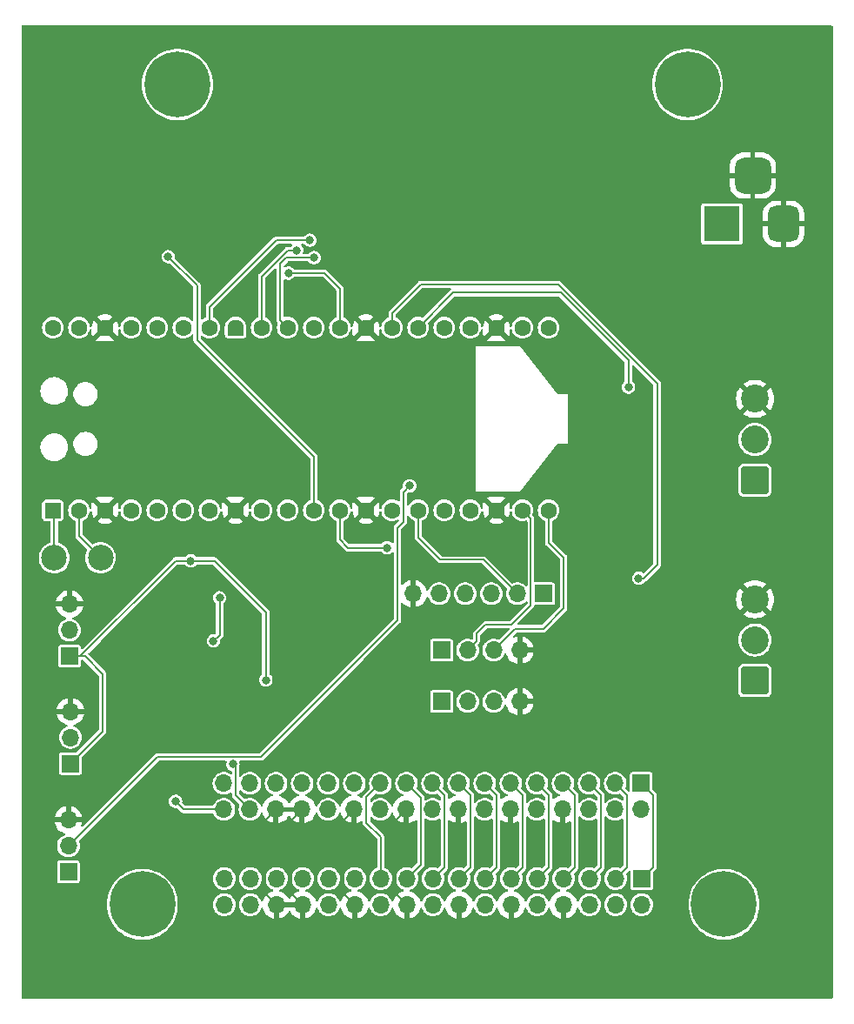
<source format=gbr>
%TF.GenerationSoftware,KiCad,Pcbnew,7.0.6*%
%TF.CreationDate,2023-11-17T09:02:37-06:00*%
%TF.ProjectId,ConnectorX,436f6e6e-6563-4746-9f72-582e6b696361,rev?*%
%TF.SameCoordinates,Original*%
%TF.FileFunction,Copper,L2,Bot*%
%TF.FilePolarity,Positive*%
%FSLAX46Y46*%
G04 Gerber Fmt 4.6, Leading zero omitted, Abs format (unit mm)*
G04 Created by KiCad (PCBNEW 7.0.6) date 2023-11-17 09:02:37*
%MOMM*%
%LPD*%
G01*
G04 APERTURE LIST*
G04 Aperture macros list*
%AMRoundRect*
0 Rectangle with rounded corners*
0 $1 Rounding radius*
0 $2 $3 $4 $5 $6 $7 $8 $9 X,Y pos of 4 corners*
0 Add a 4 corners polygon primitive as box body*
4,1,4,$2,$3,$4,$5,$6,$7,$8,$9,$2,$3,0*
0 Add four circle primitives for the rounded corners*
1,1,$1+$1,$2,$3*
1,1,$1+$1,$4,$5*
1,1,$1+$1,$6,$7*
1,1,$1+$1,$8,$9*
0 Add four rect primitives between the rounded corners*
20,1,$1+$1,$2,$3,$4,$5,0*
20,1,$1+$1,$4,$5,$6,$7,0*
20,1,$1+$1,$6,$7,$8,$9,0*
20,1,$1+$1,$8,$9,$2,$3,0*%
%AMFreePoly0*
4,1,28,0.605014,0.794986,0.644504,0.794986,0.724698,0.756366,0.780194,0.686777,0.800000,0.600000,0.800000,-0.600000,0.780194,-0.686777,0.724698,-0.756366,0.644504,-0.794986,0.605014,-0.794986,0.600000,-0.800000,0.000000,-0.800000,-0.178017,-0.779942,-0.347107,-0.720775,-0.498792,-0.625465,-0.625465,-0.498792,-0.720775,-0.347107,-0.779942,-0.178017,-0.800000,0.000000,-0.779942,0.178017,
-0.720775,0.347107,-0.625465,0.498792,-0.498792,0.625465,-0.347107,0.720775,-0.178017,0.779942,0.000000,0.800000,0.600000,0.800000,0.605014,0.794986,0.605014,0.794986,$1*%
%AMFreePoly1*
4,1,28,0.178017,0.779942,0.347107,0.720775,0.498792,0.625465,0.625465,0.498792,0.720775,0.347107,0.779942,0.178017,0.800000,0.000000,0.779942,-0.178017,0.720775,-0.347107,0.625465,-0.498792,0.498792,-0.625465,0.347107,-0.720775,0.178017,-0.779942,0.000000,-0.800000,-0.600000,-0.800000,-0.605014,-0.794986,-0.644504,-0.794986,-0.724698,-0.756366,-0.780194,-0.686777,-0.800000,-0.600000,
-0.800000,0.600000,-0.780194,0.686777,-0.724698,0.756366,-0.644504,0.794986,-0.605014,0.794986,-0.600000,0.800000,0.000000,0.800000,0.178017,0.779942,0.178017,0.779942,$1*%
G04 Aperture macros list end*
%TA.AperFunction,ComponentPad*%
%ADD10R,1.700000X1.700000*%
%TD*%
%TA.AperFunction,ComponentPad*%
%ADD11O,1.700000X1.700000*%
%TD*%
%TA.AperFunction,ComponentPad*%
%ADD12C,0.800000*%
%TD*%
%TA.AperFunction,ComponentPad*%
%ADD13C,6.400000*%
%TD*%
%TA.AperFunction,ComponentPad*%
%ADD14RoundRect,0.250001X1.099999X-1.099999X1.099999X1.099999X-1.099999X1.099999X-1.099999X-1.099999X0*%
%TD*%
%TA.AperFunction,ComponentPad*%
%ADD15C,2.700000*%
%TD*%
%TA.AperFunction,ComponentPad*%
%ADD16R,3.500000X3.500000*%
%TD*%
%TA.AperFunction,ComponentPad*%
%ADD17RoundRect,0.750000X0.750000X1.000000X-0.750000X1.000000X-0.750000X-1.000000X0.750000X-1.000000X0*%
%TD*%
%TA.AperFunction,ComponentPad*%
%ADD18RoundRect,0.875000X0.875000X0.875000X-0.875000X0.875000X-0.875000X-0.875000X0.875000X-0.875000X0*%
%TD*%
%TA.AperFunction,ComponentPad*%
%ADD19RoundRect,0.200000X0.600000X-0.600000X0.600000X0.600000X-0.600000X0.600000X-0.600000X-0.600000X0*%
%TD*%
%TA.AperFunction,ComponentPad*%
%ADD20C,1.600000*%
%TD*%
%TA.AperFunction,ComponentPad*%
%ADD21FreePoly0,90.000000*%
%TD*%
%TA.AperFunction,ComponentPad*%
%ADD22FreePoly1,90.000000*%
%TD*%
%TA.AperFunction,SMDPad,CuDef*%
%ADD23C,2.500000*%
%TD*%
%TA.AperFunction,ViaPad*%
%ADD24C,0.800000*%
%TD*%
%TA.AperFunction,Conductor*%
%ADD25C,0.127000*%
%TD*%
%TA.AperFunction,Conductor*%
%ADD26C,0.203200*%
%TD*%
G04 APERTURE END LIST*
D10*
%TO.P,J10,1,Pin_1*%
%TO.N,+3.3V*%
X157700000Y-111500000D03*
D11*
%TO.P,J10,2,Pin_2*%
%TO.N,/MCU/I2C1_SDA*%
X160240000Y-111500000D03*
%TO.P,J10,3,Pin_3*%
%TO.N,/MCU/I2C1_SCL*%
X162780000Y-111500000D03*
%TO.P,J10,4,Pin_4*%
%TO.N,GND*%
X165320000Y-111500000D03*
%TD*%
D12*
%TO.P,H2,1*%
%TO.N,N/C*%
X179250000Y-51450000D03*
X179952944Y-49752944D03*
X179952944Y-53147056D03*
X181650000Y-49050000D03*
D13*
X181650000Y-51450000D03*
D12*
X181650000Y-53850000D03*
X183347056Y-49752944D03*
X183347056Y-53147056D03*
X184050000Y-51450000D03*
%TD*%
D10*
%TO.P,J8,1,Pin_1*%
%TO.N,/RIO_connector/MXP_+5V*%
X177180000Y-128725000D03*
D11*
%TO.P,J8,2,Pin_2*%
%TO.N,/RIO_connector/MXP_AO0*%
X177180000Y-131265000D03*
%TO.P,J8,3,Pin_3*%
%TO.N,/RIO_connector/MXP_AI0*%
X174640000Y-128725000D03*
%TO.P,J8,4,Pin_4*%
%TO.N,/RIO_connector/MXP_AO1*%
X174640000Y-131265000D03*
%TO.P,J8,5,Pin_5*%
%TO.N,/RIO_connector/MXP_AI1*%
X172100000Y-128725000D03*
%TO.P,J8,6,Pin_6*%
%TO.N,AGND*%
X172100000Y-131265000D03*
%TO.P,J8,7,Pin_7*%
%TO.N,/RIO_connector/MXP_AI2*%
X169560000Y-128725000D03*
%TO.P,J8,8,Pin_8*%
%TO.N,GND*%
X169560000Y-131265000D03*
%TO.P,J8,9,Pin_9*%
%TO.N,/RIO_connector/MXP_AI3*%
X167020000Y-128725000D03*
%TO.P,J8,10,Pin_10*%
%TO.N,/RIO_connector/MXP_NAVX_UART_RX*%
X167020000Y-131265000D03*
%TO.P,J8,11,Pin_11*%
%TO.N,/RIO_connector/MXP_DIO0*%
X164480000Y-128725000D03*
%TO.P,J8,12,Pin_12*%
%TO.N,GND*%
X164480000Y-131265000D03*
%TO.P,J8,13,Pin_13*%
%TO.N,/RIO_connector/MXP_DIO1*%
X161940000Y-128725000D03*
%TO.P,J8,14,Pin_14*%
%TO.N,/RIO_connector/MXP_NAVX_UART_TX*%
X161940000Y-131265000D03*
%TO.P,J8,15,Pin_15*%
%TO.N,/RIO_connector/MXP_DIO2*%
X159400000Y-128725000D03*
%TO.P,J8,16,Pin_16*%
%TO.N,GND*%
X159400000Y-131265000D03*
%TO.P,J8,17,Pin_17*%
%TO.N,/RIO_connector/MXP_DIO3*%
X156860000Y-128725000D03*
%TO.P,J8,18,Pin_18*%
%TO.N,/RIO_connector/MXP_DIO11*%
X156860000Y-131265000D03*
%TO.P,J8,19,Pin_19*%
%TO.N,/RIO_connector/MXP_NAVX_CS*%
X154320000Y-128725000D03*
%TO.P,J8,20,Pin_20*%
%TO.N,GND*%
X154320000Y-131265000D03*
%TO.P,J8,21,Pin_21*%
%TO.N,/RIO_connector/MXP_SPI_CLK*%
X151780000Y-128725000D03*
%TO.P,J8,22,Pin_22*%
%TO.N,/RIO_connector/MXP_DIO12*%
X151780000Y-131265000D03*
%TO.P,J8,23,Pin_23*%
%TO.N,/RIO_connector/MXP_CIPO*%
X149240000Y-128725000D03*
%TO.P,J8,24,Pin_24*%
%TO.N,GND*%
X149240000Y-131265000D03*
%TO.P,J8,25,Pin_25*%
%TO.N,/RIO_connector/MXP_SPI_COPI*%
X146700000Y-128725000D03*
%TO.P,J8,26,Pin_26*%
%TO.N,/RIO_connector/MXP_DIO13*%
X146700000Y-131265000D03*
%TO.P,J8,27,Pin_27*%
%TO.N,/RIO_connector/MXP_PWM0*%
X144160000Y-128725000D03*
%TO.P,J8,28,Pin_28*%
%TO.N,GND*%
X144160000Y-131265000D03*
%TO.P,J8,29,Pin_29*%
%TO.N,/RIO_connector/MXP_PWM1*%
X141620000Y-128725000D03*
%TO.P,J8,30,Pin_30*%
%TO.N,GND*%
X141620000Y-131265000D03*
%TO.P,J8,31,Pin_31*%
%TO.N,/RIO_connector/MXP_PWM2*%
X139080000Y-128725000D03*
%TO.P,J8,32,Pin_32*%
%TO.N,/I2C0_SCL*%
X139080000Y-131265000D03*
%TO.P,J8,33,Pin_33*%
%TO.N,/RIO_connector/MXP_+3.3V*%
X136540000Y-128725000D03*
%TO.P,J8,34,Pin_34*%
%TO.N,/MCU/I2C0_SDA*%
X136540000Y-131265000D03*
%TD*%
D14*
%TO.P,J5,1,Pin_1*%
%TO.N,Net-(D5-VDD)*%
X188225000Y-89960000D03*
D15*
%TO.P,J5,2,Pin_2*%
%TO.N,Net-(D5-DOUT)*%
X188225000Y-86000000D03*
%TO.P,J5,3,Pin_3*%
%TO.N,GND*%
X188225000Y-82040000D03*
%TD*%
D10*
%TO.P,J9,1,Pin_1*%
%TO.N,+3.3V*%
X157700000Y-106500000D03*
D11*
%TO.P,J9,2,Pin_2*%
%TO.N,/MCU/I2C1_SDA*%
X160240000Y-106500000D03*
%TO.P,J9,3,Pin_3*%
%TO.N,/MCU/I2C1_SCL*%
X162780000Y-106500000D03*
%TO.P,J9,4,Pin_4*%
%TO.N,GND*%
X165320000Y-106500000D03*
%TD*%
D10*
%TO.P,J11,1,Pin_1*%
%TO.N,+3.3V*%
X167620000Y-101000000D03*
D11*
%TO.P,J11,2,Pin_2*%
%TO.N,/MCU/SPI1_MOSI*%
X165080000Y-101000000D03*
%TO.P,J11,3,Pin_3*%
%TO.N,/MCU/SPI1_MISO*%
X162540000Y-101000000D03*
%TO.P,J11,4,Pin_4*%
%TO.N,/MCU/SPI1_CLK*%
X160000000Y-101000000D03*
%TO.P,J11,5,Pin_5*%
%TO.N,/MCU/SPI1_CS*%
X157460000Y-101000000D03*
%TO.P,J11,6,Pin_6*%
%TO.N,GND*%
X154920000Y-101000000D03*
%TD*%
D10*
%TO.P,J2,1,Pin_1*%
%TO.N,+3.3V*%
X121475000Y-107080000D03*
D11*
%TO.P,J2,2,Pin_2*%
%TO.N,/MCU/GPIO2*%
X121475000Y-104540000D03*
%TO.P,J2,3,Pin_3*%
%TO.N,GND*%
X121475000Y-102000000D03*
%TD*%
D10*
%TO.P,J3,1,Pin_1*%
%TO.N,+3.3V*%
X121575000Y-117525000D03*
D11*
%TO.P,J3,2,Pin_2*%
%TO.N,/MCU/GPIO3*%
X121575000Y-114985000D03*
%TO.P,J3,3,Pin_3*%
%TO.N,GND*%
X121575000Y-112445000D03*
%TD*%
D10*
%TO.P,J4,1,Pin_1*%
%TO.N,+3.3V*%
X121375000Y-128080000D03*
D11*
%TO.P,J4,2,Pin_2*%
%TO.N,/MCU/GPIO16*%
X121375000Y-125540000D03*
%TO.P,J4,3,Pin_3*%
%TO.N,GND*%
X121375000Y-123000000D03*
%TD*%
D12*
%TO.P,H1,1*%
%TO.N,N/C*%
X129600000Y-51450000D03*
X130302944Y-49752944D03*
X130302944Y-53147056D03*
X132000000Y-49050000D03*
D13*
X132000000Y-51450000D03*
D12*
X132000000Y-53850000D03*
X133697056Y-49752944D03*
X133697056Y-53147056D03*
X134400000Y-51450000D03*
%TD*%
D16*
%TO.P,J1,1*%
%TO.N,Net-(D1-A)*%
X185000000Y-65000000D03*
D17*
%TO.P,J1,2*%
%TO.N,GND*%
X191000000Y-65000000D03*
D18*
%TO.P,J1,3*%
X188000000Y-60300000D03*
%TD*%
D14*
%TO.P,J6,1,Pin_1*%
%TO.N,Net-(D6-VDD)*%
X188225000Y-109460000D03*
D15*
%TO.P,J6,2,Pin_2*%
%TO.N,Net-(D6-DOUT)*%
X188225000Y-105500000D03*
%TO.P,J6,3,Pin_3*%
%TO.N,GND*%
X188225000Y-101540000D03*
%TD*%
D12*
%TO.P,H3,1*%
%TO.N,N/C*%
X182800000Y-131230000D03*
X183502944Y-129532944D03*
X183502944Y-132927056D03*
X185200000Y-128830000D03*
D13*
X185200000Y-131230000D03*
D12*
X185200000Y-133630000D03*
X186897056Y-129532944D03*
X186897056Y-132927056D03*
X187600000Y-131230000D03*
%TD*%
D19*
%TO.P,U2,1,GPIO0*%
%TO.N,/MCU/UART_TX*%
X119870000Y-92890000D03*
D20*
%TO.P,U2,2,GPIO1*%
%TO.N,/MCU/UART_RX*%
X122410000Y-92890000D03*
D21*
%TO.P,U2,3,GND*%
%TO.N,GND*%
X124950000Y-92890000D03*
D20*
%TO.P,U2,4,GPIO2*%
%TO.N,/MCU/GPIO2*%
X127490000Y-92890000D03*
%TO.P,U2,5,GPIO3*%
%TO.N,/MCU/GPIO3*%
X130030000Y-92890000D03*
%TO.P,U2,6,GPIO4*%
%TO.N,/MCU/I2C0_SDA*%
X132570000Y-92890000D03*
%TO.P,U2,7,GPIO5*%
%TO.N,/I2C0_SCL*%
X135110000Y-92890000D03*
D21*
%TO.P,U2,8,GND*%
%TO.N,GND*%
X137650000Y-92890000D03*
D20*
%TO.P,U2,9,GPIO6*%
%TO.N,unconnected-(U2-GPIO6-Pad9)*%
X140190000Y-92890000D03*
%TO.P,U2,10,GPIO7*%
%TO.N,unconnected-(U2-GPIO7-Pad10)*%
X142730000Y-92890000D03*
%TO.P,U2,11,GPIO8*%
%TO.N,/MCU/CGF_SETUP*%
X145270000Y-92890000D03*
%TO.P,U2,12,GPIO9*%
%TO.N,/MCU/SPI1_CS*%
X147810000Y-92890000D03*
D21*
%TO.P,U2,13,GND*%
%TO.N,GND*%
X150350000Y-92890000D03*
D20*
%TO.P,U2,14,GPIO10*%
%TO.N,/MCU/SPI1_CLK*%
X152890000Y-92890000D03*
%TO.P,U2,15,GPIO11*%
%TO.N,/MCU/SPI1_MOSI*%
X155430000Y-92890000D03*
%TO.P,U2,16,GPIO12*%
%TO.N,/MCU/SPI1_MISO*%
X157970000Y-92890000D03*
%TO.P,U2,17,GPIO13*%
%TO.N,/MCU/GPIO13*%
X160510000Y-92890000D03*
D21*
%TO.P,U2,18,GND*%
%TO.N,GND*%
X163050000Y-92890000D03*
D20*
%TO.P,U2,19,GPIO14*%
%TO.N,/MCU/I2C1_SDA*%
X165590000Y-92890000D03*
%TO.P,U2,20,GPIO15*%
%TO.N,/MCU/I2C1_SCL*%
X168130000Y-92890000D03*
%TO.P,U2,21,GPIO16*%
%TO.N,/MCU/GPIO16*%
X168130000Y-75110000D03*
%TO.P,U2,22,GPIO17*%
%TO.N,/MCU/GPIO17*%
X165590000Y-75110000D03*
D22*
%TO.P,U2,23,GND*%
%TO.N,GND*%
X163050000Y-75110000D03*
D20*
%TO.P,U2,24,GPIO18*%
%TO.N,/MCU/GPIO18*%
X160510000Y-75110000D03*
%TO.P,U2,25,GPIO19*%
%TO.N,/PICO_ALV*%
X157970000Y-75110000D03*
%TO.P,U2,26,GPIO20*%
%TO.N,/MCU/LED0*%
X155430000Y-75110000D03*
%TO.P,U2,27,GPIO21*%
%TO.N,/MCU/LED1*%
X152890000Y-75110000D03*
D22*
%TO.P,U2,28,GND*%
%TO.N,GND*%
X150350000Y-75110000D03*
D20*
%TO.P,U2,29,GPIO22*%
%TO.N,/MCU/CFG_LED*%
X147810000Y-75110000D03*
%TO.P,U2,30,RUN*%
%TO.N,/MCU/RST_SW*%
X145270000Y-75110000D03*
%TO.P,U2,31,GPIO26_ADC0*%
%TO.N,/MCU/I2C0_ADDR0*%
X142730000Y-75110000D03*
%TO.P,U2,32,GPIO27_ADC1*%
%TO.N,/MCU/I2C0_ADDR1*%
X140190000Y-75110000D03*
D22*
%TO.P,U2,33,AGND*%
%TO.N,unconnected-(U2-AGND-Pad33)*%
X137650000Y-75110000D03*
D20*
%TO.P,U2,34,GPIO28_ADC2*%
%TO.N,/MCU/I2C0_ADDR2*%
X135110000Y-75110000D03*
%TO.P,U2,35,ADC_VREF*%
%TO.N,unconnected-(U2-ADC_VREF-Pad35)*%
X132570000Y-75110000D03*
%TO.P,U2,36,3V3*%
%TO.N,unconnected-(U2-3V3-Pad36)*%
X130030000Y-75110000D03*
%TO.P,U2,37,3V3_EN*%
%TO.N,unconnected-(U2-3V3_EN-Pad37)*%
X127490000Y-75110000D03*
D22*
%TO.P,U2,38,GND*%
%TO.N,GND*%
X124950000Y-75110000D03*
D20*
%TO.P,U2,39,VSYS*%
%TO.N,+3.3V*%
X122410000Y-75110000D03*
%TO.P,U2,40,VBUS*%
%TO.N,unconnected-(U2-VBUS-Pad40)*%
X119870000Y-75110000D03*
%TD*%
D12*
%TO.P,H4,1*%
%TO.N,N/C*%
X126170000Y-131230000D03*
X126872944Y-129532944D03*
X126872944Y-132927056D03*
X128570000Y-128830000D03*
D13*
X128570000Y-131230000D03*
D12*
X128570000Y-133630000D03*
X130267056Y-129532944D03*
X130267056Y-132927056D03*
X130970000Y-131230000D03*
%TD*%
D10*
%TO.P,J7,1,Pin_1*%
%TO.N,/RIO_connector/MXP_+5V*%
X177150000Y-119460000D03*
D11*
%TO.P,J7,2,Pin_2*%
%TO.N,/RIO_connector/MXP_AO0*%
X177150000Y-122000000D03*
%TO.P,J7,3,Pin_3*%
%TO.N,/RIO_connector/MXP_AI0*%
X174610000Y-119460000D03*
%TO.P,J7,4,Pin_4*%
%TO.N,/RIO_connector/MXP_AO1*%
X174610000Y-122000000D03*
%TO.P,J7,5,Pin_5*%
%TO.N,/RIO_connector/MXP_AI1*%
X172070000Y-119460000D03*
%TO.P,J7,6,Pin_6*%
%TO.N,AGND*%
X172070000Y-122000000D03*
%TO.P,J7,7,Pin_7*%
%TO.N,/RIO_connector/MXP_AI2*%
X169530000Y-119460000D03*
%TO.P,J7,8,Pin_8*%
%TO.N,GND*%
X169530000Y-122000000D03*
%TO.P,J7,9,Pin_9*%
%TO.N,/RIO_connector/MXP_AI3*%
X166990000Y-119460000D03*
%TO.P,J7,10,Pin_10*%
%TO.N,/RIO_connector/MXP_NAVX_UART_RX*%
X166990000Y-122000000D03*
%TO.P,J7,11,Pin_11*%
%TO.N,/RIO_connector/MXP_DIO0*%
X164450000Y-119460000D03*
%TO.P,J7,12,Pin_12*%
%TO.N,GND*%
X164450000Y-122000000D03*
%TO.P,J7,13,Pin_13*%
%TO.N,/RIO_connector/MXP_DIO1*%
X161910000Y-119460000D03*
%TO.P,J7,14,Pin_14*%
%TO.N,/RIO_connector/MXP_NAVX_UART_TX*%
X161910000Y-122000000D03*
%TO.P,J7,15,Pin_15*%
%TO.N,/RIO_connector/MXP_DIO2*%
X159370000Y-119460000D03*
%TO.P,J7,16,Pin_16*%
%TO.N,GND*%
X159370000Y-122000000D03*
%TO.P,J7,17,Pin_17*%
%TO.N,/RIO_connector/MXP_DIO3*%
X156830000Y-119460000D03*
%TO.P,J7,18,Pin_18*%
%TO.N,/RIO_connector/MXP_DIO11*%
X156830000Y-122000000D03*
%TO.P,J7,19,Pin_19*%
%TO.N,/RIO_connector/MXP_NAVX_CS*%
X154290000Y-119460000D03*
%TO.P,J7,20,Pin_20*%
%TO.N,GND*%
X154290000Y-122000000D03*
%TO.P,J7,21,Pin_21*%
%TO.N,/RIO_connector/MXP_SPI_CLK*%
X151750000Y-119460000D03*
%TO.P,J7,22,Pin_22*%
%TO.N,/RIO_connector/MXP_DIO12*%
X151750000Y-122000000D03*
%TO.P,J7,23,Pin_23*%
%TO.N,/RIO_connector/MXP_CIPO*%
X149210000Y-119460000D03*
%TO.P,J7,24,Pin_24*%
%TO.N,GND*%
X149210000Y-122000000D03*
%TO.P,J7,25,Pin_25*%
%TO.N,/RIO_connector/MXP_SPI_COPI*%
X146670000Y-119460000D03*
%TO.P,J7,26,Pin_26*%
%TO.N,/RIO_connector/MXP_DIO13*%
X146670000Y-122000000D03*
%TO.P,J7,27,Pin_27*%
%TO.N,/RIO_connector/MXP_PWM0*%
X144130000Y-119460000D03*
%TO.P,J7,28,Pin_28*%
%TO.N,GND*%
X144130000Y-122000000D03*
%TO.P,J7,29,Pin_29*%
%TO.N,/RIO_connector/MXP_PWM1*%
X141590000Y-119460000D03*
%TO.P,J7,30,Pin_30*%
%TO.N,GND*%
X141590000Y-122000000D03*
%TO.P,J7,31,Pin_31*%
%TO.N,/RIO_connector/MXP_PWM2*%
X139050000Y-119460000D03*
%TO.P,J7,32,Pin_32*%
%TO.N,/I2C0_SCL*%
X139050000Y-122000000D03*
%TO.P,J7,33,Pin_33*%
%TO.N,/RIO_connector/MXP_+3.3V*%
X136510000Y-119460000D03*
%TO.P,J7,34,Pin_34*%
%TO.N,/MCU/I2C0_SDA*%
X136510000Y-122000000D03*
%TD*%
D23*
%TO.P,TP3,1,1*%
%TO.N,/MCU/UART_RX*%
X124500000Y-97500000D03*
%TD*%
%TO.P,TP2,1,1*%
%TO.N,/MCU/UART_TX*%
X120000000Y-97500000D03*
%TD*%
D24*
%TO.N,+3.3V*%
X140600000Y-109400000D03*
X133300000Y-97800000D03*
%TO.N,/MCU/LED0*%
X175900000Y-80900000D03*
%TO.N,/MCU/LED1*%
X176900000Y-99500000D03*
%TO.N,/MCU/CFG_LED*%
X142800000Y-69800000D03*
%TO.N,/MCU/GPIO16*%
X154600000Y-90500000D03*
%TO.N,/I2C0_SCL*%
X135500000Y-105600000D03*
X136100000Y-101400000D03*
X137400000Y-117600000D03*
%TO.N,/MCU/I2C0_SDA*%
X131800000Y-121200000D03*
%TO.N,/MCU/SPI1_CS*%
X152400000Y-96520000D03*
%TO.N,/MCU/CGF_SETUP*%
X131100000Y-68200000D03*
%TO.N,/MCU/I2C0_ADDR0*%
X145300000Y-68300000D03*
%TO.N,/MCU/I2C0_ADDR1*%
X143600000Y-67598900D03*
%TO.N,/MCU/I2C0_ADDR2*%
X144900000Y-66600000D03*
%TD*%
D25*
%TO.N,GND*%
X149210000Y-122000000D02*
X148126500Y-123083500D01*
X141590000Y-122000000D02*
X140506500Y-123083500D01*
X153206500Y-123083500D02*
X153206500Y-130151500D01*
X148126500Y-123083500D02*
X148126500Y-130151500D01*
X140506500Y-123083500D02*
X140506500Y-130151500D01*
X143046500Y-123083500D02*
X143046500Y-130151500D01*
X143046500Y-130151500D02*
X144160000Y-131265000D01*
X140506500Y-130151500D02*
X141620000Y-131265000D01*
X148126500Y-130151500D02*
X149240000Y-131265000D01*
X144130000Y-122000000D02*
X143046500Y-123083500D01*
X153206500Y-130151500D02*
X154320000Y-131265000D01*
X154290000Y-122000000D02*
X153206500Y-123083500D01*
D26*
%TO.N,+3.3V*%
X122980000Y-107080000D02*
X124700000Y-108800000D01*
X135600000Y-97800000D02*
X140000000Y-102200000D01*
X124700000Y-114400000D02*
X121575000Y-117525000D01*
X124700000Y-108800000D02*
X124700000Y-114400000D01*
X121475000Y-107080000D02*
X122520000Y-107080000D01*
X140000000Y-102200000D02*
X140600000Y-102800000D01*
X131300000Y-98300000D02*
X131800000Y-97800000D01*
X131800000Y-97800000D02*
X133300000Y-97800000D01*
X140600000Y-102800000D02*
X140600000Y-109400000D01*
X122520000Y-107080000D02*
X131300000Y-98300000D01*
X121475000Y-107080000D02*
X122980000Y-107080000D01*
X133300000Y-97800000D02*
X135600000Y-97800000D01*
%TO.N,/MCU/LED0*%
X175900000Y-78300000D02*
X175900000Y-80900000D01*
X155430000Y-75110000D02*
X158840000Y-71700000D01*
X169300000Y-71700000D02*
X175900000Y-78300000D01*
X158840000Y-71700000D02*
X169300000Y-71700000D01*
%TO.N,/MCU/LED1*%
X155700000Y-70900000D02*
X169070210Y-70900000D01*
X152890000Y-73710000D02*
X155700000Y-70900000D01*
X152890000Y-75110000D02*
X152890000Y-73710000D01*
X169070210Y-70900000D02*
X178700000Y-80529790D01*
X177400000Y-99500000D02*
X176900000Y-99500000D01*
X178700000Y-80529790D02*
X178700000Y-98200000D01*
X178700000Y-98200000D02*
X177400000Y-99500000D01*
%TO.N,/MCU/CFG_LED*%
X142800000Y-69800000D02*
X146300000Y-69800000D01*
X147810000Y-71310000D02*
X147810000Y-75110000D01*
X146300000Y-69800000D02*
X147810000Y-71310000D01*
%TO.N,/MCU/GPIO16*%
X153991600Y-94008400D02*
X153400000Y-94600000D01*
X140101600Y-116898400D02*
X130016600Y-116898400D01*
X153400000Y-103600000D02*
X140101600Y-116898400D01*
X153991600Y-91108400D02*
X153991600Y-94008400D01*
X154600000Y-90500000D02*
X153991600Y-91108400D01*
X130016600Y-116898400D02*
X121375000Y-125540000D01*
X153400000Y-94600000D02*
X153400000Y-103600000D01*
%TO.N,/RIO_connector/MXP_+5V*%
X178301600Y-120611600D02*
X178301600Y-127603400D01*
X178301600Y-127603400D02*
X177180000Y-128725000D01*
X177150000Y-119460000D02*
X178301600Y-120611600D01*
%TO.N,/RIO_connector/MXP_AI0*%
X174610000Y-119460000D02*
X175761600Y-120611600D01*
X175761600Y-127603400D02*
X174640000Y-128725000D01*
X175761600Y-120611600D02*
X175761600Y-127603400D01*
%TO.N,/RIO_connector/MXP_AI1*%
X173221600Y-120611600D02*
X173221600Y-127603400D01*
X173221600Y-127603400D02*
X172100000Y-128725000D01*
X172070000Y-119460000D02*
X173221600Y-120611600D01*
%TO.N,/RIO_connector/MXP_AI2*%
X170681600Y-127603400D02*
X169560000Y-128725000D01*
X170681600Y-120611600D02*
X170681600Y-127603400D01*
X169530000Y-119460000D02*
X170681600Y-120611600D01*
%TO.N,/RIO_connector/MXP_AI3*%
X166990000Y-119460000D02*
X168141600Y-120611600D01*
X168141600Y-120611600D02*
X168141600Y-127603400D01*
X168141600Y-127603400D02*
X167020000Y-128725000D01*
%TO.N,/RIO_connector/MXP_DIO0*%
X164450000Y-119460000D02*
X165601600Y-120611600D01*
X165601600Y-127603400D02*
X164480000Y-128725000D01*
X165601600Y-120611600D02*
X165601600Y-127603400D01*
%TO.N,/RIO_connector/MXP_DIO1*%
X163061600Y-127603400D02*
X161940000Y-128725000D01*
X161910000Y-119460000D02*
X163061600Y-120611600D01*
X163061600Y-120611600D02*
X163061600Y-127603400D01*
%TO.N,/RIO_connector/MXP_DIO2*%
X160521600Y-127603400D02*
X159400000Y-128725000D01*
X160521600Y-120611600D02*
X160521600Y-127603400D01*
X159370000Y-119460000D02*
X160521600Y-120611600D01*
%TO.N,/RIO_connector/MXP_DIO3*%
X157981600Y-127603400D02*
X156860000Y-128725000D01*
X157981600Y-120611600D02*
X157981600Y-127603400D01*
X156830000Y-119460000D02*
X157981600Y-120611600D01*
%TO.N,/RIO_connector/MXP_NAVX_CS*%
X155678400Y-120848400D02*
X154290000Y-119460000D01*
X154320000Y-128725000D02*
X155678400Y-127366600D01*
X155678400Y-127366600D02*
X155678400Y-120848400D01*
%TO.N,/RIO_connector/MXP_SPI_CLK*%
X150400000Y-120810000D02*
X151750000Y-119460000D01*
X151780000Y-128725000D02*
X151780000Y-124680000D01*
X150400000Y-123300000D02*
X150400000Y-120810000D01*
X151780000Y-124680000D02*
X150400000Y-123300000D01*
%TO.N,/I2C0_SCL*%
X137400000Y-117600000D02*
X137661600Y-117861600D01*
X137661600Y-120611600D02*
X139050000Y-122000000D01*
X136100000Y-105000000D02*
X136100000Y-101400000D01*
X137661600Y-117861600D02*
X137661600Y-120611600D01*
X135500000Y-105600000D02*
X136100000Y-105000000D01*
%TO.N,/MCU/I2C0_SDA*%
X131800000Y-121200000D02*
X132600000Y-122000000D01*
X132600000Y-122000000D02*
X136510000Y-122000000D01*
D25*
%TO.N,/MCU/I2C1_SDA*%
X161100000Y-104900000D02*
X161100000Y-105640000D01*
X166389999Y-102110001D02*
X164500000Y-104000000D01*
X162000000Y-104000000D02*
X161100000Y-104900000D01*
X164500000Y-104000000D02*
X162000000Y-104000000D01*
X165590000Y-92890000D02*
X166389999Y-93689999D01*
X166389999Y-93689999D02*
X166389999Y-102110001D01*
X161100000Y-105640000D02*
X160240000Y-106500000D01*
D26*
%TO.N,/MCU/I2C1_SCL*%
X169600000Y-97500000D02*
X168130000Y-96030000D01*
X169600000Y-102400000D02*
X169600000Y-97500000D01*
X168130000Y-96030000D02*
X168130000Y-92890000D01*
X164880000Y-104400000D02*
X167600000Y-104400000D01*
X162780000Y-106500000D02*
X164880000Y-104400000D01*
X167600000Y-104400000D02*
X169600000Y-102400000D01*
D25*
%TO.N,/MCU/SPI1_MOSI*%
X165080000Y-101000000D02*
X161780000Y-97700000D01*
X161780000Y-97700000D02*
X157600000Y-97700000D01*
X157600000Y-97700000D02*
X155430000Y-95530000D01*
X155430000Y-95530000D02*
X155430000Y-92890000D01*
D26*
%TO.N,/MCU/SPI1_CS*%
X147810000Y-95740000D02*
X147810000Y-92890000D01*
X148590000Y-96520000D02*
X147810000Y-95740000D01*
X152400000Y-96520000D02*
X148590000Y-96520000D01*
%TO.N,/MCU/CGF_SETUP*%
X145270000Y-87670000D02*
X145270000Y-92890000D01*
X133900000Y-76300000D02*
X145270000Y-87670000D01*
X133900000Y-71000000D02*
X133900000Y-76300000D01*
X131100000Y-68200000D02*
X133900000Y-71000000D01*
%TO.N,/MCU/I2C0_ADDR0*%
X142000000Y-74380000D02*
X142730000Y-75110000D01*
X142600000Y-68300000D02*
X142000000Y-68900000D01*
X145300000Y-68300000D02*
X142600000Y-68300000D01*
X142000000Y-68900000D02*
X142000000Y-74380000D01*
%TO.N,/MCU/I2C0_ADDR1*%
X143600000Y-67598900D02*
X142730890Y-67598900D01*
X142730890Y-67598900D02*
X140190000Y-70139790D01*
X140190000Y-70139790D02*
X140190000Y-75110000D01*
%TO.N,/MCU/I2C0_ADDR2*%
X144900000Y-66600000D02*
X141600000Y-66600000D01*
X135110000Y-73090000D02*
X135110000Y-75110000D01*
X141600000Y-66600000D02*
X135110000Y-73090000D01*
%TO.N,/MCU/UART_TX*%
X120000000Y-93020000D02*
X120000000Y-97500000D01*
X119870000Y-92890000D02*
X120000000Y-93020000D01*
%TO.N,/MCU/UART_RX*%
X122410000Y-92890000D02*
X122410000Y-95410000D01*
X122410000Y-95410000D02*
X124500000Y-97500000D01*
%TD*%
%TA.AperFunction,Conductor*%
%TO.N,GND*%
G36*
X143700507Y-131055156D02*
G01*
X143660000Y-131193111D01*
X143660000Y-131336889D01*
X143700507Y-131474844D01*
X143726314Y-131515000D01*
X142053686Y-131515000D01*
X142079493Y-131474844D01*
X142120000Y-131336889D01*
X142120000Y-131193111D01*
X142079493Y-131055156D01*
X142053686Y-131015000D01*
X143726314Y-131015000D01*
X143700507Y-131055156D01*
G37*
%TD.AperFunction*%
%TA.AperFunction,Conductor*%
G36*
X159620000Y-123330634D02*
G01*
X159833494Y-123273429D01*
X160022384Y-123185348D01*
X160084095Y-123177770D01*
X160138474Y-123207913D01*
X160164750Y-123264261D01*
X160165500Y-123276522D01*
X160165500Y-127414228D01*
X160146287Y-127473359D01*
X160136035Y-127485363D01*
X159937113Y-127684284D01*
X159881715Y-127712510D01*
X159829637Y-127706956D01*
X159703554Y-127658111D01*
X159703549Y-127658110D01*
X159502349Y-127620500D01*
X159502347Y-127620500D01*
X159297653Y-127620500D01*
X159297651Y-127620500D01*
X159096450Y-127658110D01*
X159096445Y-127658111D01*
X158905576Y-127732054D01*
X158905572Y-127732056D01*
X158835407Y-127775501D01*
X158731538Y-127839814D01*
X158731536Y-127839815D01*
X158731537Y-127839815D01*
X158731528Y-127839821D01*
X158580268Y-127977714D01*
X158456910Y-128141068D01*
X158456909Y-128141069D01*
X158365673Y-128324295D01*
X158365672Y-128324296D01*
X158309654Y-128521182D01*
X158309654Y-128521183D01*
X158290768Y-128725000D01*
X158309654Y-128928816D01*
X158309654Y-128928817D01*
X158365672Y-129125703D01*
X158365673Y-129125704D01*
X158456909Y-129308930D01*
X158456910Y-129308931D01*
X158456912Y-129308935D01*
X158560723Y-129446403D01*
X158580268Y-129472285D01*
X158731528Y-129610178D01*
X158731532Y-129610181D01*
X158731538Y-129610186D01*
X158905573Y-129717944D01*
X159010216Y-129758483D01*
X159048543Y-129773331D01*
X159096741Y-129812607D01*
X159112647Y-129872712D01*
X159090188Y-129930688D01*
X159038240Y-129964310D01*
X158936504Y-129991570D01*
X158722427Y-130091397D01*
X158722419Y-130091402D01*
X158528919Y-130226892D01*
X158361892Y-130393919D01*
X158226402Y-130587419D01*
X158226397Y-130587427D01*
X158126570Y-130801504D01*
X158099530Y-130902419D01*
X158065667Y-130954562D01*
X158007622Y-130976843D01*
X157947567Y-130960751D01*
X157908440Y-130912432D01*
X157905598Y-130903910D01*
X157894328Y-130864299D01*
X157803088Y-130681065D01*
X157679732Y-130517715D01*
X157679731Y-130517714D01*
X157528471Y-130379821D01*
X157528466Y-130379817D01*
X157528462Y-130379814D01*
X157354427Y-130272056D01*
X157354423Y-130272054D01*
X157163554Y-130198111D01*
X157163549Y-130198110D01*
X156962349Y-130160500D01*
X156962347Y-130160500D01*
X156757653Y-130160500D01*
X156757651Y-130160500D01*
X156556450Y-130198110D01*
X156556445Y-130198111D01*
X156365576Y-130272054D01*
X156365572Y-130272056D01*
X156257813Y-130338777D01*
X156191538Y-130379814D01*
X156191536Y-130379815D01*
X156191537Y-130379815D01*
X156191528Y-130379821D01*
X156040268Y-130517714D01*
X155916910Y-130681068D01*
X155916909Y-130681069D01*
X155825673Y-130864295D01*
X155825669Y-130864304D01*
X155814400Y-130903912D01*
X155779738Y-130955528D01*
X155721357Y-130976912D01*
X155661557Y-130959897D01*
X155623178Y-130910981D01*
X155620469Y-130902418D01*
X155593429Y-130801505D01*
X155493602Y-130587427D01*
X155493597Y-130587419D01*
X155358107Y-130393919D01*
X155191080Y-130226892D01*
X154997581Y-130091402D01*
X154997573Y-130091397D01*
X154783494Y-129991570D01*
X154681760Y-129964310D01*
X154629616Y-129930447D01*
X154607335Y-129872403D01*
X154623427Y-129812347D01*
X154671455Y-129773331D01*
X154814427Y-129717944D01*
X154988462Y-129610186D01*
X155139732Y-129472285D01*
X155263088Y-129308935D01*
X155354328Y-129125701D01*
X155410345Y-128928821D01*
X155429232Y-128725000D01*
X155410345Y-128521179D01*
X155354328Y-128324299D01*
X155343368Y-128302288D01*
X155334210Y-128240792D01*
X155362285Y-128186314D01*
X155896710Y-127651889D01*
X155912817Y-127638810D01*
X155922915Y-127632214D01*
X155943922Y-127605221D01*
X155948043Y-127600557D01*
X155951066Y-127597535D01*
X155963935Y-127579510D01*
X155995911Y-127538428D01*
X155995911Y-127538425D01*
X155999471Y-127531847D01*
X156002736Y-127525167D01*
X156002741Y-127525161D01*
X156017599Y-127475251D01*
X156034500Y-127426023D01*
X156034500Y-127426022D01*
X156035728Y-127418660D01*
X156036652Y-127411254D01*
X156034500Y-127359232D01*
X156034500Y-122987138D01*
X156053713Y-122928007D01*
X156104013Y-122891462D01*
X156166187Y-122891462D01*
X156188051Y-122901602D01*
X156335573Y-122992944D01*
X156526444Y-123066888D01*
X156575824Y-123076118D01*
X156727651Y-123104500D01*
X156727653Y-123104500D01*
X156932348Y-123104500D01*
X157014955Y-123089058D01*
X157133556Y-123066888D01*
X157324427Y-122992944D01*
X157471943Y-122901605D01*
X157532329Y-122886813D01*
X157589880Y-122910340D01*
X157622611Y-122963201D01*
X157625500Y-122987138D01*
X157625500Y-127414228D01*
X157606287Y-127473359D01*
X157596035Y-127485363D01*
X157397113Y-127684284D01*
X157341715Y-127712510D01*
X157289637Y-127706956D01*
X157163554Y-127658111D01*
X157163549Y-127658110D01*
X156962349Y-127620500D01*
X156962347Y-127620500D01*
X156757653Y-127620500D01*
X156757651Y-127620500D01*
X156556450Y-127658110D01*
X156556445Y-127658111D01*
X156365576Y-127732054D01*
X156365572Y-127732056D01*
X156295407Y-127775501D01*
X156191538Y-127839814D01*
X156191536Y-127839815D01*
X156191537Y-127839815D01*
X156191528Y-127839821D01*
X156040268Y-127977714D01*
X155916910Y-128141068D01*
X155916909Y-128141069D01*
X155825673Y-128324295D01*
X155825672Y-128324296D01*
X155769654Y-128521182D01*
X155769654Y-128521183D01*
X155750768Y-128725000D01*
X155769654Y-128928816D01*
X155769654Y-128928817D01*
X155825672Y-129125703D01*
X155825673Y-129125704D01*
X155916909Y-129308930D01*
X155916910Y-129308931D01*
X155916912Y-129308935D01*
X156020723Y-129446403D01*
X156040268Y-129472285D01*
X156191528Y-129610178D01*
X156191532Y-129610181D01*
X156191538Y-129610186D01*
X156365573Y-129717944D01*
X156556444Y-129791888D01*
X156605824Y-129801118D01*
X156757651Y-129829500D01*
X156757653Y-129829500D01*
X156962348Y-129829500D01*
X157052718Y-129812607D01*
X157163556Y-129791888D01*
X157354427Y-129717944D01*
X157528462Y-129610186D01*
X157679732Y-129472285D01*
X157803088Y-129308935D01*
X157894328Y-129125701D01*
X157950345Y-128928821D01*
X157969232Y-128725000D01*
X157950345Y-128521179D01*
X157894328Y-128324299D01*
X157883368Y-128302288D01*
X157874210Y-128240792D01*
X157902285Y-128186314D01*
X158199910Y-127888689D01*
X158216017Y-127875610D01*
X158226115Y-127869014D01*
X158247122Y-127842021D01*
X158251243Y-127837357D01*
X158254266Y-127834335D01*
X158267135Y-127816310D01*
X158299111Y-127775228D01*
X158299111Y-127775225D01*
X158302671Y-127768647D01*
X158305936Y-127761967D01*
X158305941Y-127761961D01*
X158320799Y-127712051D01*
X158337700Y-127662823D01*
X158337700Y-127662822D01*
X158338928Y-127655460D01*
X158339852Y-127648054D01*
X158337700Y-127596032D01*
X158337700Y-123118471D01*
X158356913Y-123059340D01*
X158407213Y-123022795D01*
X158469387Y-123022795D01*
X158496002Y-123036065D01*
X158692410Y-123173593D01*
X158692426Y-123173602D01*
X158906505Y-123273429D01*
X159119999Y-123330634D01*
X159120000Y-123330634D01*
X159120000Y-122435501D01*
X159227685Y-122484680D01*
X159334237Y-122500000D01*
X159405763Y-122500000D01*
X159512315Y-122484680D01*
X159620000Y-122435501D01*
X159620000Y-123330634D01*
G37*
%TD.AperFunction*%
%TA.AperFunction,Conductor*%
G36*
X164700000Y-123330634D02*
G01*
X164913494Y-123273429D01*
X165102384Y-123185348D01*
X165164095Y-123177770D01*
X165218474Y-123207913D01*
X165244750Y-123264261D01*
X165245500Y-123276522D01*
X165245500Y-127414228D01*
X165226287Y-127473359D01*
X165216035Y-127485363D01*
X165017113Y-127684284D01*
X164961715Y-127712510D01*
X164909637Y-127706956D01*
X164783554Y-127658111D01*
X164783549Y-127658110D01*
X164582349Y-127620500D01*
X164582347Y-127620500D01*
X164377653Y-127620500D01*
X164377651Y-127620500D01*
X164176450Y-127658110D01*
X164176445Y-127658111D01*
X163985576Y-127732054D01*
X163985572Y-127732056D01*
X163915407Y-127775501D01*
X163811538Y-127839814D01*
X163811536Y-127839815D01*
X163811537Y-127839815D01*
X163811528Y-127839821D01*
X163660268Y-127977714D01*
X163536910Y-128141068D01*
X163536909Y-128141069D01*
X163445673Y-128324295D01*
X163445672Y-128324296D01*
X163389654Y-128521182D01*
X163389654Y-128521183D01*
X163370768Y-128725000D01*
X163389654Y-128928816D01*
X163389654Y-128928817D01*
X163445672Y-129125703D01*
X163445673Y-129125704D01*
X163536909Y-129308930D01*
X163536910Y-129308931D01*
X163536912Y-129308935D01*
X163640723Y-129446403D01*
X163660268Y-129472285D01*
X163811528Y-129610178D01*
X163811532Y-129610181D01*
X163811538Y-129610186D01*
X163985573Y-129717944D01*
X164090216Y-129758483D01*
X164128543Y-129773331D01*
X164176741Y-129812607D01*
X164192647Y-129872712D01*
X164170188Y-129930688D01*
X164118240Y-129964310D01*
X164016504Y-129991570D01*
X163802427Y-130091397D01*
X163802419Y-130091402D01*
X163608919Y-130226892D01*
X163441892Y-130393919D01*
X163306402Y-130587419D01*
X163306397Y-130587427D01*
X163206570Y-130801504D01*
X163179530Y-130902419D01*
X163145667Y-130954562D01*
X163087622Y-130976843D01*
X163027567Y-130960751D01*
X162988440Y-130912432D01*
X162985598Y-130903910D01*
X162974328Y-130864299D01*
X162883088Y-130681065D01*
X162759732Y-130517715D01*
X162759731Y-130517714D01*
X162608471Y-130379821D01*
X162608466Y-130379817D01*
X162608462Y-130379814D01*
X162434427Y-130272056D01*
X162434423Y-130272054D01*
X162243554Y-130198111D01*
X162243549Y-130198110D01*
X162042349Y-130160500D01*
X162042347Y-130160500D01*
X161837653Y-130160500D01*
X161837651Y-130160500D01*
X161636450Y-130198110D01*
X161636445Y-130198111D01*
X161445576Y-130272054D01*
X161445572Y-130272056D01*
X161337813Y-130338777D01*
X161271538Y-130379814D01*
X161271536Y-130379815D01*
X161271537Y-130379815D01*
X161271528Y-130379821D01*
X161120268Y-130517714D01*
X160996910Y-130681068D01*
X160996909Y-130681069D01*
X160905673Y-130864295D01*
X160905669Y-130864304D01*
X160894400Y-130903912D01*
X160859738Y-130955528D01*
X160801357Y-130976912D01*
X160741557Y-130959897D01*
X160703178Y-130910981D01*
X160700469Y-130902418D01*
X160673429Y-130801505D01*
X160573602Y-130587427D01*
X160573597Y-130587419D01*
X160438107Y-130393919D01*
X160271080Y-130226892D01*
X160077581Y-130091402D01*
X160077573Y-130091397D01*
X159863494Y-129991570D01*
X159761760Y-129964310D01*
X159709616Y-129930447D01*
X159687335Y-129872403D01*
X159703427Y-129812347D01*
X159751455Y-129773331D01*
X159894427Y-129717944D01*
X160068462Y-129610186D01*
X160219732Y-129472285D01*
X160343088Y-129308935D01*
X160434328Y-129125701D01*
X160490345Y-128928821D01*
X160509232Y-128725000D01*
X160490345Y-128521179D01*
X160434328Y-128324299D01*
X160423368Y-128302288D01*
X160414210Y-128240792D01*
X160442285Y-128186314D01*
X160739910Y-127888689D01*
X160756017Y-127875610D01*
X160766115Y-127869014D01*
X160787122Y-127842021D01*
X160791243Y-127837357D01*
X160794266Y-127834335D01*
X160807135Y-127816310D01*
X160839111Y-127775228D01*
X160839111Y-127775225D01*
X160842671Y-127768647D01*
X160845936Y-127761967D01*
X160845941Y-127761961D01*
X160860799Y-127712051D01*
X160877700Y-127662823D01*
X160877700Y-127662822D01*
X160878928Y-127655460D01*
X160879852Y-127648054D01*
X160877700Y-127596032D01*
X160877700Y-122765949D01*
X160896913Y-122706818D01*
X160947213Y-122670273D01*
X161009387Y-122670273D01*
X161058581Y-122705325D01*
X161090265Y-122747283D01*
X161241528Y-122885178D01*
X161241532Y-122885181D01*
X161241538Y-122885186D01*
X161415573Y-122992944D01*
X161606444Y-123066888D01*
X161655824Y-123076118D01*
X161807651Y-123104500D01*
X161807653Y-123104500D01*
X162012348Y-123104500D01*
X162094955Y-123089058D01*
X162213556Y-123066888D01*
X162404427Y-122992944D01*
X162551943Y-122901605D01*
X162612329Y-122886813D01*
X162669880Y-122910340D01*
X162702611Y-122963201D01*
X162705500Y-122987138D01*
X162705500Y-127414228D01*
X162686287Y-127473359D01*
X162676035Y-127485363D01*
X162477113Y-127684284D01*
X162421715Y-127712510D01*
X162369637Y-127706956D01*
X162243554Y-127658111D01*
X162243549Y-127658110D01*
X162042349Y-127620500D01*
X162042347Y-127620500D01*
X161837653Y-127620500D01*
X161837651Y-127620500D01*
X161636450Y-127658110D01*
X161636445Y-127658111D01*
X161445576Y-127732054D01*
X161445572Y-127732056D01*
X161375407Y-127775501D01*
X161271538Y-127839814D01*
X161271536Y-127839815D01*
X161271537Y-127839815D01*
X161271528Y-127839821D01*
X161120268Y-127977714D01*
X160996910Y-128141068D01*
X160996909Y-128141069D01*
X160905673Y-128324295D01*
X160905672Y-128324296D01*
X160849654Y-128521182D01*
X160849654Y-128521183D01*
X160830768Y-128725000D01*
X160849654Y-128928816D01*
X160849654Y-128928817D01*
X160905672Y-129125703D01*
X160905673Y-129125704D01*
X160996909Y-129308930D01*
X160996910Y-129308931D01*
X160996912Y-129308935D01*
X161100723Y-129446403D01*
X161120268Y-129472285D01*
X161271528Y-129610178D01*
X161271532Y-129610181D01*
X161271538Y-129610186D01*
X161445573Y-129717944D01*
X161636444Y-129791888D01*
X161685824Y-129801118D01*
X161837651Y-129829500D01*
X161837653Y-129829500D01*
X162042348Y-129829500D01*
X162132718Y-129812607D01*
X162243556Y-129791888D01*
X162434427Y-129717944D01*
X162608462Y-129610186D01*
X162759732Y-129472285D01*
X162883088Y-129308935D01*
X162974328Y-129125701D01*
X163030345Y-128928821D01*
X163049232Y-128725000D01*
X163030345Y-128521179D01*
X162974328Y-128324299D01*
X162963368Y-128302288D01*
X162954210Y-128240792D01*
X162982285Y-128186314D01*
X163279910Y-127888689D01*
X163296017Y-127875610D01*
X163306115Y-127869014D01*
X163327122Y-127842021D01*
X163331243Y-127837357D01*
X163334266Y-127834335D01*
X163347135Y-127816310D01*
X163379111Y-127775228D01*
X163379111Y-127775225D01*
X163382671Y-127768647D01*
X163385936Y-127761967D01*
X163385941Y-127761961D01*
X163400799Y-127712051D01*
X163417700Y-127662823D01*
X163417700Y-127662822D01*
X163418928Y-127655460D01*
X163419852Y-127648054D01*
X163417700Y-127596032D01*
X163417700Y-123118471D01*
X163436913Y-123059340D01*
X163487213Y-123022795D01*
X163549387Y-123022795D01*
X163576002Y-123036065D01*
X163772410Y-123173593D01*
X163772426Y-123173602D01*
X163986505Y-123273429D01*
X164199999Y-123330634D01*
X164200000Y-123330634D01*
X164200000Y-122435501D01*
X164307685Y-122484680D01*
X164414237Y-122500000D01*
X164485763Y-122500000D01*
X164592315Y-122484680D01*
X164700000Y-122435501D01*
X164700000Y-123330634D01*
G37*
%TD.AperFunction*%
%TA.AperFunction,Conductor*%
G36*
X169780000Y-123330634D02*
G01*
X169993494Y-123273429D01*
X170182384Y-123185348D01*
X170244095Y-123177770D01*
X170298474Y-123207913D01*
X170324750Y-123264261D01*
X170325500Y-123276522D01*
X170325500Y-127414228D01*
X170306287Y-127473359D01*
X170296035Y-127485363D01*
X170097113Y-127684284D01*
X170041715Y-127712510D01*
X169989637Y-127706956D01*
X169863554Y-127658111D01*
X169863549Y-127658110D01*
X169662349Y-127620500D01*
X169662347Y-127620500D01*
X169457653Y-127620500D01*
X169457651Y-127620500D01*
X169256450Y-127658110D01*
X169256445Y-127658111D01*
X169065576Y-127732054D01*
X169065572Y-127732056D01*
X168995407Y-127775501D01*
X168891538Y-127839814D01*
X168891536Y-127839815D01*
X168891537Y-127839815D01*
X168891528Y-127839821D01*
X168740268Y-127977714D01*
X168616910Y-128141068D01*
X168616909Y-128141069D01*
X168525673Y-128324295D01*
X168525672Y-128324296D01*
X168469654Y-128521182D01*
X168469654Y-128521183D01*
X168450768Y-128725000D01*
X168469654Y-128928816D01*
X168469654Y-128928817D01*
X168525672Y-129125703D01*
X168525673Y-129125704D01*
X168616909Y-129308930D01*
X168616910Y-129308931D01*
X168616912Y-129308935D01*
X168720723Y-129446403D01*
X168740268Y-129472285D01*
X168891528Y-129610178D01*
X168891532Y-129610181D01*
X168891538Y-129610186D01*
X169065573Y-129717944D01*
X169170216Y-129758483D01*
X169208543Y-129773331D01*
X169256741Y-129812607D01*
X169272647Y-129872712D01*
X169250188Y-129930688D01*
X169198240Y-129964310D01*
X169096504Y-129991570D01*
X168882427Y-130091397D01*
X168882419Y-130091402D01*
X168688919Y-130226892D01*
X168521892Y-130393919D01*
X168386402Y-130587419D01*
X168386397Y-130587427D01*
X168286570Y-130801504D01*
X168259530Y-130902419D01*
X168225667Y-130954562D01*
X168167622Y-130976843D01*
X168107567Y-130960751D01*
X168068440Y-130912432D01*
X168065598Y-130903910D01*
X168054328Y-130864299D01*
X167963088Y-130681065D01*
X167839732Y-130517715D01*
X167839731Y-130517714D01*
X167688471Y-130379821D01*
X167688466Y-130379817D01*
X167688462Y-130379814D01*
X167514427Y-130272056D01*
X167514423Y-130272054D01*
X167323554Y-130198111D01*
X167323549Y-130198110D01*
X167122349Y-130160500D01*
X167122347Y-130160500D01*
X166917653Y-130160500D01*
X166917651Y-130160500D01*
X166716450Y-130198110D01*
X166716445Y-130198111D01*
X166525576Y-130272054D01*
X166525572Y-130272056D01*
X166417814Y-130338777D01*
X166351538Y-130379814D01*
X166351536Y-130379815D01*
X166351537Y-130379815D01*
X166351528Y-130379821D01*
X166200268Y-130517714D01*
X166076910Y-130681068D01*
X166076909Y-130681069D01*
X165985673Y-130864295D01*
X165985669Y-130864304D01*
X165974400Y-130903912D01*
X165939738Y-130955528D01*
X165881357Y-130976912D01*
X165821557Y-130959897D01*
X165783178Y-130910981D01*
X165780469Y-130902418D01*
X165753429Y-130801505D01*
X165653602Y-130587427D01*
X165653597Y-130587419D01*
X165518107Y-130393919D01*
X165351080Y-130226892D01*
X165157581Y-130091402D01*
X165157573Y-130091397D01*
X164943494Y-129991570D01*
X164841760Y-129964310D01*
X164789616Y-129930447D01*
X164767335Y-129872403D01*
X164783427Y-129812347D01*
X164831455Y-129773331D01*
X164974427Y-129717944D01*
X165148462Y-129610186D01*
X165299732Y-129472285D01*
X165423088Y-129308935D01*
X165514328Y-129125701D01*
X165570345Y-128928821D01*
X165589232Y-128725000D01*
X165570345Y-128521179D01*
X165514328Y-128324299D01*
X165503368Y-128302288D01*
X165494210Y-128240792D01*
X165522285Y-128186314D01*
X165819910Y-127888689D01*
X165836017Y-127875610D01*
X165846115Y-127869014D01*
X165867122Y-127842021D01*
X165871243Y-127837357D01*
X165874266Y-127834335D01*
X165887135Y-127816310D01*
X165919111Y-127775228D01*
X165919111Y-127775225D01*
X165922671Y-127768647D01*
X165925936Y-127761967D01*
X165925941Y-127761961D01*
X165940799Y-127712051D01*
X165957700Y-127662823D01*
X165957700Y-127662822D01*
X165958928Y-127655460D01*
X165959852Y-127648054D01*
X165957700Y-127596032D01*
X165957700Y-122765949D01*
X165976913Y-122706818D01*
X166027213Y-122670273D01*
X166089387Y-122670273D01*
X166138581Y-122705325D01*
X166170265Y-122747283D01*
X166321528Y-122885178D01*
X166321532Y-122885181D01*
X166321538Y-122885186D01*
X166495573Y-122992944D01*
X166686444Y-123066888D01*
X166735824Y-123076118D01*
X166887651Y-123104500D01*
X166887653Y-123104500D01*
X167092348Y-123104500D01*
X167174955Y-123089058D01*
X167293556Y-123066888D01*
X167484427Y-122992944D01*
X167631943Y-122901605D01*
X167692329Y-122886813D01*
X167749880Y-122910340D01*
X167782611Y-122963201D01*
X167785500Y-122987138D01*
X167785500Y-127414227D01*
X167766287Y-127473358D01*
X167756035Y-127485362D01*
X167557113Y-127684284D01*
X167501715Y-127712510D01*
X167449637Y-127706956D01*
X167323554Y-127658111D01*
X167323549Y-127658110D01*
X167122349Y-127620500D01*
X167122347Y-127620500D01*
X166917653Y-127620500D01*
X166917651Y-127620500D01*
X166716450Y-127658110D01*
X166716445Y-127658111D01*
X166525576Y-127732054D01*
X166525572Y-127732056D01*
X166455407Y-127775501D01*
X166351538Y-127839814D01*
X166351536Y-127839815D01*
X166351537Y-127839815D01*
X166351528Y-127839821D01*
X166200268Y-127977714D01*
X166076910Y-128141068D01*
X166076909Y-128141069D01*
X165985673Y-128324295D01*
X165985672Y-128324296D01*
X165929654Y-128521182D01*
X165929654Y-128521183D01*
X165910768Y-128725000D01*
X165929654Y-128928816D01*
X165929654Y-128928817D01*
X165985672Y-129125703D01*
X165985673Y-129125704D01*
X166076909Y-129308930D01*
X166076910Y-129308931D01*
X166076912Y-129308935D01*
X166180723Y-129446403D01*
X166200268Y-129472285D01*
X166351528Y-129610178D01*
X166351532Y-129610181D01*
X166351538Y-129610186D01*
X166525573Y-129717944D01*
X166716444Y-129791888D01*
X166765824Y-129801118D01*
X166917651Y-129829500D01*
X166917653Y-129829500D01*
X167122348Y-129829500D01*
X167212718Y-129812607D01*
X167323556Y-129791888D01*
X167514427Y-129717944D01*
X167688462Y-129610186D01*
X167839732Y-129472285D01*
X167963088Y-129308935D01*
X168054328Y-129125701D01*
X168110345Y-128928821D01*
X168129232Y-128725000D01*
X168110345Y-128521179D01*
X168054328Y-128324299D01*
X168043368Y-128302288D01*
X168034210Y-128240792D01*
X168062285Y-128186314D01*
X168359910Y-127888689D01*
X168376017Y-127875610D01*
X168386115Y-127869014D01*
X168407122Y-127842021D01*
X168411243Y-127837357D01*
X168414266Y-127834335D01*
X168427135Y-127816310D01*
X168459111Y-127775228D01*
X168459111Y-127775225D01*
X168462671Y-127768647D01*
X168465936Y-127761967D01*
X168465941Y-127761961D01*
X168480799Y-127712051D01*
X168497700Y-127662823D01*
X168497700Y-127662822D01*
X168498928Y-127655460D01*
X168499852Y-127648054D01*
X168497700Y-127596032D01*
X168497700Y-123118471D01*
X168516913Y-123059340D01*
X168567213Y-123022795D01*
X168629387Y-123022795D01*
X168656002Y-123036065D01*
X168852410Y-123173593D01*
X168852426Y-123173602D01*
X169066505Y-123273429D01*
X169279999Y-123330634D01*
X169280000Y-123330634D01*
X169280000Y-122435501D01*
X169387685Y-122484680D01*
X169494237Y-122500000D01*
X169565763Y-122500000D01*
X169672315Y-122484680D01*
X169780000Y-122435501D01*
X169780000Y-123330634D01*
G37*
%TD.AperFunction*%
%TA.AperFunction,Conductor*%
G36*
X143670507Y-121790156D02*
G01*
X143630000Y-121928111D01*
X143630000Y-122071889D01*
X143670507Y-122209844D01*
X143696314Y-122250000D01*
X142023686Y-122250000D01*
X142049493Y-122209844D01*
X142090000Y-122071889D01*
X142090000Y-121928111D01*
X142049493Y-121790156D01*
X142023686Y-121750000D01*
X143696314Y-121750000D01*
X143670507Y-121790156D01*
G37*
%TD.AperFunction*%
%TA.AperFunction,Conductor*%
G36*
X151787390Y-92965693D02*
G01*
X151833283Y-93007639D01*
X151845902Y-93047425D01*
X151850757Y-93096718D01*
X151911052Y-93295486D01*
X151911054Y-93295490D01*
X152008970Y-93478679D01*
X152008973Y-93478683D01*
X152140748Y-93639252D01*
X152301316Y-93771026D01*
X152301320Y-93771029D01*
X152301324Y-93771031D01*
X152484508Y-93868945D01*
X152484510Y-93868945D01*
X152484513Y-93868947D01*
X152623027Y-93910964D01*
X152683282Y-93929242D01*
X152890000Y-93949602D01*
X153096718Y-93929242D01*
X153277447Y-93874419D01*
X153295486Y-93868947D01*
X153295486Y-93868946D01*
X153295492Y-93868945D01*
X153410525Y-93807457D01*
X153471731Y-93796528D01*
X153527672Y-93823661D01*
X153556981Y-93878493D01*
X153548463Y-93940081D01*
X153529083Y-93967314D01*
X153181689Y-94314708D01*
X153165581Y-94327789D01*
X153155486Y-94334384D01*
X153134481Y-94361369D01*
X153130362Y-94366035D01*
X153127337Y-94369061D01*
X153127335Y-94369063D01*
X153114464Y-94387089D01*
X153082488Y-94428172D01*
X153078922Y-94434761D01*
X153075659Y-94441436D01*
X153060800Y-94491348D01*
X153043900Y-94540576D01*
X153042669Y-94547949D01*
X153041747Y-94555346D01*
X153043900Y-94607367D01*
X153043900Y-95992519D01*
X153024687Y-96051650D01*
X152974387Y-96088195D01*
X152912213Y-96088195D01*
X152876590Y-96067819D01*
X152774531Y-95977402D01*
X152774530Y-95977401D01*
X152633795Y-95903538D01*
X152633794Y-95903537D01*
X152633793Y-95903537D01*
X152548439Y-95882499D01*
X152479473Y-95865500D01*
X152479471Y-95865500D01*
X152320529Y-95865500D01*
X152320526Y-95865500D01*
X152206414Y-95893626D01*
X152166207Y-95903537D01*
X152166206Y-95903537D01*
X152166204Y-95903538D01*
X152025469Y-95977401D01*
X152025468Y-95977402D01*
X151906505Y-96082795D01*
X151906501Y-96082799D01*
X151902777Y-96088195D01*
X151880514Y-96120447D01*
X151831114Y-96158197D01*
X151797724Y-96163900D01*
X148779171Y-96163900D01*
X148720040Y-96144687D01*
X148708036Y-96134435D01*
X148195565Y-95621964D01*
X148167339Y-95566566D01*
X148166100Y-95550829D01*
X148166100Y-93955642D01*
X148185313Y-93896511D01*
X148219277Y-93866921D01*
X148398683Y-93771027D01*
X148559252Y-93639252D01*
X148691027Y-93478683D01*
X148788945Y-93295492D01*
X148849242Y-93096718D01*
X148854096Y-93047424D01*
X148879012Y-92990464D01*
X148932652Y-92959024D01*
X148994527Y-92965118D01*
X149041003Y-93006418D01*
X149054179Y-93046023D01*
X149063156Y-93125700D01*
X149088326Y-93235978D01*
X149147869Y-93406141D01*
X149147875Y-93406154D01*
X149196942Y-93508044D01*
X149266963Y-93619482D01*
X149866922Y-93019523D01*
X149890507Y-93099844D01*
X149968239Y-93220798D01*
X150076900Y-93314952D01*
X150207685Y-93374680D01*
X150217466Y-93376086D01*
X149620517Y-93973035D01*
X149731944Y-94043051D01*
X149731953Y-94043056D01*
X149833845Y-94092124D01*
X149833858Y-94092130D01*
X150004021Y-94151673D01*
X150114299Y-94176843D01*
X150293441Y-94197028D01*
X150406559Y-94197028D01*
X150585700Y-94176843D01*
X150695978Y-94151673D01*
X150866141Y-94092130D01*
X150866154Y-94092124D01*
X150968046Y-94043056D01*
X150968055Y-94043051D01*
X151079482Y-93973036D01*
X150482533Y-93376086D01*
X150492315Y-93374680D01*
X150623100Y-93314952D01*
X150731761Y-93220798D01*
X150809493Y-93099844D01*
X150833076Y-93019523D01*
X151433035Y-93619482D01*
X151503051Y-93508055D01*
X151503056Y-93508046D01*
X151552124Y-93406154D01*
X151552130Y-93406141D01*
X151611673Y-93235978D01*
X151636841Y-93125708D01*
X151645819Y-93046024D01*
X151671532Y-92989416D01*
X151725607Y-92958732D01*
X151787390Y-92965693D01*
G37*
%TD.AperFunction*%
%TA.AperFunction,Conductor*%
G36*
X195758031Y-45719713D02*
G01*
X195794576Y-45770013D01*
X195799500Y-45801100D01*
X195799500Y-140298900D01*
X195780287Y-140358031D01*
X195729987Y-140394576D01*
X195698900Y-140399500D01*
X116901100Y-140399500D01*
X116841969Y-140380287D01*
X116805424Y-140329987D01*
X116800500Y-140298900D01*
X116800500Y-131230008D01*
X125110426Y-131230008D01*
X125130704Y-131604036D01*
X125130706Y-131604048D01*
X125191308Y-131973702D01*
X125191310Y-131973712D01*
X125291521Y-132334637D01*
X125291527Y-132334657D01*
X125430176Y-132682637D01*
X125430179Y-132682644D01*
X125605639Y-133013598D01*
X125815852Y-133323638D01*
X125815869Y-133323660D01*
X126058357Y-133609138D01*
X126058365Y-133609147D01*
X126330319Y-133866756D01*
X126330322Y-133866758D01*
X126330325Y-133866761D01*
X126535468Y-134022706D01*
X126628532Y-134093451D01*
X126949506Y-134286575D01*
X127289480Y-134443864D01*
X127644466Y-134563473D01*
X128010303Y-134643999D01*
X128382702Y-134684500D01*
X128382709Y-134684500D01*
X128757291Y-134684500D01*
X128757298Y-134684500D01*
X129129697Y-134643999D01*
X129495534Y-134563473D01*
X129850520Y-134443864D01*
X130190494Y-134286575D01*
X130511468Y-134093451D01*
X130809681Y-133866756D01*
X131081635Y-133609147D01*
X131324143Y-133323645D01*
X131534361Y-133013597D01*
X131709824Y-132682637D01*
X131848476Y-132334647D01*
X131948691Y-131973706D01*
X132009294Y-131604046D01*
X132009742Y-131595798D01*
X132027677Y-131264999D01*
X135430768Y-131264999D01*
X135449654Y-131468816D01*
X135449654Y-131468817D01*
X135505672Y-131665703D01*
X135505673Y-131665704D01*
X135596909Y-131848930D01*
X135596910Y-131848931D01*
X135596912Y-131848935D01*
X135667631Y-131942582D01*
X135720268Y-132012285D01*
X135871528Y-132150178D01*
X135871532Y-132150181D01*
X135871538Y-132150186D01*
X136045573Y-132257944D01*
X136236444Y-132331888D01*
X136251150Y-132334637D01*
X136437651Y-132369500D01*
X136437653Y-132369500D01*
X136642348Y-132369500D01*
X136718261Y-132355309D01*
X136843556Y-132331888D01*
X137034427Y-132257944D01*
X137208462Y-132150186D01*
X137359732Y-132012285D01*
X137483088Y-131848935D01*
X137574328Y-131665701D01*
X137630345Y-131468821D01*
X137649232Y-131265000D01*
X137630345Y-131061179D01*
X137574328Y-130864299D01*
X137483088Y-130681065D01*
X137359732Y-130517715D01*
X137359731Y-130517714D01*
X137208471Y-130379821D01*
X137208466Y-130379817D01*
X137208462Y-130379814D01*
X137034427Y-130272056D01*
X137034423Y-130272054D01*
X136843554Y-130198111D01*
X136843549Y-130198110D01*
X136642349Y-130160500D01*
X136642347Y-130160500D01*
X136437653Y-130160500D01*
X136437651Y-130160500D01*
X136236450Y-130198110D01*
X136236445Y-130198111D01*
X136045576Y-130272054D01*
X136045572Y-130272056D01*
X135937813Y-130338777D01*
X135871538Y-130379814D01*
X135871536Y-130379815D01*
X135871537Y-130379815D01*
X135871528Y-130379821D01*
X135720268Y-130517714D01*
X135596910Y-130681068D01*
X135596909Y-130681069D01*
X135505673Y-130864295D01*
X135505672Y-130864296D01*
X135449654Y-131061182D01*
X135449654Y-131061183D01*
X135430768Y-131264999D01*
X132027677Y-131264999D01*
X132029574Y-131230008D01*
X132029574Y-131229991D01*
X132009295Y-130855963D01*
X132009294Y-130855958D01*
X132009294Y-130855954D01*
X131948691Y-130486294D01*
X131848476Y-130125353D01*
X131709824Y-129777363D01*
X131707686Y-129773331D01*
X131534360Y-129446401D01*
X131324147Y-129136361D01*
X131324143Y-129136355D01*
X131324135Y-129136346D01*
X131324130Y-129136339D01*
X131081642Y-128850861D01*
X131081640Y-128850859D01*
X131081635Y-128850853D01*
X130948774Y-128725000D01*
X135430768Y-128725000D01*
X135449654Y-128928816D01*
X135449654Y-128928817D01*
X135505672Y-129125703D01*
X135505673Y-129125704D01*
X135596909Y-129308930D01*
X135596910Y-129308931D01*
X135596912Y-129308935D01*
X135700723Y-129446403D01*
X135720268Y-129472285D01*
X135871528Y-129610178D01*
X135871532Y-129610181D01*
X135871538Y-129610186D01*
X136045573Y-129717944D01*
X136236444Y-129791888D01*
X136285824Y-129801118D01*
X136437651Y-129829500D01*
X136437653Y-129829500D01*
X136642348Y-129829500D01*
X136732718Y-129812607D01*
X136843556Y-129791888D01*
X137034427Y-129717944D01*
X137208462Y-129610186D01*
X137359732Y-129472285D01*
X137483088Y-129308935D01*
X137574328Y-129125701D01*
X137630345Y-128928821D01*
X137649232Y-128725000D01*
X137970768Y-128725000D01*
X137989654Y-128928816D01*
X137989654Y-128928817D01*
X138045672Y-129125703D01*
X138045673Y-129125704D01*
X138136909Y-129308930D01*
X138136910Y-129308931D01*
X138136912Y-129308935D01*
X138240723Y-129446403D01*
X138260268Y-129472285D01*
X138411528Y-129610178D01*
X138411532Y-129610181D01*
X138411538Y-129610186D01*
X138585573Y-129717944D01*
X138776444Y-129791888D01*
X138825824Y-129801118D01*
X138977651Y-129829500D01*
X138977653Y-129829500D01*
X139182348Y-129829500D01*
X139272718Y-129812607D01*
X139383556Y-129791888D01*
X139574427Y-129717944D01*
X139748462Y-129610186D01*
X139899732Y-129472285D01*
X140023088Y-129308935D01*
X140114328Y-129125701D01*
X140170345Y-128928821D01*
X140189232Y-128725000D01*
X140170345Y-128521179D01*
X140114328Y-128324299D01*
X140023088Y-128141065D01*
X139899732Y-127977715D01*
X139854640Y-127936608D01*
X139748471Y-127839821D01*
X139748466Y-127839817D01*
X139748462Y-127839814D01*
X139574427Y-127732056D01*
X139574423Y-127732054D01*
X139383554Y-127658111D01*
X139383549Y-127658110D01*
X139182349Y-127620500D01*
X139182347Y-127620500D01*
X138977653Y-127620500D01*
X138977651Y-127620500D01*
X138776450Y-127658110D01*
X138776445Y-127658111D01*
X138585576Y-127732054D01*
X138585572Y-127732056D01*
X138515407Y-127775501D01*
X138411538Y-127839814D01*
X138411536Y-127839815D01*
X138411537Y-127839815D01*
X138411528Y-127839821D01*
X138260268Y-127977714D01*
X138136910Y-128141068D01*
X138136909Y-128141069D01*
X138045673Y-128324295D01*
X138045672Y-128324296D01*
X137989654Y-128521182D01*
X137989654Y-128521183D01*
X137970768Y-128725000D01*
X137649232Y-128725000D01*
X137630345Y-128521179D01*
X137574328Y-128324299D01*
X137483088Y-128141065D01*
X137359732Y-127977715D01*
X137314640Y-127936608D01*
X137208471Y-127839821D01*
X137208466Y-127839817D01*
X137208462Y-127839814D01*
X137034427Y-127732056D01*
X137034423Y-127732054D01*
X136843554Y-127658111D01*
X136843549Y-127658110D01*
X136642349Y-127620500D01*
X136642347Y-127620500D01*
X136437653Y-127620500D01*
X136437651Y-127620500D01*
X136236450Y-127658110D01*
X136236445Y-127658111D01*
X136045576Y-127732054D01*
X136045572Y-127732056D01*
X135975407Y-127775501D01*
X135871538Y-127839814D01*
X135871536Y-127839815D01*
X135871537Y-127839815D01*
X135871528Y-127839821D01*
X135720268Y-127977714D01*
X135596910Y-128141068D01*
X135596909Y-128141069D01*
X135505673Y-128324295D01*
X135505672Y-128324296D01*
X135449654Y-128521182D01*
X135449654Y-128521183D01*
X135430768Y-128725000D01*
X130948774Y-128725000D01*
X130809681Y-128593244D01*
X130809677Y-128593241D01*
X130809674Y-128593238D01*
X130511472Y-128366552D01*
X130511465Y-128366547D01*
X130190493Y-128173424D01*
X129850519Y-128016135D01*
X129614490Y-127936608D01*
X129495534Y-127896527D01*
X129129697Y-127816001D01*
X129129686Y-127815999D01*
X128757311Y-127775501D01*
X128757303Y-127775500D01*
X128757298Y-127775500D01*
X128382702Y-127775500D01*
X128382696Y-127775500D01*
X128382688Y-127775501D01*
X128010313Y-127815999D01*
X128010302Y-127816001D01*
X127644466Y-127896527D01*
X127289480Y-128016135D01*
X126949506Y-128173424D01*
X126628534Y-128366547D01*
X126628527Y-128366552D01*
X126330325Y-128593238D01*
X126058368Y-128850850D01*
X126058357Y-128850861D01*
X125815869Y-129136339D01*
X125815852Y-129136361D01*
X125605639Y-129446401D01*
X125430179Y-129777355D01*
X125430176Y-129777362D01*
X125291527Y-130125342D01*
X125291521Y-130125362D01*
X125191310Y-130486287D01*
X125191308Y-130486297D01*
X125130706Y-130855951D01*
X125130704Y-130855963D01*
X125110426Y-131229991D01*
X125110426Y-131230008D01*
X116800500Y-131230008D01*
X116800500Y-128955065D01*
X120270500Y-128955065D01*
X120285266Y-129029301D01*
X120285267Y-129029304D01*
X120341514Y-129113482D01*
X120341515Y-129113483D01*
X120341516Y-129113484D01*
X120425699Y-129169734D01*
X120499933Y-129184500D01*
X122250066Y-129184499D01*
X122324301Y-129169734D01*
X122408484Y-129113484D01*
X122464734Y-129029301D01*
X122479500Y-128955067D01*
X122479499Y-127204934D01*
X122464734Y-127130699D01*
X122464732Y-127130697D01*
X122464732Y-127130695D01*
X122408485Y-127046517D01*
X122408483Y-127046515D01*
X122324302Y-126990267D01*
X122324301Y-126990266D01*
X122324300Y-126990265D01*
X122324299Y-126990265D01*
X122268498Y-126979166D01*
X122250067Y-126975500D01*
X122250066Y-126975500D01*
X120499934Y-126975500D01*
X120425698Y-126990266D01*
X120425695Y-126990267D01*
X120341517Y-127046514D01*
X120341515Y-127046516D01*
X120285265Y-127130700D01*
X120270500Y-127204933D01*
X120270500Y-128955065D01*
X116800500Y-128955065D01*
X116800500Y-123250000D01*
X120044364Y-123250000D01*
X120101570Y-123463494D01*
X120201397Y-123677573D01*
X120201402Y-123677581D01*
X120336892Y-123871080D01*
X120503919Y-124038107D01*
X120697418Y-124173597D01*
X120697426Y-124173602D01*
X120911505Y-124273429D01*
X121013239Y-124300689D01*
X121065383Y-124334551D01*
X121087664Y-124392596D01*
X121071572Y-124452651D01*
X121023543Y-124491667D01*
X120880585Y-124547049D01*
X120880572Y-124547056D01*
X120772814Y-124613777D01*
X120706538Y-124654814D01*
X120706536Y-124654815D01*
X120706537Y-124654815D01*
X120706528Y-124654821D01*
X120555268Y-124792714D01*
X120431910Y-124956068D01*
X120431909Y-124956069D01*
X120340673Y-125139295D01*
X120340672Y-125139296D01*
X120284654Y-125336182D01*
X120284654Y-125336183D01*
X120265768Y-125539999D01*
X120284654Y-125743816D01*
X120284654Y-125743817D01*
X120340672Y-125940703D01*
X120340673Y-125940704D01*
X120431909Y-126123930D01*
X120431910Y-126123931D01*
X120431912Y-126123935D01*
X120555267Y-126287285D01*
X120555268Y-126287285D01*
X120706528Y-126425178D01*
X120706532Y-126425181D01*
X120706538Y-126425186D01*
X120880573Y-126532944D01*
X121071444Y-126606888D01*
X121120824Y-126616118D01*
X121272651Y-126644500D01*
X121272653Y-126644500D01*
X121477348Y-126644500D01*
X121553261Y-126630309D01*
X121678556Y-126606888D01*
X121869427Y-126532944D01*
X122043462Y-126425186D01*
X122194732Y-126287285D01*
X122318088Y-126123935D01*
X122409328Y-125940701D01*
X122465345Y-125743821D01*
X122484232Y-125540000D01*
X122465345Y-125336179D01*
X122409328Y-125139299D01*
X122398368Y-125117288D01*
X122389210Y-125055792D01*
X122417285Y-125001314D01*
X126218599Y-121200000D01*
X131140693Y-121200000D01*
X131159851Y-121357782D01*
X131167936Y-121379100D01*
X131213787Y-121500000D01*
X131216213Y-121506395D01*
X131306502Y-121637201D01*
X131306503Y-121637202D01*
X131306504Y-121637203D01*
X131306505Y-121637204D01*
X131425468Y-121742597D01*
X131425469Y-121742598D01*
X131425471Y-121742599D01*
X131566207Y-121816463D01*
X131720529Y-121854500D01*
X131720533Y-121854500D01*
X131879468Y-121854500D01*
X131879471Y-121854500D01*
X131881681Y-121853955D01*
X131883105Y-121854058D01*
X131885513Y-121853766D01*
X131885570Y-121854237D01*
X131943692Y-121858456D01*
X131976895Y-121880496D01*
X132314706Y-122218307D01*
X132327789Y-122234418D01*
X132334386Y-122244515D01*
X132334385Y-122244515D01*
X132361365Y-122265513D01*
X132366043Y-122269644D01*
X132369065Y-122272666D01*
X132387089Y-122285536D01*
X132428172Y-122317511D01*
X132434743Y-122321068D01*
X132441441Y-122324342D01*
X132463128Y-122330798D01*
X132491348Y-122339199D01*
X132540577Y-122356100D01*
X132540581Y-122356100D01*
X132547943Y-122357329D01*
X132555344Y-122358252D01*
X132607367Y-122356100D01*
X135391174Y-122356100D01*
X135450305Y-122375313D01*
X135481227Y-122411858D01*
X135566909Y-122583930D01*
X135566910Y-122583931D01*
X135566912Y-122583935D01*
X135659709Y-122706818D01*
X135690268Y-122747285D01*
X135841528Y-122885178D01*
X135841532Y-122885181D01*
X135841538Y-122885186D01*
X136015573Y-122992944D01*
X136206444Y-123066888D01*
X136255824Y-123076118D01*
X136407651Y-123104500D01*
X136407653Y-123104500D01*
X136612348Y-123104500D01*
X136694955Y-123089058D01*
X136813556Y-123066888D01*
X137004427Y-122992944D01*
X137178462Y-122885186D01*
X137329732Y-122747285D01*
X137453088Y-122583935D01*
X137544328Y-122400701D01*
X137600345Y-122203821D01*
X137619232Y-122000000D01*
X137600345Y-121796179D01*
X137544328Y-121599299D01*
X137453088Y-121416065D01*
X137329732Y-121252715D01*
X137329731Y-121252714D01*
X137178471Y-121114821D01*
X137178466Y-121114817D01*
X137178462Y-121114814D01*
X137004427Y-121007056D01*
X137004423Y-121007054D01*
X136813554Y-120933111D01*
X136813549Y-120933110D01*
X136612349Y-120895500D01*
X136612347Y-120895500D01*
X136407653Y-120895500D01*
X136407651Y-120895500D01*
X136206450Y-120933110D01*
X136206445Y-120933111D01*
X136015576Y-121007054D01*
X136015572Y-121007056D01*
X135958784Y-121042218D01*
X135841538Y-121114814D01*
X135841536Y-121114815D01*
X135841537Y-121114815D01*
X135841528Y-121114821D01*
X135690268Y-121252714D01*
X135566910Y-121416068D01*
X135566909Y-121416069D01*
X135481227Y-121588142D01*
X135437671Y-121632510D01*
X135391174Y-121643900D01*
X132789171Y-121643900D01*
X132730040Y-121624687D01*
X132718036Y-121614435D01*
X132477083Y-121373482D01*
X132448857Y-121318084D01*
X132448352Y-121290220D01*
X132450111Y-121275734D01*
X132459307Y-121200000D01*
X132440149Y-121042218D01*
X132383787Y-120893605D01*
X132293498Y-120762799D01*
X132293495Y-120762796D01*
X132293494Y-120762795D01*
X132174531Y-120657402D01*
X132174530Y-120657401D01*
X132033795Y-120583538D01*
X132033794Y-120583537D01*
X132033793Y-120583537D01*
X131955470Y-120564232D01*
X131879473Y-120545500D01*
X131879471Y-120545500D01*
X131720529Y-120545500D01*
X131720526Y-120545500D01*
X131615574Y-120571369D01*
X131566207Y-120583537D01*
X131566206Y-120583537D01*
X131566204Y-120583538D01*
X131425469Y-120657401D01*
X131425468Y-120657402D01*
X131306505Y-120762795D01*
X131306504Y-120762796D01*
X131216212Y-120893606D01*
X131182646Y-120982113D01*
X131159851Y-121042218D01*
X131140693Y-121200000D01*
X126218599Y-121200000D01*
X130134635Y-117283965D01*
X130190034Y-117255739D01*
X130205771Y-117254500D01*
X136685299Y-117254500D01*
X136744430Y-117273713D01*
X136780975Y-117324013D01*
X136780975Y-117386187D01*
X136779365Y-117390761D01*
X136759851Y-117442218D01*
X136740693Y-117600000D01*
X136759851Y-117757782D01*
X136816213Y-117906395D01*
X136906502Y-118037201D01*
X136906503Y-118037202D01*
X136906504Y-118037203D01*
X136906505Y-118037204D01*
X137025468Y-118142597D01*
X137025469Y-118142598D01*
X137025471Y-118142599D01*
X137166207Y-118216463D01*
X137228975Y-118231933D01*
X137281789Y-118264738D01*
X137305236Y-118322322D01*
X137305500Y-118329610D01*
X137305500Y-118472861D01*
X137286287Y-118531992D01*
X137235987Y-118568537D01*
X137173813Y-118568537D01*
X137151941Y-118558393D01*
X137004427Y-118467056D01*
X137004423Y-118467054D01*
X136813554Y-118393111D01*
X136813549Y-118393110D01*
X136612349Y-118355500D01*
X136612347Y-118355500D01*
X136407653Y-118355500D01*
X136407651Y-118355500D01*
X136206450Y-118393110D01*
X136206445Y-118393111D01*
X136015576Y-118467054D01*
X136015572Y-118467056D01*
X135910698Y-118531992D01*
X135841538Y-118574814D01*
X135841536Y-118574815D01*
X135841537Y-118574815D01*
X135841528Y-118574821D01*
X135690268Y-118712714D01*
X135566910Y-118876068D01*
X135566909Y-118876069D01*
X135475673Y-119059295D01*
X135475672Y-119059296D01*
X135419654Y-119256182D01*
X135419654Y-119256183D01*
X135400768Y-119459999D01*
X135419654Y-119663816D01*
X135419654Y-119663817D01*
X135475672Y-119860703D01*
X135475673Y-119860704D01*
X135566909Y-120043930D01*
X135566910Y-120043931D01*
X135566912Y-120043935D01*
X135659709Y-120166818D01*
X135690268Y-120207285D01*
X135841528Y-120345178D01*
X135841532Y-120345181D01*
X135841538Y-120345186D01*
X136015573Y-120452944D01*
X136206444Y-120526888D01*
X136234235Y-120532083D01*
X136407651Y-120564500D01*
X136407653Y-120564500D01*
X136612348Y-120564500D01*
X136702718Y-120547607D01*
X136813556Y-120526888D01*
X137004427Y-120452944D01*
X137151943Y-120361605D01*
X137212329Y-120346813D01*
X137269880Y-120370340D01*
X137302611Y-120423201D01*
X137305500Y-120447138D01*
X137305500Y-120564232D01*
X137303359Y-120584878D01*
X137300883Y-120596682D01*
X137304185Y-120623168D01*
X137304620Y-120626654D01*
X137305113Y-120630603D01*
X137305500Y-120636832D01*
X137305500Y-120641108D01*
X137309145Y-120662952D01*
X137315585Y-120714615D01*
X137317713Y-120721766D01*
X137320137Y-120728824D01*
X137344922Y-120774623D01*
X137367781Y-120821383D01*
X137372131Y-120827475D01*
X137376700Y-120833345D01*
X137415014Y-120868616D01*
X138007712Y-121461313D01*
X138035938Y-121516711D01*
X138026632Y-121577286D01*
X138015672Y-121599297D01*
X137959654Y-121796182D01*
X137959654Y-121796183D01*
X137940768Y-121999999D01*
X137959654Y-122203816D01*
X137959654Y-122203817D01*
X138015672Y-122400703D01*
X138015673Y-122400704D01*
X138106909Y-122583930D01*
X138106910Y-122583931D01*
X138106912Y-122583935D01*
X138199709Y-122706818D01*
X138230268Y-122747285D01*
X138381528Y-122885178D01*
X138381532Y-122885181D01*
X138381538Y-122885186D01*
X138555573Y-122992944D01*
X138746444Y-123066888D01*
X138795824Y-123076118D01*
X138947651Y-123104500D01*
X138947653Y-123104500D01*
X139152348Y-123104500D01*
X139234955Y-123089058D01*
X139353556Y-123066888D01*
X139544427Y-122992944D01*
X139718462Y-122885186D01*
X139869732Y-122747285D01*
X139993088Y-122583935D01*
X140084328Y-122400701D01*
X140095598Y-122361087D01*
X140130258Y-122309473D01*
X140188639Y-122288087D01*
X140248440Y-122305101D01*
X140286820Y-122354015D01*
X140289530Y-122362581D01*
X140316570Y-122463494D01*
X140416397Y-122677573D01*
X140416402Y-122677581D01*
X140551892Y-122871080D01*
X140718919Y-123038107D01*
X140912418Y-123173597D01*
X140912426Y-123173602D01*
X141126505Y-123273429D01*
X141339999Y-123330634D01*
X141340000Y-123330634D01*
X141340000Y-122435501D01*
X141447685Y-122484680D01*
X141554237Y-122500000D01*
X141625763Y-122500000D01*
X141732315Y-122484680D01*
X141840000Y-122435501D01*
X141840000Y-123330634D01*
X142053494Y-123273429D01*
X142267573Y-123173602D01*
X142267581Y-123173597D01*
X142461080Y-123038107D01*
X142628107Y-122871080D01*
X142763597Y-122677581D01*
X142763601Y-122677574D01*
X142768825Y-122666373D01*
X142811227Y-122620901D01*
X142872259Y-122609037D01*
X142928608Y-122635312D01*
X142951175Y-122666373D01*
X142956398Y-122677574D01*
X142956402Y-122677581D01*
X143091892Y-122871080D01*
X143258919Y-123038107D01*
X143452418Y-123173597D01*
X143452426Y-123173602D01*
X143666505Y-123273429D01*
X143879999Y-123330634D01*
X143880000Y-123330634D01*
X143880000Y-122435501D01*
X143987685Y-122484680D01*
X144094237Y-122500000D01*
X144165763Y-122500000D01*
X144272315Y-122484680D01*
X144380000Y-122435501D01*
X144380000Y-123330634D01*
X144593494Y-123273429D01*
X144807573Y-123173602D01*
X144807581Y-123173597D01*
X145001080Y-123038107D01*
X145168107Y-122871080D01*
X145303597Y-122677581D01*
X145303602Y-122677573D01*
X145403429Y-122463494D01*
X145430469Y-122362581D01*
X145464331Y-122310437D01*
X145522375Y-122288156D01*
X145582431Y-122304247D01*
X145621559Y-122352566D01*
X145624400Y-122361084D01*
X145624826Y-122362581D01*
X145635673Y-122400705D01*
X145726909Y-122583930D01*
X145726910Y-122583931D01*
X145726912Y-122583935D01*
X145819709Y-122706818D01*
X145850268Y-122747285D01*
X146001528Y-122885178D01*
X146001532Y-122885181D01*
X146001538Y-122885186D01*
X146175573Y-122992944D01*
X146366444Y-123066888D01*
X146415824Y-123076118D01*
X146567651Y-123104500D01*
X146567653Y-123104500D01*
X146772348Y-123104500D01*
X146854955Y-123089058D01*
X146973556Y-123066888D01*
X147164427Y-122992944D01*
X147338462Y-122885186D01*
X147489732Y-122747285D01*
X147613088Y-122583935D01*
X147704328Y-122400701D01*
X147715598Y-122361087D01*
X147750258Y-122309473D01*
X147808639Y-122288087D01*
X147868440Y-122305101D01*
X147906820Y-122354015D01*
X147909530Y-122362581D01*
X147936570Y-122463494D01*
X148036397Y-122677573D01*
X148036402Y-122677581D01*
X148171892Y-122871080D01*
X148338919Y-123038107D01*
X148532418Y-123173597D01*
X148532426Y-123173602D01*
X148746505Y-123273429D01*
X148959999Y-123330634D01*
X148960000Y-123330634D01*
X148960000Y-122435501D01*
X149067685Y-122484680D01*
X149174237Y-122500000D01*
X149245763Y-122500000D01*
X149352315Y-122484680D01*
X149460000Y-122435501D01*
X149460000Y-123330634D01*
X149673494Y-123273429D01*
X149887573Y-123173602D01*
X149891387Y-123171401D01*
X149892517Y-123173358D01*
X149943778Y-123157627D01*
X150002586Y-123177806D01*
X150038302Y-123228698D01*
X150040589Y-123278854D01*
X150039283Y-123285080D01*
X150043513Y-123319003D01*
X150043900Y-123325232D01*
X150043900Y-123329508D01*
X150047545Y-123351352D01*
X150053985Y-123403015D01*
X150056113Y-123410166D01*
X150058537Y-123417224D01*
X150083322Y-123463023D01*
X150093909Y-123484680D01*
X150106181Y-123509783D01*
X150110531Y-123515875D01*
X150115100Y-123521745D01*
X150153414Y-123557016D01*
X151394435Y-124798035D01*
X151422661Y-124853433D01*
X151423900Y-124869170D01*
X151423900Y-127609554D01*
X151404687Y-127668685D01*
X151359643Y-127703360D01*
X151285571Y-127732056D01*
X151152469Y-127814470D01*
X151111538Y-127839814D01*
X151111536Y-127839815D01*
X151111537Y-127839815D01*
X151111528Y-127839821D01*
X150960268Y-127977714D01*
X150836910Y-128141068D01*
X150836909Y-128141069D01*
X150745673Y-128324295D01*
X150745672Y-128324296D01*
X150689654Y-128521182D01*
X150689654Y-128521183D01*
X150670768Y-128725000D01*
X150689654Y-128928816D01*
X150689654Y-128928817D01*
X150745672Y-129125703D01*
X150745673Y-129125704D01*
X150836909Y-129308930D01*
X150836910Y-129308931D01*
X150836912Y-129308935D01*
X150940723Y-129446403D01*
X150960268Y-129472285D01*
X151111528Y-129610178D01*
X151111532Y-129610181D01*
X151111538Y-129610186D01*
X151285573Y-129717944D01*
X151476444Y-129791888D01*
X151525824Y-129801118D01*
X151677651Y-129829500D01*
X151677653Y-129829500D01*
X151882348Y-129829500D01*
X151972718Y-129812607D01*
X152083556Y-129791888D01*
X152274427Y-129717944D01*
X152448462Y-129610186D01*
X152599732Y-129472285D01*
X152723088Y-129308935D01*
X152814328Y-129125701D01*
X152870345Y-128928821D01*
X152889232Y-128725000D01*
X152870345Y-128521179D01*
X152814328Y-128324299D01*
X152723088Y-128141065D01*
X152599732Y-127977715D01*
X152554640Y-127936608D01*
X152448471Y-127839821D01*
X152448466Y-127839817D01*
X152448462Y-127839814D01*
X152340978Y-127773263D01*
X152274428Y-127732056D01*
X152200357Y-127703360D01*
X152152160Y-127664083D01*
X152136100Y-127609554D01*
X152136100Y-124727367D01*
X152138240Y-124706724D01*
X152140716Y-124694919D01*
X152136486Y-124660993D01*
X152136100Y-124654765D01*
X152136100Y-124650492D01*
X152136099Y-124650486D01*
X152132454Y-124628647D01*
X152132454Y-124628646D01*
X152126015Y-124576987D01*
X152126013Y-124576983D01*
X152123889Y-124569845D01*
X152121463Y-124562779D01*
X152121463Y-124562776D01*
X152096677Y-124516976D01*
X152073819Y-124470218D01*
X152073817Y-124470216D01*
X152069478Y-124464137D01*
X152064900Y-124458256D01*
X152064899Y-124458254D01*
X152026585Y-124422984D01*
X150785565Y-123181964D01*
X150757339Y-123126566D01*
X150756100Y-123110829D01*
X150756100Y-122987138D01*
X150756100Y-122815906D01*
X150775312Y-122756779D01*
X150825612Y-122720234D01*
X150887786Y-122720234D01*
X150926105Y-122744948D01*
X150926831Y-122744152D01*
X151081528Y-122885178D01*
X151081532Y-122885181D01*
X151081538Y-122885186D01*
X151255573Y-122992944D01*
X151446444Y-123066888D01*
X151495824Y-123076118D01*
X151647651Y-123104500D01*
X151647653Y-123104500D01*
X151852348Y-123104500D01*
X151934955Y-123089058D01*
X152053556Y-123066888D01*
X152244427Y-122992944D01*
X152418462Y-122885186D01*
X152569732Y-122747285D01*
X152693088Y-122583935D01*
X152784328Y-122400701D01*
X152795598Y-122361087D01*
X152830258Y-122309473D01*
X152888639Y-122288087D01*
X152948440Y-122305101D01*
X152986820Y-122354015D01*
X152989530Y-122362581D01*
X153016570Y-122463494D01*
X153116397Y-122677573D01*
X153116402Y-122677581D01*
X153251892Y-122871080D01*
X153418919Y-123038107D01*
X153612418Y-123173597D01*
X153612426Y-123173602D01*
X153826505Y-123273429D01*
X154039999Y-123330634D01*
X154040000Y-123330634D01*
X154040000Y-122435501D01*
X154147685Y-122484680D01*
X154254237Y-122500000D01*
X154325763Y-122500000D01*
X154432315Y-122484680D01*
X154540000Y-122435501D01*
X154540000Y-123330634D01*
X154753494Y-123273429D01*
X154967573Y-123173602D01*
X154967589Y-123173593D01*
X155163998Y-123036065D01*
X155223455Y-123017886D01*
X155282242Y-123038128D01*
X155317904Y-123089058D01*
X155322300Y-123118471D01*
X155322300Y-127177428D01*
X155303087Y-127236559D01*
X155292835Y-127248563D01*
X154857113Y-127684284D01*
X154801715Y-127712510D01*
X154749637Y-127706956D01*
X154623554Y-127658111D01*
X154623549Y-127658110D01*
X154422349Y-127620500D01*
X154422347Y-127620500D01*
X154217653Y-127620500D01*
X154217651Y-127620500D01*
X154016450Y-127658110D01*
X154016445Y-127658111D01*
X153825576Y-127732054D01*
X153825572Y-127732056D01*
X153755407Y-127775501D01*
X153651538Y-127839814D01*
X153651536Y-127839815D01*
X153651537Y-127839815D01*
X153651528Y-127839821D01*
X153500268Y-127977714D01*
X153376910Y-128141068D01*
X153376909Y-128141069D01*
X153285673Y-128324295D01*
X153285672Y-128324296D01*
X153229654Y-128521182D01*
X153229654Y-128521183D01*
X153210768Y-128725000D01*
X153229654Y-128928816D01*
X153229654Y-128928817D01*
X153285672Y-129125703D01*
X153285673Y-129125704D01*
X153376909Y-129308930D01*
X153376910Y-129308931D01*
X153376912Y-129308935D01*
X153480723Y-129446403D01*
X153500268Y-129472285D01*
X153651528Y-129610178D01*
X153651532Y-129610181D01*
X153651538Y-129610186D01*
X153825573Y-129717944D01*
X153930216Y-129758483D01*
X153968543Y-129773331D01*
X154016741Y-129812607D01*
X154032647Y-129872712D01*
X154010188Y-129930688D01*
X153958240Y-129964310D01*
X153856504Y-129991570D01*
X153642427Y-130091397D01*
X153642419Y-130091402D01*
X153448919Y-130226892D01*
X153281892Y-130393919D01*
X153146402Y-130587419D01*
X153146397Y-130587427D01*
X153046570Y-130801504D01*
X153019530Y-130902419D01*
X152985667Y-130954562D01*
X152927622Y-130976843D01*
X152867567Y-130960751D01*
X152828440Y-130912432D01*
X152825598Y-130903910D01*
X152814328Y-130864299D01*
X152723088Y-130681065D01*
X152599732Y-130517715D01*
X152599731Y-130517714D01*
X152448471Y-130379821D01*
X152448466Y-130379817D01*
X152448462Y-130379814D01*
X152274427Y-130272056D01*
X152274423Y-130272054D01*
X152083554Y-130198111D01*
X152083549Y-130198110D01*
X151882349Y-130160500D01*
X151882347Y-130160500D01*
X151677653Y-130160500D01*
X151677651Y-130160500D01*
X151476450Y-130198110D01*
X151476445Y-130198111D01*
X151285576Y-130272054D01*
X151285572Y-130272056D01*
X151177814Y-130338777D01*
X151111538Y-130379814D01*
X151111536Y-130379815D01*
X151111537Y-130379815D01*
X151111528Y-130379821D01*
X150960268Y-130517714D01*
X150836910Y-130681068D01*
X150836909Y-130681069D01*
X150745673Y-130864295D01*
X150745669Y-130864304D01*
X150734400Y-130903912D01*
X150699738Y-130955528D01*
X150641357Y-130976912D01*
X150581557Y-130959897D01*
X150543178Y-130910981D01*
X150540469Y-130902418D01*
X150513429Y-130801505D01*
X150413602Y-130587427D01*
X150413597Y-130587419D01*
X150278107Y-130393919D01*
X150111080Y-130226892D01*
X149917581Y-130091402D01*
X149917573Y-130091397D01*
X149703494Y-129991570D01*
X149601760Y-129964310D01*
X149549616Y-129930447D01*
X149527335Y-129872403D01*
X149543427Y-129812347D01*
X149591455Y-129773331D01*
X149734427Y-129717944D01*
X149908462Y-129610186D01*
X150059732Y-129472285D01*
X150183088Y-129308935D01*
X150274328Y-129125701D01*
X150330345Y-128928821D01*
X150349232Y-128725000D01*
X150330345Y-128521179D01*
X150274328Y-128324299D01*
X150183088Y-128141065D01*
X150059732Y-127977715D01*
X150014640Y-127936608D01*
X149908471Y-127839821D01*
X149908466Y-127839817D01*
X149908462Y-127839814D01*
X149734427Y-127732056D01*
X149734423Y-127732054D01*
X149543554Y-127658111D01*
X149543549Y-127658110D01*
X149342349Y-127620500D01*
X149342347Y-127620500D01*
X149137653Y-127620500D01*
X149137651Y-127620500D01*
X148936450Y-127658110D01*
X148936445Y-127658111D01*
X148745576Y-127732054D01*
X148745572Y-127732056D01*
X148675407Y-127775501D01*
X148571538Y-127839814D01*
X148571536Y-127839815D01*
X148571537Y-127839815D01*
X148571528Y-127839821D01*
X148420268Y-127977714D01*
X148296910Y-128141068D01*
X148296909Y-128141069D01*
X148205673Y-128324295D01*
X148205672Y-128324296D01*
X148149654Y-128521182D01*
X148149654Y-128521183D01*
X148130768Y-128725000D01*
X148149654Y-128928816D01*
X148149654Y-128928817D01*
X148205672Y-129125703D01*
X148205673Y-129125704D01*
X148296909Y-129308930D01*
X148296910Y-129308931D01*
X148296912Y-129308935D01*
X148400723Y-129446403D01*
X148420268Y-129472285D01*
X148571528Y-129610178D01*
X148571532Y-129610181D01*
X148571538Y-129610186D01*
X148745573Y-129717944D01*
X148850216Y-129758483D01*
X148888543Y-129773331D01*
X148936741Y-129812607D01*
X148952647Y-129872712D01*
X148930188Y-129930688D01*
X148878240Y-129964310D01*
X148776504Y-129991570D01*
X148562427Y-130091397D01*
X148562419Y-130091402D01*
X148368919Y-130226892D01*
X148201892Y-130393919D01*
X148066402Y-130587419D01*
X148066397Y-130587427D01*
X147966570Y-130801504D01*
X147939530Y-130902419D01*
X147905667Y-130954562D01*
X147847622Y-130976843D01*
X147787567Y-130960751D01*
X147748440Y-130912432D01*
X147745598Y-130903910D01*
X147734328Y-130864299D01*
X147643088Y-130681065D01*
X147519732Y-130517715D01*
X147519731Y-130517714D01*
X147368471Y-130379821D01*
X147368466Y-130379817D01*
X147368462Y-130379814D01*
X147194427Y-130272056D01*
X147194423Y-130272054D01*
X147003554Y-130198111D01*
X147003549Y-130198110D01*
X146802349Y-130160500D01*
X146802347Y-130160500D01*
X146597653Y-130160500D01*
X146597651Y-130160500D01*
X146396450Y-130198110D01*
X146396445Y-130198111D01*
X146205576Y-130272054D01*
X146205572Y-130272056D01*
X146097814Y-130338777D01*
X146031538Y-130379814D01*
X146031536Y-130379815D01*
X146031537Y-130379815D01*
X146031528Y-130379821D01*
X145880268Y-130517714D01*
X145756910Y-130681068D01*
X145756909Y-130681069D01*
X145665673Y-130864295D01*
X145665669Y-130864304D01*
X145654400Y-130903912D01*
X145619738Y-130955528D01*
X145561357Y-130976912D01*
X145501557Y-130959897D01*
X145463178Y-130910981D01*
X145460469Y-130902418D01*
X145433429Y-130801505D01*
X145333602Y-130587427D01*
X145333597Y-130587419D01*
X145198107Y-130393919D01*
X145031080Y-130226892D01*
X144837581Y-130091402D01*
X144837573Y-130091397D01*
X144623494Y-129991570D01*
X144521760Y-129964310D01*
X144469616Y-129930447D01*
X144447335Y-129872403D01*
X144463427Y-129812347D01*
X144511455Y-129773331D01*
X144654427Y-129717944D01*
X144828462Y-129610186D01*
X144979732Y-129472285D01*
X145103088Y-129308935D01*
X145194328Y-129125701D01*
X145250345Y-128928821D01*
X145269232Y-128725000D01*
X145269232Y-128724999D01*
X145590768Y-128724999D01*
X145609654Y-128928816D01*
X145609654Y-128928817D01*
X145665672Y-129125703D01*
X145665673Y-129125704D01*
X145756909Y-129308930D01*
X145756910Y-129308931D01*
X145756912Y-129308935D01*
X145860723Y-129446403D01*
X145880268Y-129472285D01*
X146031528Y-129610178D01*
X146031532Y-129610181D01*
X146031538Y-129610186D01*
X146205573Y-129717944D01*
X146396444Y-129791888D01*
X146445824Y-129801118D01*
X146597651Y-129829500D01*
X146597653Y-129829500D01*
X146802348Y-129829500D01*
X146892718Y-129812607D01*
X147003556Y-129791888D01*
X147194427Y-129717944D01*
X147368462Y-129610186D01*
X147519732Y-129472285D01*
X147643088Y-129308935D01*
X147734328Y-129125701D01*
X147790345Y-128928821D01*
X147809232Y-128725000D01*
X147790345Y-128521179D01*
X147734328Y-128324299D01*
X147643088Y-128141065D01*
X147519732Y-127977715D01*
X147474640Y-127936608D01*
X147368471Y-127839821D01*
X147368466Y-127839817D01*
X147368462Y-127839814D01*
X147194427Y-127732056D01*
X147194423Y-127732054D01*
X147003554Y-127658111D01*
X147003549Y-127658110D01*
X146802349Y-127620500D01*
X146802347Y-127620500D01*
X146597653Y-127620500D01*
X146597651Y-127620500D01*
X146396450Y-127658110D01*
X146396445Y-127658111D01*
X146205576Y-127732054D01*
X146205572Y-127732056D01*
X146135407Y-127775501D01*
X146031538Y-127839814D01*
X146031536Y-127839815D01*
X146031537Y-127839815D01*
X146031528Y-127839821D01*
X145880268Y-127977714D01*
X145756910Y-128141068D01*
X145756909Y-128141069D01*
X145665673Y-128324295D01*
X145665672Y-128324296D01*
X145609654Y-128521182D01*
X145609654Y-128521183D01*
X145590768Y-128724999D01*
X145269232Y-128724999D01*
X145250345Y-128521179D01*
X145194328Y-128324299D01*
X145103088Y-128141065D01*
X144979732Y-127977715D01*
X144934640Y-127936608D01*
X144828471Y-127839821D01*
X144828466Y-127839817D01*
X144828462Y-127839814D01*
X144654427Y-127732056D01*
X144654423Y-127732054D01*
X144463554Y-127658111D01*
X144463549Y-127658110D01*
X144262349Y-127620500D01*
X144262347Y-127620500D01*
X144057653Y-127620500D01*
X144057651Y-127620500D01*
X143856450Y-127658110D01*
X143856445Y-127658111D01*
X143665576Y-127732054D01*
X143665572Y-127732056D01*
X143595407Y-127775501D01*
X143491538Y-127839814D01*
X143491536Y-127839815D01*
X143491537Y-127839815D01*
X143491528Y-127839821D01*
X143340268Y-127977714D01*
X143216910Y-128141068D01*
X143216909Y-128141069D01*
X143125673Y-128324295D01*
X143125672Y-128324296D01*
X143069654Y-128521182D01*
X143069654Y-128521183D01*
X143050768Y-128725000D01*
X143069654Y-128928816D01*
X143069654Y-128928817D01*
X143125672Y-129125703D01*
X143125673Y-129125704D01*
X143216909Y-129308930D01*
X143216910Y-129308931D01*
X143216912Y-129308935D01*
X143320723Y-129446403D01*
X143340268Y-129472285D01*
X143491528Y-129610178D01*
X143491532Y-129610181D01*
X143491538Y-129610186D01*
X143665573Y-129717944D01*
X143770216Y-129758483D01*
X143808543Y-129773331D01*
X143856741Y-129812607D01*
X143872647Y-129872712D01*
X143850188Y-129930688D01*
X143798240Y-129964310D01*
X143696504Y-129991570D01*
X143482427Y-130091397D01*
X143482419Y-130091402D01*
X143288919Y-130226892D01*
X143121892Y-130393919D01*
X142986402Y-130587419D01*
X142986397Y-130587427D01*
X142981174Y-130598629D01*
X142938771Y-130644100D01*
X142877739Y-130655963D01*
X142821390Y-130629686D01*
X142798826Y-130598629D01*
X142793602Y-130587427D01*
X142793597Y-130587419D01*
X142658107Y-130393919D01*
X142491080Y-130226892D01*
X142297581Y-130091402D01*
X142297573Y-130091397D01*
X142083494Y-129991570D01*
X141981760Y-129964310D01*
X141929616Y-129930447D01*
X141907335Y-129872403D01*
X141923427Y-129812347D01*
X141971455Y-129773331D01*
X142114427Y-129717944D01*
X142288462Y-129610186D01*
X142439732Y-129472285D01*
X142563088Y-129308935D01*
X142654328Y-129125701D01*
X142710345Y-128928821D01*
X142729232Y-128725000D01*
X142710345Y-128521179D01*
X142654328Y-128324299D01*
X142563088Y-128141065D01*
X142439732Y-127977715D01*
X142394640Y-127936608D01*
X142288471Y-127839821D01*
X142288466Y-127839817D01*
X142288462Y-127839814D01*
X142114427Y-127732056D01*
X142114423Y-127732054D01*
X141923554Y-127658111D01*
X141923549Y-127658110D01*
X141722349Y-127620500D01*
X141722347Y-127620500D01*
X141517653Y-127620500D01*
X141517651Y-127620500D01*
X141316450Y-127658110D01*
X141316445Y-127658111D01*
X141125576Y-127732054D01*
X141125572Y-127732056D01*
X141055407Y-127775501D01*
X140951538Y-127839814D01*
X140951536Y-127839815D01*
X140951537Y-127839815D01*
X140951528Y-127839821D01*
X140800268Y-127977714D01*
X140676910Y-128141068D01*
X140676909Y-128141069D01*
X140585673Y-128324295D01*
X140585672Y-128324296D01*
X140529654Y-128521182D01*
X140529654Y-128521183D01*
X140510768Y-128725000D01*
X140529654Y-128928816D01*
X140529654Y-128928817D01*
X140585672Y-129125703D01*
X140585673Y-129125704D01*
X140676909Y-129308930D01*
X140676910Y-129308931D01*
X140676912Y-129308935D01*
X140780723Y-129446403D01*
X140800268Y-129472285D01*
X140951528Y-129610178D01*
X140951532Y-129610181D01*
X140951538Y-129610186D01*
X141125573Y-129717944D01*
X141230216Y-129758483D01*
X141268543Y-129773331D01*
X141316741Y-129812607D01*
X141332647Y-129872712D01*
X141310188Y-129930688D01*
X141258240Y-129964310D01*
X141156504Y-129991570D01*
X140942427Y-130091397D01*
X140942419Y-130091402D01*
X140748919Y-130226892D01*
X140581892Y-130393919D01*
X140446402Y-130587419D01*
X140446397Y-130587427D01*
X140346570Y-130801504D01*
X140319530Y-130902419D01*
X140285667Y-130954562D01*
X140227622Y-130976843D01*
X140167567Y-130960751D01*
X140128440Y-130912432D01*
X140125598Y-130903910D01*
X140114328Y-130864299D01*
X140023088Y-130681065D01*
X139899732Y-130517715D01*
X139899731Y-130517714D01*
X139748471Y-130379821D01*
X139748466Y-130379817D01*
X139748462Y-130379814D01*
X139574427Y-130272056D01*
X139574423Y-130272054D01*
X139383554Y-130198111D01*
X139383549Y-130198110D01*
X139182349Y-130160500D01*
X139182347Y-130160500D01*
X138977653Y-130160500D01*
X138977651Y-130160500D01*
X138776450Y-130198110D01*
X138776445Y-130198111D01*
X138585576Y-130272054D01*
X138585572Y-130272056D01*
X138477813Y-130338777D01*
X138411538Y-130379814D01*
X138411536Y-130379815D01*
X138411537Y-130379815D01*
X138411528Y-130379821D01*
X138260268Y-130517714D01*
X138136910Y-130681068D01*
X138136909Y-130681069D01*
X138045673Y-130864295D01*
X138045672Y-130864296D01*
X137989654Y-131061182D01*
X137989654Y-131061183D01*
X137970768Y-131264999D01*
X137989654Y-131468816D01*
X137989654Y-131468817D01*
X138045672Y-131665703D01*
X138045673Y-131665704D01*
X138136909Y-131848930D01*
X138136910Y-131848931D01*
X138136912Y-131848935D01*
X138207631Y-131942582D01*
X138260268Y-132012285D01*
X138411528Y-132150178D01*
X138411532Y-132150181D01*
X138411538Y-132150186D01*
X138585573Y-132257944D01*
X138776444Y-132331888D01*
X138791150Y-132334637D01*
X138977651Y-132369500D01*
X138977653Y-132369500D01*
X139182348Y-132369500D01*
X139258261Y-132355309D01*
X139383556Y-132331888D01*
X139574427Y-132257944D01*
X139748462Y-132150186D01*
X139899732Y-132012285D01*
X140023088Y-131848935D01*
X140114328Y-131665701D01*
X140125598Y-131626087D01*
X140160258Y-131574473D01*
X140218639Y-131553087D01*
X140278440Y-131570101D01*
X140316820Y-131619015D01*
X140319530Y-131627581D01*
X140346570Y-131728494D01*
X140446397Y-131942573D01*
X140446402Y-131942581D01*
X140581892Y-132136080D01*
X140748919Y-132303107D01*
X140942418Y-132438597D01*
X140942426Y-132438602D01*
X141156505Y-132538429D01*
X141369999Y-132595634D01*
X141370000Y-132595634D01*
X141370000Y-131700501D01*
X141477685Y-131749680D01*
X141584237Y-131765000D01*
X141655763Y-131765000D01*
X141762315Y-131749680D01*
X141870000Y-131700501D01*
X141870000Y-132595634D01*
X142083494Y-132538429D01*
X142297573Y-132438602D01*
X142297581Y-132438597D01*
X142491080Y-132303107D01*
X142658107Y-132136080D01*
X142793597Y-131942582D01*
X142798821Y-131931378D01*
X142841221Y-131885904D01*
X142902252Y-131874036D01*
X142958603Y-131900308D01*
X142981172Y-131931368D01*
X142986398Y-131942575D01*
X142986402Y-131942581D01*
X143121892Y-132136080D01*
X143288919Y-132303107D01*
X143482418Y-132438597D01*
X143482426Y-132438602D01*
X143696505Y-132538429D01*
X143909999Y-132595634D01*
X143910000Y-132595634D01*
X143910000Y-131700501D01*
X144017685Y-131749680D01*
X144124237Y-131765000D01*
X144195763Y-131765000D01*
X144302315Y-131749680D01*
X144410000Y-131700501D01*
X144410000Y-132595634D01*
X144623494Y-132538429D01*
X144837573Y-132438602D01*
X144837581Y-132438597D01*
X145031080Y-132303107D01*
X145198107Y-132136080D01*
X145333597Y-131942581D01*
X145333602Y-131942573D01*
X145433429Y-131728494D01*
X145460469Y-131627581D01*
X145494331Y-131575437D01*
X145552375Y-131553156D01*
X145612431Y-131569247D01*
X145651559Y-131617566D01*
X145654400Y-131626084D01*
X145654826Y-131627581D01*
X145665673Y-131665705D01*
X145756909Y-131848930D01*
X145756910Y-131848931D01*
X145756912Y-131848935D01*
X145827631Y-131942582D01*
X145880268Y-132012285D01*
X146031528Y-132150178D01*
X146031532Y-132150181D01*
X146031538Y-132150186D01*
X146205573Y-132257944D01*
X146396444Y-132331888D01*
X146411150Y-132334637D01*
X146597651Y-132369500D01*
X146597653Y-132369500D01*
X146802348Y-132369500D01*
X146878261Y-132355309D01*
X147003556Y-132331888D01*
X147194427Y-132257944D01*
X147368462Y-132150186D01*
X147519732Y-132012285D01*
X147643088Y-131848935D01*
X147734328Y-131665701D01*
X147745598Y-131626087D01*
X147780258Y-131574473D01*
X147838639Y-131553087D01*
X147898440Y-131570101D01*
X147936820Y-131619015D01*
X147939530Y-131627581D01*
X147966570Y-131728494D01*
X148066397Y-131942573D01*
X148066402Y-131942581D01*
X148201892Y-132136080D01*
X148368919Y-132303107D01*
X148562418Y-132438597D01*
X148562426Y-132438602D01*
X148776505Y-132538429D01*
X148989999Y-132595634D01*
X148990000Y-132595634D01*
X148990000Y-131700501D01*
X149097685Y-131749680D01*
X149204237Y-131765000D01*
X149275763Y-131765000D01*
X149382315Y-131749680D01*
X149490000Y-131700501D01*
X149490000Y-132595634D01*
X149703494Y-132538429D01*
X149917573Y-132438602D01*
X149917581Y-132438597D01*
X150111080Y-132303107D01*
X150278107Y-132136080D01*
X150413597Y-131942581D01*
X150413602Y-131942573D01*
X150513429Y-131728494D01*
X150540469Y-131627581D01*
X150574331Y-131575437D01*
X150632375Y-131553156D01*
X150692431Y-131569247D01*
X150731559Y-131617566D01*
X150734400Y-131626084D01*
X150734826Y-131627581D01*
X150745673Y-131665705D01*
X150836909Y-131848930D01*
X150836910Y-131848931D01*
X150836912Y-131848935D01*
X150907631Y-131942582D01*
X150960268Y-132012285D01*
X151111528Y-132150178D01*
X151111532Y-132150181D01*
X151111538Y-132150186D01*
X151285573Y-132257944D01*
X151476444Y-132331888D01*
X151491150Y-132334637D01*
X151677651Y-132369500D01*
X151677653Y-132369500D01*
X151882348Y-132369500D01*
X151958261Y-132355309D01*
X152083556Y-132331888D01*
X152274427Y-132257944D01*
X152448462Y-132150186D01*
X152599732Y-132012285D01*
X152723088Y-131848935D01*
X152814328Y-131665701D01*
X152825598Y-131626087D01*
X152860258Y-131574473D01*
X152918639Y-131553087D01*
X152978440Y-131570101D01*
X153016820Y-131619015D01*
X153019530Y-131627581D01*
X153046570Y-131728494D01*
X153146397Y-131942573D01*
X153146402Y-131942581D01*
X153281892Y-132136080D01*
X153448919Y-132303107D01*
X153642418Y-132438597D01*
X153642426Y-132438602D01*
X153856505Y-132538429D01*
X154069999Y-132595634D01*
X154070000Y-132595634D01*
X154070000Y-131700501D01*
X154177685Y-131749680D01*
X154284237Y-131765000D01*
X154355763Y-131765000D01*
X154462315Y-131749680D01*
X154570000Y-131700501D01*
X154570000Y-132595634D01*
X154783494Y-132538429D01*
X154997573Y-132438602D01*
X154997581Y-132438597D01*
X155191080Y-132303107D01*
X155358107Y-132136080D01*
X155493597Y-131942581D01*
X155493602Y-131942573D01*
X155593429Y-131728494D01*
X155620469Y-131627581D01*
X155654331Y-131575437D01*
X155712375Y-131553156D01*
X155772431Y-131569247D01*
X155811559Y-131617566D01*
X155814400Y-131626084D01*
X155814826Y-131627581D01*
X155825673Y-131665705D01*
X155916909Y-131848930D01*
X155916910Y-131848931D01*
X155916912Y-131848935D01*
X155987631Y-131942582D01*
X156040268Y-132012285D01*
X156191528Y-132150178D01*
X156191532Y-132150181D01*
X156191538Y-132150186D01*
X156365573Y-132257944D01*
X156556444Y-132331888D01*
X156571150Y-132334637D01*
X156757651Y-132369500D01*
X156757653Y-132369500D01*
X156962348Y-132369500D01*
X157038261Y-132355309D01*
X157163556Y-132331888D01*
X157354427Y-132257944D01*
X157528462Y-132150186D01*
X157679732Y-132012285D01*
X157803088Y-131848935D01*
X157894328Y-131665701D01*
X157905598Y-131626087D01*
X157940258Y-131574473D01*
X157998639Y-131553087D01*
X158058440Y-131570101D01*
X158096820Y-131619015D01*
X158099530Y-131627581D01*
X158126570Y-131728494D01*
X158226397Y-131942573D01*
X158226402Y-131942581D01*
X158361892Y-132136080D01*
X158528919Y-132303107D01*
X158722418Y-132438597D01*
X158722426Y-132438602D01*
X158936505Y-132538429D01*
X159149999Y-132595634D01*
X159150000Y-132595634D01*
X159150000Y-131700501D01*
X159257685Y-131749680D01*
X159364237Y-131765000D01*
X159435763Y-131765000D01*
X159542315Y-131749680D01*
X159650000Y-131700501D01*
X159650000Y-132595634D01*
X159863494Y-132538429D01*
X160077573Y-132438602D01*
X160077581Y-132438597D01*
X160271080Y-132303107D01*
X160438107Y-132136080D01*
X160573597Y-131942581D01*
X160573602Y-131942573D01*
X160673429Y-131728494D01*
X160700469Y-131627581D01*
X160734331Y-131575437D01*
X160792375Y-131553156D01*
X160852431Y-131569247D01*
X160891559Y-131617566D01*
X160894400Y-131626084D01*
X160894826Y-131627581D01*
X160905673Y-131665705D01*
X160996909Y-131848930D01*
X160996910Y-131848931D01*
X160996912Y-131848935D01*
X161067631Y-131942582D01*
X161120268Y-132012285D01*
X161271528Y-132150178D01*
X161271532Y-132150181D01*
X161271538Y-132150186D01*
X161445573Y-132257944D01*
X161636444Y-132331888D01*
X161651150Y-132334637D01*
X161837651Y-132369500D01*
X161837653Y-132369500D01*
X162042348Y-132369500D01*
X162118261Y-132355309D01*
X162243556Y-132331888D01*
X162434427Y-132257944D01*
X162608462Y-132150186D01*
X162759732Y-132012285D01*
X162883088Y-131848935D01*
X162974328Y-131665701D01*
X162985598Y-131626087D01*
X163020258Y-131574473D01*
X163078639Y-131553087D01*
X163138440Y-131570101D01*
X163176820Y-131619015D01*
X163179530Y-131627581D01*
X163206570Y-131728494D01*
X163306397Y-131942573D01*
X163306402Y-131942581D01*
X163441892Y-132136080D01*
X163608919Y-132303107D01*
X163802418Y-132438597D01*
X163802426Y-132438602D01*
X164016505Y-132538429D01*
X164229999Y-132595634D01*
X164229999Y-131700501D01*
X164337685Y-131749680D01*
X164444237Y-131765000D01*
X164515763Y-131765000D01*
X164622315Y-131749680D01*
X164730000Y-131700501D01*
X164730000Y-132595634D01*
X164943494Y-132538429D01*
X165157573Y-132438602D01*
X165157581Y-132438597D01*
X165351080Y-132303107D01*
X165518107Y-132136080D01*
X165653597Y-131942581D01*
X165653602Y-131942573D01*
X165753429Y-131728494D01*
X165780469Y-131627581D01*
X165814331Y-131575437D01*
X165872375Y-131553156D01*
X165932431Y-131569247D01*
X165971559Y-131617566D01*
X165974400Y-131626084D01*
X165974826Y-131627581D01*
X165985673Y-131665705D01*
X166076909Y-131848930D01*
X166076910Y-131848931D01*
X166076912Y-131848935D01*
X166147631Y-131942582D01*
X166200268Y-132012285D01*
X166351528Y-132150178D01*
X166351532Y-132150181D01*
X166351538Y-132150186D01*
X166525573Y-132257944D01*
X166716444Y-132331888D01*
X166731150Y-132334637D01*
X166917651Y-132369500D01*
X166917653Y-132369500D01*
X167122348Y-132369500D01*
X167198261Y-132355309D01*
X167323556Y-132331888D01*
X167514427Y-132257944D01*
X167688462Y-132150186D01*
X167839732Y-132012285D01*
X167963088Y-131848935D01*
X168054328Y-131665701D01*
X168065598Y-131626087D01*
X168100258Y-131574473D01*
X168158639Y-131553087D01*
X168218440Y-131570101D01*
X168256820Y-131619015D01*
X168259530Y-131627581D01*
X168286570Y-131728494D01*
X168386397Y-131942573D01*
X168386402Y-131942581D01*
X168521892Y-132136080D01*
X168688919Y-132303107D01*
X168882418Y-132438597D01*
X168882426Y-132438602D01*
X169096505Y-132538429D01*
X169309999Y-132595634D01*
X169310000Y-132595634D01*
X169310000Y-131700501D01*
X169417685Y-131749680D01*
X169524237Y-131765000D01*
X169595763Y-131765000D01*
X169702315Y-131749680D01*
X169810000Y-131700501D01*
X169810000Y-132595634D01*
X170023494Y-132538429D01*
X170237573Y-132438602D01*
X170237581Y-132438597D01*
X170431080Y-132303107D01*
X170598107Y-132136080D01*
X170733597Y-131942581D01*
X170733602Y-131942573D01*
X170833429Y-131728494D01*
X170860469Y-131627581D01*
X170894331Y-131575437D01*
X170952375Y-131553156D01*
X171012431Y-131569247D01*
X171051559Y-131617566D01*
X171054400Y-131626084D01*
X171054826Y-131627581D01*
X171065673Y-131665705D01*
X171156909Y-131848930D01*
X171156910Y-131848931D01*
X171156912Y-131848935D01*
X171227631Y-131942582D01*
X171280268Y-132012285D01*
X171431528Y-132150178D01*
X171431532Y-132150181D01*
X171431538Y-132150186D01*
X171605573Y-132257944D01*
X171796444Y-132331888D01*
X171811150Y-132334637D01*
X171997651Y-132369500D01*
X171997653Y-132369500D01*
X172202348Y-132369500D01*
X172278261Y-132355309D01*
X172403556Y-132331888D01*
X172594427Y-132257944D01*
X172768462Y-132150186D01*
X172919732Y-132012285D01*
X173043088Y-131848935D01*
X173134328Y-131665701D01*
X173190345Y-131468821D01*
X173209232Y-131265000D01*
X173209232Y-131264999D01*
X173530768Y-131264999D01*
X173549654Y-131468816D01*
X173549654Y-131468817D01*
X173605672Y-131665703D01*
X173605673Y-131665704D01*
X173696909Y-131848930D01*
X173696910Y-131848931D01*
X173696912Y-131848935D01*
X173767631Y-131942582D01*
X173820268Y-132012285D01*
X173971528Y-132150178D01*
X173971532Y-132150181D01*
X173971538Y-132150186D01*
X174145573Y-132257944D01*
X174336444Y-132331888D01*
X174351150Y-132334637D01*
X174537651Y-132369500D01*
X174537653Y-132369500D01*
X174742348Y-132369500D01*
X174818261Y-132355309D01*
X174943556Y-132331888D01*
X175134427Y-132257944D01*
X175308462Y-132150186D01*
X175459732Y-132012285D01*
X175583088Y-131848935D01*
X175674328Y-131665701D01*
X175730345Y-131468821D01*
X175749232Y-131265000D01*
X175749232Y-131264999D01*
X176070768Y-131264999D01*
X176089654Y-131468816D01*
X176089654Y-131468817D01*
X176145672Y-131665703D01*
X176145673Y-131665704D01*
X176236909Y-131848930D01*
X176236910Y-131848931D01*
X176236912Y-131848935D01*
X176307631Y-131942582D01*
X176360268Y-132012285D01*
X176511528Y-132150178D01*
X176511532Y-132150181D01*
X176511538Y-132150186D01*
X176685573Y-132257944D01*
X176876444Y-132331888D01*
X176891150Y-132334637D01*
X177077651Y-132369500D01*
X177077653Y-132369500D01*
X177282348Y-132369500D01*
X177358261Y-132355309D01*
X177483556Y-132331888D01*
X177674427Y-132257944D01*
X177848462Y-132150186D01*
X177999732Y-132012285D01*
X178123088Y-131848935D01*
X178214328Y-131665701D01*
X178270345Y-131468821D01*
X178289232Y-131265000D01*
X178285989Y-131230008D01*
X181740426Y-131230008D01*
X181760704Y-131604036D01*
X181760706Y-131604048D01*
X181821308Y-131973702D01*
X181821310Y-131973712D01*
X181921521Y-132334637D01*
X181921527Y-132334657D01*
X182060176Y-132682637D01*
X182060179Y-132682644D01*
X182235639Y-133013598D01*
X182445852Y-133323638D01*
X182445869Y-133323660D01*
X182688357Y-133609138D01*
X182688365Y-133609147D01*
X182960319Y-133866756D01*
X182960322Y-133866758D01*
X182960325Y-133866761D01*
X183165468Y-134022706D01*
X183258532Y-134093451D01*
X183579506Y-134286575D01*
X183919480Y-134443864D01*
X184274466Y-134563473D01*
X184640303Y-134643999D01*
X185012702Y-134684500D01*
X185012709Y-134684500D01*
X185387291Y-134684500D01*
X185387298Y-134684500D01*
X185759697Y-134643999D01*
X186125534Y-134563473D01*
X186480520Y-134443864D01*
X186820494Y-134286575D01*
X187141468Y-134093451D01*
X187439681Y-133866756D01*
X187711635Y-133609147D01*
X187954143Y-133323645D01*
X188164361Y-133013597D01*
X188339824Y-132682637D01*
X188478476Y-132334647D01*
X188578691Y-131973706D01*
X188639294Y-131604046D01*
X188639742Y-131595798D01*
X188659574Y-131230008D01*
X188659574Y-131229991D01*
X188639295Y-130855963D01*
X188639294Y-130855958D01*
X188639294Y-130855954D01*
X188578691Y-130486294D01*
X188478476Y-130125353D01*
X188339824Y-129777363D01*
X188337686Y-129773331D01*
X188164360Y-129446401D01*
X187954147Y-129136361D01*
X187954143Y-129136355D01*
X187954135Y-129136346D01*
X187954130Y-129136339D01*
X187711642Y-128850861D01*
X187711640Y-128850859D01*
X187711635Y-128850853D01*
X187439681Y-128593244D01*
X187439677Y-128593241D01*
X187439674Y-128593238D01*
X187141472Y-128366552D01*
X187141465Y-128366547D01*
X186820493Y-128173424D01*
X186480519Y-128016135D01*
X186244490Y-127936608D01*
X186125534Y-127896527D01*
X185759697Y-127816001D01*
X185759686Y-127815999D01*
X185387311Y-127775501D01*
X185387303Y-127775500D01*
X185387298Y-127775500D01*
X185012702Y-127775500D01*
X185012696Y-127775500D01*
X185012688Y-127775501D01*
X184640313Y-127815999D01*
X184640302Y-127816001D01*
X184274466Y-127896527D01*
X183919480Y-128016135D01*
X183579506Y-128173424D01*
X183258534Y-128366547D01*
X183258527Y-128366552D01*
X182960325Y-128593238D01*
X182688368Y-128850850D01*
X182688357Y-128850861D01*
X182445869Y-129136339D01*
X182445852Y-129136361D01*
X182235639Y-129446401D01*
X182060179Y-129777355D01*
X182060176Y-129777362D01*
X181921527Y-130125342D01*
X181921521Y-130125362D01*
X181821310Y-130486287D01*
X181821308Y-130486297D01*
X181760706Y-130855951D01*
X181760704Y-130855963D01*
X181740426Y-131229991D01*
X181740426Y-131230008D01*
X178285989Y-131230008D01*
X178270345Y-131061179D01*
X178214328Y-130864299D01*
X178123088Y-130681065D01*
X177999732Y-130517715D01*
X177999731Y-130517714D01*
X177848471Y-130379821D01*
X177848466Y-130379817D01*
X177848462Y-130379814D01*
X177674427Y-130272056D01*
X177674423Y-130272054D01*
X177483554Y-130198111D01*
X177483549Y-130198110D01*
X177282349Y-130160500D01*
X177282347Y-130160500D01*
X177077653Y-130160500D01*
X177077651Y-130160500D01*
X176876450Y-130198110D01*
X176876445Y-130198111D01*
X176685576Y-130272054D01*
X176685572Y-130272056D01*
X176577814Y-130338777D01*
X176511538Y-130379814D01*
X176511536Y-130379815D01*
X176511537Y-130379815D01*
X176511528Y-130379821D01*
X176360268Y-130517714D01*
X176236910Y-130681068D01*
X176236909Y-130681069D01*
X176145673Y-130864295D01*
X176145672Y-130864296D01*
X176089654Y-131061182D01*
X176089654Y-131061183D01*
X176070768Y-131264999D01*
X175749232Y-131264999D01*
X175730345Y-131061179D01*
X175674328Y-130864299D01*
X175583088Y-130681065D01*
X175459732Y-130517715D01*
X175459731Y-130517714D01*
X175308471Y-130379821D01*
X175308466Y-130379817D01*
X175308462Y-130379814D01*
X175134427Y-130272056D01*
X175134423Y-130272054D01*
X174943554Y-130198111D01*
X174943549Y-130198110D01*
X174742349Y-130160500D01*
X174742347Y-130160500D01*
X174537653Y-130160500D01*
X174537651Y-130160500D01*
X174336450Y-130198110D01*
X174336445Y-130198111D01*
X174145576Y-130272054D01*
X174145572Y-130272056D01*
X174037813Y-130338777D01*
X173971538Y-130379814D01*
X173971536Y-130379815D01*
X173971537Y-130379815D01*
X173971528Y-130379821D01*
X173820268Y-130517714D01*
X173696910Y-130681068D01*
X173696909Y-130681069D01*
X173605673Y-130864295D01*
X173605672Y-130864296D01*
X173549654Y-131061182D01*
X173549654Y-131061183D01*
X173530768Y-131264999D01*
X173209232Y-131264999D01*
X173190345Y-131061179D01*
X173134328Y-130864299D01*
X173043088Y-130681065D01*
X172919732Y-130517715D01*
X172919731Y-130517714D01*
X172768471Y-130379821D01*
X172768466Y-130379817D01*
X172768462Y-130379814D01*
X172594427Y-130272056D01*
X172594423Y-130272054D01*
X172403554Y-130198111D01*
X172403549Y-130198110D01*
X172202349Y-130160500D01*
X172202347Y-130160500D01*
X171997653Y-130160500D01*
X171997651Y-130160500D01*
X171796450Y-130198110D01*
X171796445Y-130198111D01*
X171605576Y-130272054D01*
X171605572Y-130272056D01*
X171497814Y-130338777D01*
X171431538Y-130379814D01*
X171431536Y-130379815D01*
X171431537Y-130379815D01*
X171431528Y-130379821D01*
X171280268Y-130517714D01*
X171156910Y-130681068D01*
X171156909Y-130681069D01*
X171065673Y-130864295D01*
X171065669Y-130864304D01*
X171054400Y-130903912D01*
X171019738Y-130955528D01*
X170961357Y-130976912D01*
X170901557Y-130959897D01*
X170863178Y-130910981D01*
X170860469Y-130902418D01*
X170833429Y-130801505D01*
X170733602Y-130587427D01*
X170733597Y-130587419D01*
X170598107Y-130393919D01*
X170431080Y-130226892D01*
X170237581Y-130091402D01*
X170237573Y-130091397D01*
X170023494Y-129991570D01*
X169921760Y-129964310D01*
X169869616Y-129930447D01*
X169847335Y-129872403D01*
X169863427Y-129812347D01*
X169911455Y-129773331D01*
X170054427Y-129717944D01*
X170228462Y-129610186D01*
X170379732Y-129472285D01*
X170503088Y-129308935D01*
X170594328Y-129125701D01*
X170650345Y-128928821D01*
X170669232Y-128725000D01*
X170650345Y-128521179D01*
X170594328Y-128324299D01*
X170583368Y-128302288D01*
X170574210Y-128240792D01*
X170602285Y-128186314D01*
X170899910Y-127888689D01*
X170916017Y-127875610D01*
X170926115Y-127869014D01*
X170947122Y-127842021D01*
X170951243Y-127837357D01*
X170954266Y-127834335D01*
X170967135Y-127816310D01*
X170999111Y-127775228D01*
X170999111Y-127775225D01*
X171002671Y-127768647D01*
X171005936Y-127761967D01*
X171005941Y-127761961D01*
X171020799Y-127712051D01*
X171037700Y-127662823D01*
X171037700Y-127662822D01*
X171038928Y-127655460D01*
X171039852Y-127648054D01*
X171037700Y-127596032D01*
X171037700Y-122765949D01*
X171056913Y-122706818D01*
X171107213Y-122670273D01*
X171169387Y-122670273D01*
X171218581Y-122705325D01*
X171250265Y-122747283D01*
X171401528Y-122885178D01*
X171401532Y-122885181D01*
X171401538Y-122885186D01*
X171575573Y-122992944D01*
X171766444Y-123066888D01*
X171815824Y-123076118D01*
X171967651Y-123104500D01*
X171967653Y-123104500D01*
X172172348Y-123104500D01*
X172254955Y-123089058D01*
X172373556Y-123066888D01*
X172564427Y-122992944D01*
X172711943Y-122901605D01*
X172772329Y-122886813D01*
X172829880Y-122910340D01*
X172862611Y-122963201D01*
X172865500Y-122987138D01*
X172865500Y-127414227D01*
X172846287Y-127473358D01*
X172836035Y-127485362D01*
X172637113Y-127684284D01*
X172581715Y-127712510D01*
X172529637Y-127706956D01*
X172403554Y-127658111D01*
X172403549Y-127658110D01*
X172202349Y-127620500D01*
X172202347Y-127620500D01*
X171997653Y-127620500D01*
X171997651Y-127620500D01*
X171796450Y-127658110D01*
X171796445Y-127658111D01*
X171605576Y-127732054D01*
X171605572Y-127732056D01*
X171535407Y-127775501D01*
X171431538Y-127839814D01*
X171431536Y-127839815D01*
X171431537Y-127839815D01*
X171431528Y-127839821D01*
X171280268Y-127977714D01*
X171156910Y-128141068D01*
X171156909Y-128141069D01*
X171065673Y-128324295D01*
X171065672Y-128324296D01*
X171009654Y-128521182D01*
X171009654Y-128521183D01*
X170990768Y-128725000D01*
X171009654Y-128928816D01*
X171009654Y-128928817D01*
X171065672Y-129125703D01*
X171065673Y-129125704D01*
X171156909Y-129308930D01*
X171156910Y-129308931D01*
X171156912Y-129308935D01*
X171260723Y-129446403D01*
X171280268Y-129472285D01*
X171431528Y-129610178D01*
X171431532Y-129610181D01*
X171431538Y-129610186D01*
X171605573Y-129717944D01*
X171796444Y-129791888D01*
X171845824Y-129801118D01*
X171997651Y-129829500D01*
X171997653Y-129829500D01*
X172202348Y-129829500D01*
X172292718Y-129812607D01*
X172403556Y-129791888D01*
X172594427Y-129717944D01*
X172768462Y-129610186D01*
X172919732Y-129472285D01*
X173043088Y-129308935D01*
X173134328Y-129125701D01*
X173190345Y-128928821D01*
X173209232Y-128725000D01*
X173190345Y-128521179D01*
X173134328Y-128324299D01*
X173123368Y-128302288D01*
X173114210Y-128240792D01*
X173142285Y-128186314D01*
X173439910Y-127888689D01*
X173456017Y-127875610D01*
X173466115Y-127869014D01*
X173487122Y-127842021D01*
X173491243Y-127837357D01*
X173494266Y-127834335D01*
X173507135Y-127816310D01*
X173539111Y-127775228D01*
X173539111Y-127775225D01*
X173542671Y-127768647D01*
X173545936Y-127761967D01*
X173545941Y-127761961D01*
X173560799Y-127712051D01*
X173577700Y-127662823D01*
X173577700Y-127662822D01*
X173578928Y-127655460D01*
X173579852Y-127648054D01*
X173577700Y-127596032D01*
X173577700Y-122765949D01*
X173596913Y-122706818D01*
X173647213Y-122670273D01*
X173709387Y-122670273D01*
X173758581Y-122705325D01*
X173790265Y-122747283D01*
X173941528Y-122885178D01*
X173941532Y-122885181D01*
X173941538Y-122885186D01*
X174115573Y-122992944D01*
X174306444Y-123066888D01*
X174355824Y-123076118D01*
X174507651Y-123104500D01*
X174507653Y-123104500D01*
X174712348Y-123104500D01*
X174794955Y-123089058D01*
X174913556Y-123066888D01*
X175104427Y-122992944D01*
X175251943Y-122901605D01*
X175312329Y-122886813D01*
X175369880Y-122910340D01*
X175402611Y-122963201D01*
X175405500Y-122987138D01*
X175405500Y-127414228D01*
X175386287Y-127473359D01*
X175376035Y-127485363D01*
X175177113Y-127684284D01*
X175121715Y-127712510D01*
X175069637Y-127706956D01*
X174943554Y-127658111D01*
X174943549Y-127658110D01*
X174742349Y-127620500D01*
X174742347Y-127620500D01*
X174537653Y-127620500D01*
X174537651Y-127620500D01*
X174336450Y-127658110D01*
X174336445Y-127658111D01*
X174145576Y-127732054D01*
X174145572Y-127732056D01*
X174075407Y-127775501D01*
X173971538Y-127839814D01*
X173971536Y-127839815D01*
X173971537Y-127839815D01*
X173971528Y-127839821D01*
X173820268Y-127977714D01*
X173696910Y-128141068D01*
X173696909Y-128141069D01*
X173605673Y-128324295D01*
X173605672Y-128324296D01*
X173549654Y-128521182D01*
X173549654Y-128521183D01*
X173530768Y-128725000D01*
X173549654Y-128928816D01*
X173549654Y-128928817D01*
X173605672Y-129125703D01*
X173605673Y-129125704D01*
X173696909Y-129308930D01*
X173696910Y-129308931D01*
X173696912Y-129308935D01*
X173800723Y-129446403D01*
X173820268Y-129472285D01*
X173971528Y-129610178D01*
X173971532Y-129610181D01*
X173971538Y-129610186D01*
X174145573Y-129717944D01*
X174336444Y-129791888D01*
X174385824Y-129801118D01*
X174537651Y-129829500D01*
X174537653Y-129829500D01*
X174742348Y-129829500D01*
X174832718Y-129812607D01*
X174943556Y-129791888D01*
X175134427Y-129717944D01*
X175308462Y-129610186D01*
X175459732Y-129472285D01*
X175583088Y-129308935D01*
X175674328Y-129125701D01*
X175730345Y-128928821D01*
X175749232Y-128725000D01*
X175730345Y-128521179D01*
X175674328Y-128324299D01*
X175663368Y-128302288D01*
X175654210Y-128240792D01*
X175682285Y-128186314D01*
X175903767Y-127964832D01*
X175959163Y-127936608D01*
X176020571Y-127946334D01*
X176064535Y-127990298D01*
X176075500Y-128035969D01*
X176075500Y-129600065D01*
X176090266Y-129674301D01*
X176090267Y-129674304D01*
X176146514Y-129758482D01*
X176146515Y-129758483D01*
X176146516Y-129758484D01*
X176230699Y-129814734D01*
X176304933Y-129829500D01*
X178055066Y-129829499D01*
X178129301Y-129814734D01*
X178213484Y-129758484D01*
X178269734Y-129674301D01*
X178284500Y-129600067D01*
X178284499Y-128165769D01*
X178303712Y-128106639D01*
X178313958Y-128094641D01*
X178519910Y-127888689D01*
X178536017Y-127875610D01*
X178546115Y-127869014D01*
X178567122Y-127842021D01*
X178571243Y-127837357D01*
X178574266Y-127834335D01*
X178587135Y-127816310D01*
X178619111Y-127775228D01*
X178619111Y-127775225D01*
X178622671Y-127768647D01*
X178625936Y-127761967D01*
X178625941Y-127761961D01*
X178640799Y-127712051D01*
X178657700Y-127662823D01*
X178657700Y-127662822D01*
X178658928Y-127655460D01*
X178659852Y-127648054D01*
X178657700Y-127596032D01*
X178657700Y-120658963D01*
X178659841Y-120638317D01*
X178659872Y-120638172D01*
X178662315Y-120626519D01*
X178659971Y-120607712D01*
X178658087Y-120592591D01*
X178657700Y-120586364D01*
X178657700Y-120582094D01*
X178657699Y-120582082D01*
X178654053Y-120560239D01*
X178652744Y-120549734D01*
X178647615Y-120508586D01*
X178647613Y-120508583D01*
X178645484Y-120501429D01*
X178643063Y-120494378D01*
X178643063Y-120494376D01*
X178618282Y-120448585D01*
X178595419Y-120401817D01*
X178595418Y-120401816D01*
X178591076Y-120395734D01*
X178586498Y-120389853D01*
X178548197Y-120354596D01*
X178283964Y-120090362D01*
X178255738Y-120034964D01*
X178254499Y-120019227D01*
X178254499Y-118584934D01*
X178254498Y-118584933D01*
X178239734Y-118510699D01*
X178239732Y-118510697D01*
X178239732Y-118510695D01*
X178183485Y-118426517D01*
X178183483Y-118426515D01*
X178133492Y-118393112D01*
X178099301Y-118370266D01*
X178099300Y-118370265D01*
X178099299Y-118370265D01*
X178043498Y-118359166D01*
X178025067Y-118355500D01*
X178025066Y-118355500D01*
X176274934Y-118355500D01*
X176200698Y-118370266D01*
X176200695Y-118370267D01*
X176116517Y-118426514D01*
X176116515Y-118426516D01*
X176060265Y-118510700D01*
X176045500Y-118584933D01*
X176045500Y-120149029D01*
X176026287Y-120208160D01*
X175975987Y-120244705D01*
X175913813Y-120244705D01*
X175873765Y-120220164D01*
X175802630Y-120149029D01*
X175652287Y-119998685D01*
X175624061Y-119943287D01*
X175633368Y-119882709D01*
X175644328Y-119860701D01*
X175700345Y-119663821D01*
X175719232Y-119460000D01*
X175700345Y-119256179D01*
X175644328Y-119059299D01*
X175553088Y-118876065D01*
X175429732Y-118712715D01*
X175429731Y-118712714D01*
X175278471Y-118574821D01*
X175278466Y-118574817D01*
X175278462Y-118574814D01*
X175104427Y-118467056D01*
X175104423Y-118467054D01*
X174913554Y-118393111D01*
X174913549Y-118393110D01*
X174712349Y-118355500D01*
X174712347Y-118355500D01*
X174507653Y-118355500D01*
X174507651Y-118355500D01*
X174306450Y-118393110D01*
X174306445Y-118393111D01*
X174115576Y-118467054D01*
X174115572Y-118467056D01*
X174010698Y-118531992D01*
X173941538Y-118574814D01*
X173941536Y-118574815D01*
X173941537Y-118574815D01*
X173941528Y-118574821D01*
X173790268Y-118712714D01*
X173666910Y-118876068D01*
X173666909Y-118876069D01*
X173575673Y-119059295D01*
X173575672Y-119059296D01*
X173519654Y-119256182D01*
X173519654Y-119256183D01*
X173500768Y-119460000D01*
X173519654Y-119663816D01*
X173519654Y-119663817D01*
X173575672Y-119860703D01*
X173575673Y-119860704D01*
X173666909Y-120043930D01*
X173666910Y-120043931D01*
X173666912Y-120043935D01*
X173759709Y-120166818D01*
X173790268Y-120207285D01*
X173941528Y-120345178D01*
X173941532Y-120345181D01*
X173941538Y-120345186D01*
X174115573Y-120452944D01*
X174306444Y-120526888D01*
X174334235Y-120532083D01*
X174507651Y-120564500D01*
X174507653Y-120564500D01*
X174712348Y-120564500D01*
X174751051Y-120557265D01*
X174913556Y-120526888D01*
X175039638Y-120478042D01*
X175101715Y-120474597D01*
X175147113Y-120500714D01*
X175376035Y-120729636D01*
X175404261Y-120785034D01*
X175405500Y-120800771D01*
X175405500Y-121012861D01*
X175386287Y-121071992D01*
X175335987Y-121108537D01*
X175273813Y-121108537D01*
X175251941Y-121098393D01*
X175161215Y-121042218D01*
X175104427Y-121007056D01*
X175104423Y-121007054D01*
X174913554Y-120933111D01*
X174913549Y-120933110D01*
X174712349Y-120895500D01*
X174712347Y-120895500D01*
X174507653Y-120895500D01*
X174507651Y-120895500D01*
X174306450Y-120933110D01*
X174306445Y-120933111D01*
X174115576Y-121007054D01*
X174115572Y-121007056D01*
X174058784Y-121042218D01*
X173941538Y-121114814D01*
X173941536Y-121114815D01*
X173941537Y-121114815D01*
X173941528Y-121114821D01*
X173790264Y-121252717D01*
X173758580Y-121294675D01*
X173707614Y-121330284D01*
X173645450Y-121329135D01*
X173595834Y-121291667D01*
X173577700Y-121234050D01*
X173577700Y-120658963D01*
X173579841Y-120638317D01*
X173579872Y-120638172D01*
X173582315Y-120626519D01*
X173579971Y-120607712D01*
X173578087Y-120592591D01*
X173577700Y-120586364D01*
X173577700Y-120582094D01*
X173577699Y-120582082D01*
X173574053Y-120560239D01*
X173572744Y-120549734D01*
X173567615Y-120508586D01*
X173567613Y-120508583D01*
X173565484Y-120501429D01*
X173563063Y-120494378D01*
X173563063Y-120494376D01*
X173538282Y-120448585D01*
X173515419Y-120401817D01*
X173515418Y-120401816D01*
X173511076Y-120395734D01*
X173506498Y-120389853D01*
X173468197Y-120354596D01*
X173112287Y-119998685D01*
X173084061Y-119943287D01*
X173093368Y-119882709D01*
X173104328Y-119860701D01*
X173160345Y-119663821D01*
X173179232Y-119460000D01*
X173160345Y-119256179D01*
X173104328Y-119059299D01*
X173013088Y-118876065D01*
X172889732Y-118712715D01*
X172889731Y-118712714D01*
X172738471Y-118574821D01*
X172738466Y-118574817D01*
X172738462Y-118574814D01*
X172564427Y-118467056D01*
X172564423Y-118467054D01*
X172373554Y-118393111D01*
X172373549Y-118393110D01*
X172172349Y-118355500D01*
X172172347Y-118355500D01*
X171967653Y-118355500D01*
X171967651Y-118355500D01*
X171766450Y-118393110D01*
X171766445Y-118393111D01*
X171575576Y-118467054D01*
X171575572Y-118467056D01*
X171470698Y-118531992D01*
X171401538Y-118574814D01*
X171401536Y-118574815D01*
X171401537Y-118574815D01*
X171401528Y-118574821D01*
X171250268Y-118712714D01*
X171126910Y-118876068D01*
X171126909Y-118876069D01*
X171035673Y-119059295D01*
X171035672Y-119059296D01*
X170979654Y-119256182D01*
X170979654Y-119256183D01*
X170960768Y-119459999D01*
X170979654Y-119663816D01*
X170979654Y-119663817D01*
X171035672Y-119860703D01*
X171035673Y-119860704D01*
X171126909Y-120043930D01*
X171126910Y-120043931D01*
X171126912Y-120043935D01*
X171219709Y-120166818D01*
X171250268Y-120207285D01*
X171401528Y-120345178D01*
X171401532Y-120345181D01*
X171401538Y-120345186D01*
X171575573Y-120452944D01*
X171766444Y-120526888D01*
X171794235Y-120532083D01*
X171967651Y-120564500D01*
X171967653Y-120564500D01*
X172172348Y-120564500D01*
X172211051Y-120557265D01*
X172373556Y-120526888D01*
X172499638Y-120478042D01*
X172561715Y-120474597D01*
X172607113Y-120500714D01*
X172836035Y-120729636D01*
X172864261Y-120785034D01*
X172865500Y-120800771D01*
X172865500Y-121012861D01*
X172846287Y-121071992D01*
X172795987Y-121108537D01*
X172733813Y-121108537D01*
X172711941Y-121098393D01*
X172621215Y-121042218D01*
X172564427Y-121007056D01*
X172564423Y-121007054D01*
X172373554Y-120933111D01*
X172373549Y-120933110D01*
X172172349Y-120895500D01*
X172172347Y-120895500D01*
X171967653Y-120895500D01*
X171967651Y-120895500D01*
X171766450Y-120933110D01*
X171766445Y-120933111D01*
X171575576Y-121007054D01*
X171575572Y-121007056D01*
X171518784Y-121042218D01*
X171401538Y-121114814D01*
X171401536Y-121114815D01*
X171401537Y-121114815D01*
X171401528Y-121114821D01*
X171250264Y-121252717D01*
X171218580Y-121294675D01*
X171167614Y-121330284D01*
X171105450Y-121329135D01*
X171055834Y-121291667D01*
X171037700Y-121234050D01*
X171037700Y-120658963D01*
X171039841Y-120638317D01*
X171039872Y-120638172D01*
X171042315Y-120626519D01*
X171039971Y-120607712D01*
X171038087Y-120592591D01*
X171037700Y-120586364D01*
X171037700Y-120582094D01*
X171037699Y-120582082D01*
X171034053Y-120560239D01*
X171032744Y-120549734D01*
X171027615Y-120508586D01*
X171027613Y-120508583D01*
X171025484Y-120501429D01*
X171023063Y-120494378D01*
X171023063Y-120494376D01*
X170998282Y-120448585D01*
X170975419Y-120401817D01*
X170975418Y-120401816D01*
X170971076Y-120395734D01*
X170966498Y-120389853D01*
X170928197Y-120354596D01*
X170572287Y-119998685D01*
X170544061Y-119943287D01*
X170553368Y-119882709D01*
X170564328Y-119860701D01*
X170620345Y-119663821D01*
X170639232Y-119460000D01*
X170620345Y-119256179D01*
X170564328Y-119059299D01*
X170473088Y-118876065D01*
X170349732Y-118712715D01*
X170349731Y-118712714D01*
X170198471Y-118574821D01*
X170198466Y-118574817D01*
X170198462Y-118574814D01*
X170024427Y-118467056D01*
X170024423Y-118467054D01*
X169833554Y-118393111D01*
X169833549Y-118393110D01*
X169632349Y-118355500D01*
X169632347Y-118355500D01*
X169427653Y-118355500D01*
X169427651Y-118355500D01*
X169226450Y-118393110D01*
X169226445Y-118393111D01*
X169035576Y-118467054D01*
X169035572Y-118467056D01*
X168930698Y-118531992D01*
X168861538Y-118574814D01*
X168861536Y-118574815D01*
X168861537Y-118574815D01*
X168861528Y-118574821D01*
X168710268Y-118712714D01*
X168586910Y-118876068D01*
X168586909Y-118876069D01*
X168495673Y-119059295D01*
X168495672Y-119059296D01*
X168439654Y-119256182D01*
X168439654Y-119256183D01*
X168420768Y-119459999D01*
X168439654Y-119663816D01*
X168439654Y-119663817D01*
X168495672Y-119860703D01*
X168495673Y-119860704D01*
X168586909Y-120043930D01*
X168586910Y-120043931D01*
X168586912Y-120043935D01*
X168679709Y-120166818D01*
X168710268Y-120207285D01*
X168861528Y-120345178D01*
X168861532Y-120345181D01*
X168861538Y-120345186D01*
X169035573Y-120452944D01*
X169142521Y-120494376D01*
X169178543Y-120508331D01*
X169226741Y-120547607D01*
X169242647Y-120607712D01*
X169220188Y-120665688D01*
X169168240Y-120699310D01*
X169066504Y-120726570D01*
X168852427Y-120826397D01*
X168852419Y-120826402D01*
X168656002Y-120963935D01*
X168596544Y-120982113D01*
X168537757Y-120961871D01*
X168502096Y-120910941D01*
X168497700Y-120881528D01*
X168497700Y-120658963D01*
X168499841Y-120638317D01*
X168499872Y-120638172D01*
X168502315Y-120626519D01*
X168499971Y-120607712D01*
X168498087Y-120592591D01*
X168497700Y-120586364D01*
X168497700Y-120582094D01*
X168497699Y-120582082D01*
X168494053Y-120560239D01*
X168492744Y-120549734D01*
X168487615Y-120508586D01*
X168487613Y-120508583D01*
X168485484Y-120501429D01*
X168483063Y-120494378D01*
X168483063Y-120494376D01*
X168458282Y-120448585D01*
X168435419Y-120401817D01*
X168435418Y-120401816D01*
X168431076Y-120395734D01*
X168426498Y-120389853D01*
X168388197Y-120354596D01*
X168032287Y-119998685D01*
X168004061Y-119943287D01*
X168013368Y-119882709D01*
X168024328Y-119860701D01*
X168080345Y-119663821D01*
X168099232Y-119460000D01*
X168080345Y-119256179D01*
X168024328Y-119059299D01*
X167933088Y-118876065D01*
X167809732Y-118712715D01*
X167809731Y-118712714D01*
X167658471Y-118574821D01*
X167658466Y-118574817D01*
X167658462Y-118574814D01*
X167484427Y-118467056D01*
X167484423Y-118467054D01*
X167293554Y-118393111D01*
X167293549Y-118393110D01*
X167092349Y-118355500D01*
X167092347Y-118355500D01*
X166887653Y-118355500D01*
X166887651Y-118355500D01*
X166686450Y-118393110D01*
X166686445Y-118393111D01*
X166495576Y-118467054D01*
X166495572Y-118467056D01*
X166390698Y-118531992D01*
X166321538Y-118574814D01*
X166321536Y-118574815D01*
X166321537Y-118574815D01*
X166321528Y-118574821D01*
X166170268Y-118712714D01*
X166046910Y-118876068D01*
X166046909Y-118876069D01*
X165955673Y-119059295D01*
X165955672Y-119059296D01*
X165899654Y-119256182D01*
X165899654Y-119256183D01*
X165880768Y-119460000D01*
X165899654Y-119663816D01*
X165899654Y-119663817D01*
X165955672Y-119860703D01*
X165955673Y-119860704D01*
X166046909Y-120043930D01*
X166046910Y-120043931D01*
X166046912Y-120043935D01*
X166139709Y-120166818D01*
X166170268Y-120207285D01*
X166321528Y-120345178D01*
X166321532Y-120345181D01*
X166321538Y-120345186D01*
X166495573Y-120452944D01*
X166686444Y-120526888D01*
X166714235Y-120532083D01*
X166887651Y-120564500D01*
X166887653Y-120564500D01*
X167092348Y-120564500D01*
X167131051Y-120557265D01*
X167293556Y-120526888D01*
X167419638Y-120478042D01*
X167481715Y-120474597D01*
X167527113Y-120500714D01*
X167756035Y-120729636D01*
X167784261Y-120785034D01*
X167785500Y-120800771D01*
X167785500Y-121012861D01*
X167766287Y-121071992D01*
X167715987Y-121108537D01*
X167653813Y-121108537D01*
X167631941Y-121098393D01*
X167541215Y-121042218D01*
X167484427Y-121007056D01*
X167484423Y-121007054D01*
X167293554Y-120933111D01*
X167293549Y-120933110D01*
X167092349Y-120895500D01*
X167092347Y-120895500D01*
X166887653Y-120895500D01*
X166887651Y-120895500D01*
X166686450Y-120933110D01*
X166686445Y-120933111D01*
X166495576Y-121007054D01*
X166495572Y-121007056D01*
X166438784Y-121042218D01*
X166321538Y-121114814D01*
X166321536Y-121114815D01*
X166321537Y-121114815D01*
X166321528Y-121114821D01*
X166170264Y-121252717D01*
X166138580Y-121294675D01*
X166087614Y-121330284D01*
X166025450Y-121329135D01*
X165975834Y-121291667D01*
X165957700Y-121234050D01*
X165957700Y-120658963D01*
X165959841Y-120638317D01*
X165959872Y-120638172D01*
X165962315Y-120626519D01*
X165959971Y-120607712D01*
X165958087Y-120592591D01*
X165957700Y-120586364D01*
X165957700Y-120582094D01*
X165957699Y-120582082D01*
X165954053Y-120560239D01*
X165952744Y-120549734D01*
X165947615Y-120508586D01*
X165947613Y-120508583D01*
X165945484Y-120501429D01*
X165943063Y-120494378D01*
X165943063Y-120494376D01*
X165918282Y-120448585D01*
X165895419Y-120401817D01*
X165895418Y-120401816D01*
X165891076Y-120395734D01*
X165886498Y-120389853D01*
X165848197Y-120354596D01*
X165492287Y-119998685D01*
X165464061Y-119943287D01*
X165473368Y-119882709D01*
X165484328Y-119860701D01*
X165540345Y-119663821D01*
X165559232Y-119460000D01*
X165540345Y-119256179D01*
X165484328Y-119059299D01*
X165393088Y-118876065D01*
X165269732Y-118712715D01*
X165269731Y-118712714D01*
X165118471Y-118574821D01*
X165118466Y-118574817D01*
X165118462Y-118574814D01*
X164944427Y-118467056D01*
X164944423Y-118467054D01*
X164753554Y-118393111D01*
X164753549Y-118393110D01*
X164552349Y-118355500D01*
X164552347Y-118355500D01*
X164347653Y-118355500D01*
X164347651Y-118355500D01*
X164146450Y-118393110D01*
X164146445Y-118393111D01*
X163955576Y-118467054D01*
X163955572Y-118467056D01*
X163850698Y-118531992D01*
X163781538Y-118574814D01*
X163781536Y-118574815D01*
X163781537Y-118574815D01*
X163781528Y-118574821D01*
X163630268Y-118712714D01*
X163506910Y-118876068D01*
X163506909Y-118876069D01*
X163415673Y-119059295D01*
X163415672Y-119059296D01*
X163359654Y-119256182D01*
X163359654Y-119256183D01*
X163340768Y-119460000D01*
X163359654Y-119663816D01*
X163359654Y-119663817D01*
X163415672Y-119860703D01*
X163415673Y-119860704D01*
X163506909Y-120043930D01*
X163506910Y-120043931D01*
X163506912Y-120043935D01*
X163599709Y-120166818D01*
X163630268Y-120207285D01*
X163781528Y-120345178D01*
X163781532Y-120345181D01*
X163781538Y-120345186D01*
X163955573Y-120452944D01*
X164062521Y-120494376D01*
X164098543Y-120508331D01*
X164146741Y-120547607D01*
X164162647Y-120607712D01*
X164140188Y-120665688D01*
X164088240Y-120699310D01*
X163986504Y-120726570D01*
X163772427Y-120826397D01*
X163772419Y-120826402D01*
X163576002Y-120963935D01*
X163516544Y-120982113D01*
X163457757Y-120961871D01*
X163422096Y-120910941D01*
X163417700Y-120881528D01*
X163417700Y-120658963D01*
X163419841Y-120638317D01*
X163419872Y-120638172D01*
X163422315Y-120626519D01*
X163419971Y-120607712D01*
X163418087Y-120592591D01*
X163417700Y-120586364D01*
X163417700Y-120582094D01*
X163417699Y-120582082D01*
X163414053Y-120560239D01*
X163412744Y-120549734D01*
X163407615Y-120508586D01*
X163407613Y-120508583D01*
X163405484Y-120501429D01*
X163403063Y-120494378D01*
X163403063Y-120494376D01*
X163378282Y-120448585D01*
X163355419Y-120401817D01*
X163355418Y-120401816D01*
X163351076Y-120395734D01*
X163346498Y-120389853D01*
X163308197Y-120354596D01*
X162952287Y-119998685D01*
X162924061Y-119943287D01*
X162933368Y-119882709D01*
X162944328Y-119860701D01*
X163000345Y-119663821D01*
X163019232Y-119460000D01*
X163000345Y-119256179D01*
X162944328Y-119059299D01*
X162853088Y-118876065D01*
X162729732Y-118712715D01*
X162729731Y-118712714D01*
X162578471Y-118574821D01*
X162578466Y-118574817D01*
X162578462Y-118574814D01*
X162404427Y-118467056D01*
X162404423Y-118467054D01*
X162213554Y-118393111D01*
X162213549Y-118393110D01*
X162012349Y-118355500D01*
X162012347Y-118355500D01*
X161807653Y-118355500D01*
X161807651Y-118355500D01*
X161606450Y-118393110D01*
X161606445Y-118393111D01*
X161415576Y-118467054D01*
X161415572Y-118467056D01*
X161310698Y-118531992D01*
X161241538Y-118574814D01*
X161241536Y-118574815D01*
X161241537Y-118574815D01*
X161241528Y-118574821D01*
X161090268Y-118712714D01*
X160966910Y-118876068D01*
X160966909Y-118876069D01*
X160875673Y-119059295D01*
X160875672Y-119059296D01*
X160819654Y-119256182D01*
X160819654Y-119256183D01*
X160800768Y-119459999D01*
X160819654Y-119663816D01*
X160819654Y-119663817D01*
X160875672Y-119860703D01*
X160875673Y-119860704D01*
X160966909Y-120043930D01*
X160966910Y-120043931D01*
X160966912Y-120043935D01*
X161059709Y-120166818D01*
X161090268Y-120207285D01*
X161241528Y-120345178D01*
X161241532Y-120345181D01*
X161241538Y-120345186D01*
X161415573Y-120452944D01*
X161606444Y-120526888D01*
X161634235Y-120532083D01*
X161807651Y-120564500D01*
X161807653Y-120564500D01*
X162012348Y-120564500D01*
X162051051Y-120557265D01*
X162213556Y-120526888D01*
X162339638Y-120478042D01*
X162401715Y-120474597D01*
X162447113Y-120500714D01*
X162676035Y-120729636D01*
X162704261Y-120785034D01*
X162705500Y-120800771D01*
X162705500Y-121012861D01*
X162686287Y-121071992D01*
X162635987Y-121108537D01*
X162573813Y-121108537D01*
X162551941Y-121098393D01*
X162461215Y-121042218D01*
X162404427Y-121007056D01*
X162404423Y-121007054D01*
X162213554Y-120933111D01*
X162213549Y-120933110D01*
X162012349Y-120895500D01*
X162012347Y-120895500D01*
X161807653Y-120895500D01*
X161807651Y-120895500D01*
X161606450Y-120933110D01*
X161606445Y-120933111D01*
X161415576Y-121007054D01*
X161415572Y-121007056D01*
X161358784Y-121042218D01*
X161241538Y-121114814D01*
X161241536Y-121114815D01*
X161241537Y-121114815D01*
X161241528Y-121114821D01*
X161090264Y-121252717D01*
X161058580Y-121294675D01*
X161007614Y-121330284D01*
X160945450Y-121329135D01*
X160895834Y-121291667D01*
X160877700Y-121234050D01*
X160877700Y-120658963D01*
X160879841Y-120638317D01*
X160879872Y-120638172D01*
X160882315Y-120626519D01*
X160879971Y-120607712D01*
X160878087Y-120592591D01*
X160877700Y-120586364D01*
X160877700Y-120582094D01*
X160877699Y-120582082D01*
X160874053Y-120560239D01*
X160872744Y-120549734D01*
X160867615Y-120508586D01*
X160867613Y-120508583D01*
X160865484Y-120501429D01*
X160863063Y-120494378D01*
X160863063Y-120494376D01*
X160838282Y-120448585D01*
X160815419Y-120401817D01*
X160815418Y-120401816D01*
X160811076Y-120395734D01*
X160806498Y-120389853D01*
X160768197Y-120354596D01*
X160412287Y-119998685D01*
X160384061Y-119943287D01*
X160393368Y-119882709D01*
X160404328Y-119860701D01*
X160460345Y-119663821D01*
X160479232Y-119460000D01*
X160460345Y-119256179D01*
X160404328Y-119059299D01*
X160313088Y-118876065D01*
X160189732Y-118712715D01*
X160189731Y-118712714D01*
X160038471Y-118574821D01*
X160038466Y-118574817D01*
X160038462Y-118574814D01*
X159864427Y-118467056D01*
X159864423Y-118467054D01*
X159673554Y-118393111D01*
X159673549Y-118393110D01*
X159472349Y-118355500D01*
X159472347Y-118355500D01*
X159267653Y-118355500D01*
X159267651Y-118355500D01*
X159066450Y-118393110D01*
X159066445Y-118393111D01*
X158875576Y-118467054D01*
X158875572Y-118467056D01*
X158770698Y-118531992D01*
X158701538Y-118574814D01*
X158701536Y-118574815D01*
X158701537Y-118574815D01*
X158701528Y-118574821D01*
X158550268Y-118712714D01*
X158426910Y-118876068D01*
X158426909Y-118876069D01*
X158335673Y-119059295D01*
X158335672Y-119059296D01*
X158279654Y-119256182D01*
X158279654Y-119256183D01*
X158260768Y-119459999D01*
X158279654Y-119663816D01*
X158279654Y-119663817D01*
X158335672Y-119860703D01*
X158335673Y-119860704D01*
X158426909Y-120043930D01*
X158426910Y-120043931D01*
X158426912Y-120043935D01*
X158519709Y-120166818D01*
X158550268Y-120207285D01*
X158701528Y-120345178D01*
X158701532Y-120345181D01*
X158701538Y-120345186D01*
X158875573Y-120452944D01*
X158982521Y-120494376D01*
X159018543Y-120508331D01*
X159066741Y-120547607D01*
X159082647Y-120607712D01*
X159060188Y-120665688D01*
X159008240Y-120699310D01*
X158906504Y-120726570D01*
X158692427Y-120826397D01*
X158692419Y-120826402D01*
X158496002Y-120963935D01*
X158436544Y-120982113D01*
X158377757Y-120961871D01*
X158342096Y-120910941D01*
X158337700Y-120881528D01*
X158337700Y-120658963D01*
X158339841Y-120638317D01*
X158339872Y-120638172D01*
X158342315Y-120626519D01*
X158339971Y-120607712D01*
X158338087Y-120592591D01*
X158337700Y-120586364D01*
X158337700Y-120582094D01*
X158337699Y-120582082D01*
X158334053Y-120560239D01*
X158332744Y-120549734D01*
X158327615Y-120508586D01*
X158327613Y-120508583D01*
X158325484Y-120501429D01*
X158323063Y-120494378D01*
X158323063Y-120494376D01*
X158298282Y-120448585D01*
X158275419Y-120401817D01*
X158275418Y-120401816D01*
X158271076Y-120395734D01*
X158266498Y-120389853D01*
X158228197Y-120354596D01*
X157872287Y-119998685D01*
X157844061Y-119943287D01*
X157853368Y-119882709D01*
X157864328Y-119860701D01*
X157920345Y-119663821D01*
X157939232Y-119460000D01*
X157920345Y-119256179D01*
X157864328Y-119059299D01*
X157773088Y-118876065D01*
X157649732Y-118712715D01*
X157649731Y-118712714D01*
X157498471Y-118574821D01*
X157498466Y-118574817D01*
X157498462Y-118574814D01*
X157324427Y-118467056D01*
X157324423Y-118467054D01*
X157133554Y-118393111D01*
X157133549Y-118393110D01*
X156932349Y-118355500D01*
X156932347Y-118355500D01*
X156727653Y-118355500D01*
X156727651Y-118355500D01*
X156526450Y-118393110D01*
X156526445Y-118393111D01*
X156335576Y-118467054D01*
X156335572Y-118467056D01*
X156230698Y-118531992D01*
X156161538Y-118574814D01*
X156161536Y-118574815D01*
X156161537Y-118574815D01*
X156161528Y-118574821D01*
X156010268Y-118712714D01*
X155886910Y-118876068D01*
X155886909Y-118876069D01*
X155795673Y-119059295D01*
X155795672Y-119059296D01*
X155739654Y-119256182D01*
X155739654Y-119256183D01*
X155720768Y-119460000D01*
X155739654Y-119663816D01*
X155739654Y-119663817D01*
X155795672Y-119860703D01*
X155795673Y-119860704D01*
X155886909Y-120043930D01*
X155886910Y-120043931D01*
X155886912Y-120043935D01*
X155979709Y-120166818D01*
X156010268Y-120207285D01*
X156161528Y-120345178D01*
X156161532Y-120345181D01*
X156161538Y-120345186D01*
X156335573Y-120452944D01*
X156526444Y-120526888D01*
X156554235Y-120532083D01*
X156727651Y-120564500D01*
X156727653Y-120564500D01*
X156932348Y-120564500D01*
X156971051Y-120557265D01*
X157133556Y-120526888D01*
X157259638Y-120478042D01*
X157321715Y-120474597D01*
X157367113Y-120500714D01*
X157596035Y-120729636D01*
X157624261Y-120785034D01*
X157625500Y-120800771D01*
X157625500Y-121012861D01*
X157606287Y-121071992D01*
X157555987Y-121108537D01*
X157493813Y-121108537D01*
X157471941Y-121098393D01*
X157381215Y-121042218D01*
X157324427Y-121007056D01*
X157324423Y-121007054D01*
X157133554Y-120933111D01*
X157133549Y-120933110D01*
X156932349Y-120895500D01*
X156932347Y-120895500D01*
X156727653Y-120895500D01*
X156727651Y-120895500D01*
X156526450Y-120933110D01*
X156526445Y-120933111D01*
X156335576Y-121007054D01*
X156335572Y-121007056D01*
X156188059Y-121098393D01*
X156127670Y-121113186D01*
X156070120Y-121089659D01*
X156037389Y-121036797D01*
X156034500Y-121012861D01*
X156034500Y-120895768D01*
X156036641Y-120875121D01*
X156038005Y-120868616D01*
X156039116Y-120863319D01*
X156034886Y-120829392D01*
X156034500Y-120823164D01*
X156034500Y-120818895D01*
X156034499Y-120818888D01*
X156034245Y-120817367D01*
X156030855Y-120797048D01*
X156024415Y-120745386D01*
X156024413Y-120745382D01*
X156022279Y-120738212D01*
X156019864Y-120731180D01*
X156019863Y-120731179D01*
X156019863Y-120731176D01*
X155995079Y-120685380D01*
X155995078Y-120685380D01*
X155972220Y-120638619D01*
X155967876Y-120632535D01*
X155963300Y-120626656D01*
X155963299Y-120626654D01*
X155924985Y-120591384D01*
X155332287Y-119998685D01*
X155304061Y-119943288D01*
X155313370Y-119882707D01*
X155324327Y-119860703D01*
X155324328Y-119860701D01*
X155380345Y-119663821D01*
X155399232Y-119460000D01*
X155380345Y-119256179D01*
X155324328Y-119059299D01*
X155233088Y-118876065D01*
X155109732Y-118712715D01*
X155109731Y-118712714D01*
X154958471Y-118574821D01*
X154958466Y-118574817D01*
X154958462Y-118574814D01*
X154784427Y-118467056D01*
X154784423Y-118467054D01*
X154593554Y-118393111D01*
X154593549Y-118393110D01*
X154392349Y-118355500D01*
X154392347Y-118355500D01*
X154187653Y-118355500D01*
X154187651Y-118355500D01*
X153986450Y-118393110D01*
X153986445Y-118393111D01*
X153795576Y-118467054D01*
X153795572Y-118467056D01*
X153690698Y-118531992D01*
X153621538Y-118574814D01*
X153621536Y-118574815D01*
X153621537Y-118574815D01*
X153621528Y-118574821D01*
X153470268Y-118712714D01*
X153346910Y-118876068D01*
X153346909Y-118876069D01*
X153255673Y-119059295D01*
X153255672Y-119059296D01*
X153199654Y-119256182D01*
X153199654Y-119256183D01*
X153180768Y-119459999D01*
X153199654Y-119663816D01*
X153199654Y-119663817D01*
X153255672Y-119860703D01*
X153255673Y-119860704D01*
X153346909Y-120043930D01*
X153346910Y-120043931D01*
X153346912Y-120043935D01*
X153439709Y-120166818D01*
X153470268Y-120207285D01*
X153621528Y-120345178D01*
X153621532Y-120345181D01*
X153621538Y-120345186D01*
X153795573Y-120452944D01*
X153902521Y-120494376D01*
X153938543Y-120508331D01*
X153986741Y-120547607D01*
X154002647Y-120607712D01*
X153980188Y-120665688D01*
X153928240Y-120699310D01*
X153826504Y-120726570D01*
X153612427Y-120826397D01*
X153612419Y-120826402D01*
X153418919Y-120961892D01*
X153251892Y-121128919D01*
X153116402Y-121322419D01*
X153116397Y-121322427D01*
X153016570Y-121536504D01*
X152989530Y-121637419D01*
X152955667Y-121689562D01*
X152897622Y-121711843D01*
X152837567Y-121695751D01*
X152798440Y-121647432D01*
X152795598Y-121638910D01*
X152795112Y-121637203D01*
X152784328Y-121599299D01*
X152693088Y-121416065D01*
X152569732Y-121252715D01*
X152569731Y-121252714D01*
X152418471Y-121114821D01*
X152418466Y-121114817D01*
X152418462Y-121114814D01*
X152244427Y-121007056D01*
X152244423Y-121007054D01*
X152053554Y-120933111D01*
X152053549Y-120933110D01*
X151852349Y-120895500D01*
X151852347Y-120895500D01*
X151647653Y-120895500D01*
X151647651Y-120895500D01*
X151446450Y-120933110D01*
X151446445Y-120933111D01*
X151255576Y-121007054D01*
X151255572Y-121007056D01*
X151198784Y-121042218D01*
X151081538Y-121114814D01*
X151081536Y-121114815D01*
X151081537Y-121114815D01*
X151081528Y-121114821D01*
X150926831Y-121255848D01*
X150925880Y-121254805D01*
X150877000Y-121282620D01*
X150815208Y-121275734D01*
X150769265Y-121233843D01*
X150756100Y-121184089D01*
X150756100Y-120999170D01*
X150775313Y-120940039D01*
X150785559Y-120928041D01*
X151212887Y-120500712D01*
X151268283Y-120472488D01*
X151320361Y-120478042D01*
X151446444Y-120526888D01*
X151474235Y-120532083D01*
X151647651Y-120564500D01*
X151647653Y-120564500D01*
X151852348Y-120564500D01*
X151942718Y-120547607D01*
X152053556Y-120526888D01*
X152244427Y-120452944D01*
X152418462Y-120345186D01*
X152569732Y-120207285D01*
X152693088Y-120043935D01*
X152784328Y-119860701D01*
X152840345Y-119663821D01*
X152859232Y-119460000D01*
X152840345Y-119256179D01*
X152784328Y-119059299D01*
X152693088Y-118876065D01*
X152569732Y-118712715D01*
X152569731Y-118712714D01*
X152418471Y-118574821D01*
X152418466Y-118574817D01*
X152418462Y-118574814D01*
X152244427Y-118467056D01*
X152244423Y-118467054D01*
X152053554Y-118393111D01*
X152053549Y-118393110D01*
X151852349Y-118355500D01*
X151852347Y-118355500D01*
X151647653Y-118355500D01*
X151647651Y-118355500D01*
X151446450Y-118393110D01*
X151446445Y-118393111D01*
X151255576Y-118467054D01*
X151255572Y-118467056D01*
X151150698Y-118531992D01*
X151081538Y-118574814D01*
X151081536Y-118574815D01*
X151081537Y-118574815D01*
X151081528Y-118574821D01*
X150930268Y-118712714D01*
X150806910Y-118876068D01*
X150806909Y-118876069D01*
X150715673Y-119059295D01*
X150715672Y-119059296D01*
X150659654Y-119256182D01*
X150659654Y-119256183D01*
X150640768Y-119459999D01*
X150659654Y-119663816D01*
X150659654Y-119663817D01*
X150715672Y-119860703D01*
X150715673Y-119860705D01*
X150726630Y-119882710D01*
X150735787Y-119944207D01*
X150707711Y-119998685D01*
X150181689Y-120524708D01*
X150165581Y-120537789D01*
X150155486Y-120544384D01*
X150134481Y-120571369D01*
X150130362Y-120576035D01*
X150127337Y-120579061D01*
X150127335Y-120579063D01*
X150114464Y-120597089D01*
X150082488Y-120638172D01*
X150078922Y-120644761D01*
X150075659Y-120651436D01*
X150060800Y-120701348D01*
X150043900Y-120750576D01*
X150042528Y-120758799D01*
X150038838Y-120758183D01*
X150024687Y-120801737D01*
X149974387Y-120838282D01*
X149912213Y-120838282D01*
X149891700Y-120828056D01*
X149891387Y-120828599D01*
X149887573Y-120826397D01*
X149673494Y-120726570D01*
X149571760Y-120699310D01*
X149519616Y-120665447D01*
X149497335Y-120607403D01*
X149513427Y-120547347D01*
X149561455Y-120508331D01*
X149704427Y-120452944D01*
X149878462Y-120345186D01*
X150029732Y-120207285D01*
X150153088Y-120043935D01*
X150244328Y-119860701D01*
X150300345Y-119663821D01*
X150319232Y-119460000D01*
X150300345Y-119256179D01*
X150244328Y-119059299D01*
X150153088Y-118876065D01*
X150029732Y-118712715D01*
X150029731Y-118712714D01*
X149878471Y-118574821D01*
X149878466Y-118574817D01*
X149878462Y-118574814D01*
X149704427Y-118467056D01*
X149704423Y-118467054D01*
X149513554Y-118393111D01*
X149513549Y-118393110D01*
X149312349Y-118355500D01*
X149312347Y-118355500D01*
X149107653Y-118355500D01*
X149107651Y-118355500D01*
X148906450Y-118393110D01*
X148906445Y-118393111D01*
X148715576Y-118467054D01*
X148715572Y-118467056D01*
X148610698Y-118531992D01*
X148541538Y-118574814D01*
X148541536Y-118574815D01*
X148541537Y-118574815D01*
X148541528Y-118574821D01*
X148390268Y-118712714D01*
X148266910Y-118876068D01*
X148266909Y-118876069D01*
X148175673Y-119059295D01*
X148175672Y-119059296D01*
X148119654Y-119256182D01*
X148119654Y-119256183D01*
X148100768Y-119460000D01*
X148119654Y-119663816D01*
X148119654Y-119663817D01*
X148175672Y-119860703D01*
X148175673Y-119860704D01*
X148266909Y-120043930D01*
X148266910Y-120043931D01*
X148266912Y-120043935D01*
X148359709Y-120166818D01*
X148390268Y-120207285D01*
X148541528Y-120345178D01*
X148541532Y-120345181D01*
X148541538Y-120345186D01*
X148715573Y-120452944D01*
X148822521Y-120494376D01*
X148858543Y-120508331D01*
X148906741Y-120547607D01*
X148922647Y-120607712D01*
X148900188Y-120665688D01*
X148848240Y-120699310D01*
X148746504Y-120726570D01*
X148532427Y-120826397D01*
X148532419Y-120826402D01*
X148338919Y-120961892D01*
X148171892Y-121128919D01*
X148036402Y-121322419D01*
X148036397Y-121322427D01*
X147936570Y-121536504D01*
X147909530Y-121637419D01*
X147875667Y-121689562D01*
X147817622Y-121711843D01*
X147757567Y-121695751D01*
X147718440Y-121647432D01*
X147715598Y-121638910D01*
X147715112Y-121637203D01*
X147704328Y-121599299D01*
X147613088Y-121416065D01*
X147489732Y-121252715D01*
X147489731Y-121252714D01*
X147338471Y-121114821D01*
X147338466Y-121114817D01*
X147338462Y-121114814D01*
X147164427Y-121007056D01*
X147164423Y-121007054D01*
X146973554Y-120933111D01*
X146973549Y-120933110D01*
X146772349Y-120895500D01*
X146772347Y-120895500D01*
X146567653Y-120895500D01*
X146567651Y-120895500D01*
X146366450Y-120933110D01*
X146366445Y-120933111D01*
X146175576Y-121007054D01*
X146175572Y-121007056D01*
X146118784Y-121042218D01*
X146001538Y-121114814D01*
X146001536Y-121114815D01*
X146001537Y-121114815D01*
X146001528Y-121114821D01*
X145850268Y-121252714D01*
X145726910Y-121416068D01*
X145726909Y-121416069D01*
X145635673Y-121599295D01*
X145635669Y-121599304D01*
X145624400Y-121638912D01*
X145589738Y-121690528D01*
X145531357Y-121711912D01*
X145471557Y-121694897D01*
X145433178Y-121645981D01*
X145430469Y-121637418D01*
X145403429Y-121536505D01*
X145303602Y-121322427D01*
X145303597Y-121322419D01*
X145168107Y-121128919D01*
X145001080Y-120961892D01*
X144807581Y-120826402D01*
X144807573Y-120826397D01*
X144593494Y-120726570D01*
X144491760Y-120699310D01*
X144439616Y-120665447D01*
X144417335Y-120607403D01*
X144433427Y-120547347D01*
X144481455Y-120508331D01*
X144624427Y-120452944D01*
X144798462Y-120345186D01*
X144949732Y-120207285D01*
X145073088Y-120043935D01*
X145164328Y-119860701D01*
X145220345Y-119663821D01*
X145239232Y-119460000D01*
X145560768Y-119460000D01*
X145579654Y-119663816D01*
X145579654Y-119663817D01*
X145635672Y-119860703D01*
X145635673Y-119860704D01*
X145726909Y-120043930D01*
X145726910Y-120043931D01*
X145726912Y-120043935D01*
X145819709Y-120166818D01*
X145850268Y-120207285D01*
X146001528Y-120345178D01*
X146001532Y-120345181D01*
X146001538Y-120345186D01*
X146175573Y-120452944D01*
X146366444Y-120526888D01*
X146394235Y-120532083D01*
X146567651Y-120564500D01*
X146567653Y-120564500D01*
X146772348Y-120564500D01*
X146862718Y-120547607D01*
X146973556Y-120526888D01*
X147164427Y-120452944D01*
X147338462Y-120345186D01*
X147489732Y-120207285D01*
X147613088Y-120043935D01*
X147704328Y-119860701D01*
X147760345Y-119663821D01*
X147779232Y-119460000D01*
X147760345Y-119256179D01*
X147704328Y-119059299D01*
X147613088Y-118876065D01*
X147489732Y-118712715D01*
X147489731Y-118712714D01*
X147338471Y-118574821D01*
X147338466Y-118574817D01*
X147338462Y-118574814D01*
X147164427Y-118467056D01*
X147164423Y-118467054D01*
X146973554Y-118393111D01*
X146973549Y-118393110D01*
X146772349Y-118355500D01*
X146772347Y-118355500D01*
X146567653Y-118355500D01*
X146567651Y-118355500D01*
X146366450Y-118393110D01*
X146366445Y-118393111D01*
X146175576Y-118467054D01*
X146175572Y-118467056D01*
X146070698Y-118531992D01*
X146001538Y-118574814D01*
X146001536Y-118574815D01*
X146001537Y-118574815D01*
X146001528Y-118574821D01*
X145850268Y-118712714D01*
X145726910Y-118876068D01*
X145726909Y-118876069D01*
X145635673Y-119059295D01*
X145635672Y-119059296D01*
X145579654Y-119256182D01*
X145579654Y-119256183D01*
X145560768Y-119460000D01*
X145239232Y-119460000D01*
X145220345Y-119256179D01*
X145164328Y-119059299D01*
X145073088Y-118876065D01*
X144949732Y-118712715D01*
X144949731Y-118712714D01*
X144798471Y-118574821D01*
X144798466Y-118574817D01*
X144798462Y-118574814D01*
X144624427Y-118467056D01*
X144624423Y-118467054D01*
X144433554Y-118393111D01*
X144433549Y-118393110D01*
X144232349Y-118355500D01*
X144232347Y-118355500D01*
X144027653Y-118355500D01*
X144027651Y-118355500D01*
X143826450Y-118393110D01*
X143826445Y-118393111D01*
X143635576Y-118467054D01*
X143635572Y-118467056D01*
X143530698Y-118531992D01*
X143461538Y-118574814D01*
X143461536Y-118574815D01*
X143461537Y-118574815D01*
X143461528Y-118574821D01*
X143310268Y-118712714D01*
X143186910Y-118876068D01*
X143186909Y-118876069D01*
X143095673Y-119059295D01*
X143095672Y-119059296D01*
X143039654Y-119256182D01*
X143039654Y-119256183D01*
X143020768Y-119459999D01*
X143039654Y-119663816D01*
X143039654Y-119663817D01*
X143095672Y-119860703D01*
X143095673Y-119860704D01*
X143186909Y-120043930D01*
X143186910Y-120043931D01*
X143186912Y-120043935D01*
X143279709Y-120166818D01*
X143310268Y-120207285D01*
X143461528Y-120345178D01*
X143461532Y-120345181D01*
X143461538Y-120345186D01*
X143635573Y-120452944D01*
X143742521Y-120494376D01*
X143778543Y-120508331D01*
X143826741Y-120547607D01*
X143842647Y-120607712D01*
X143820188Y-120665688D01*
X143768240Y-120699310D01*
X143666504Y-120726570D01*
X143452427Y-120826397D01*
X143452419Y-120826402D01*
X143258919Y-120961892D01*
X143091892Y-121128919D01*
X142956402Y-121322419D01*
X142956397Y-121322427D01*
X142951174Y-121333629D01*
X142908771Y-121379100D01*
X142847739Y-121390963D01*
X142791390Y-121364686D01*
X142768826Y-121333629D01*
X142763602Y-121322427D01*
X142763597Y-121322419D01*
X142628107Y-121128919D01*
X142461080Y-120961892D01*
X142267581Y-120826402D01*
X142267573Y-120826397D01*
X142053494Y-120726570D01*
X141951760Y-120699310D01*
X141899616Y-120665447D01*
X141877335Y-120607403D01*
X141893427Y-120547347D01*
X141941455Y-120508331D01*
X142084427Y-120452944D01*
X142258462Y-120345186D01*
X142409732Y-120207285D01*
X142533088Y-120043935D01*
X142624328Y-119860701D01*
X142680345Y-119663821D01*
X142699232Y-119460000D01*
X142680345Y-119256179D01*
X142624328Y-119059299D01*
X142533088Y-118876065D01*
X142409732Y-118712715D01*
X142409731Y-118712714D01*
X142258471Y-118574821D01*
X142258466Y-118574817D01*
X142258462Y-118574814D01*
X142084427Y-118467056D01*
X142084423Y-118467054D01*
X141893554Y-118393111D01*
X141893549Y-118393110D01*
X141692349Y-118355500D01*
X141692347Y-118355500D01*
X141487653Y-118355500D01*
X141487651Y-118355500D01*
X141286450Y-118393110D01*
X141286445Y-118393111D01*
X141095576Y-118467054D01*
X141095572Y-118467056D01*
X140990698Y-118531992D01*
X140921538Y-118574814D01*
X140921536Y-118574815D01*
X140921537Y-118574815D01*
X140921528Y-118574821D01*
X140770268Y-118712714D01*
X140646910Y-118876068D01*
X140646909Y-118876069D01*
X140555673Y-119059295D01*
X140555672Y-119059296D01*
X140499654Y-119256182D01*
X140499654Y-119256183D01*
X140480768Y-119459999D01*
X140499654Y-119663816D01*
X140499654Y-119663817D01*
X140555672Y-119860703D01*
X140555673Y-119860704D01*
X140646909Y-120043930D01*
X140646910Y-120043931D01*
X140646912Y-120043935D01*
X140739709Y-120166818D01*
X140770268Y-120207285D01*
X140921528Y-120345178D01*
X140921532Y-120345181D01*
X140921538Y-120345186D01*
X141095573Y-120452944D01*
X141202521Y-120494376D01*
X141238543Y-120508331D01*
X141286741Y-120547607D01*
X141302647Y-120607712D01*
X141280188Y-120665688D01*
X141228240Y-120699310D01*
X141126504Y-120726570D01*
X140912427Y-120826397D01*
X140912419Y-120826402D01*
X140718919Y-120961892D01*
X140551892Y-121128919D01*
X140416402Y-121322419D01*
X140416397Y-121322427D01*
X140316570Y-121536504D01*
X140289530Y-121637419D01*
X140255667Y-121689562D01*
X140197622Y-121711843D01*
X140137567Y-121695751D01*
X140098440Y-121647432D01*
X140095598Y-121638910D01*
X140095112Y-121637203D01*
X140084328Y-121599299D01*
X139993088Y-121416065D01*
X139869732Y-121252715D01*
X139869731Y-121252714D01*
X139718471Y-121114821D01*
X139718466Y-121114817D01*
X139718462Y-121114814D01*
X139544427Y-121007056D01*
X139544423Y-121007054D01*
X139353554Y-120933111D01*
X139353549Y-120933110D01*
X139152349Y-120895500D01*
X139152347Y-120895500D01*
X138947653Y-120895500D01*
X138947651Y-120895500D01*
X138746450Y-120933110D01*
X138746441Y-120933112D01*
X138620360Y-120981956D01*
X138558282Y-120985401D01*
X138512885Y-120959284D01*
X138047165Y-120493563D01*
X138018939Y-120438165D01*
X138017700Y-120422428D01*
X138017700Y-120225949D01*
X138036913Y-120166818D01*
X138087213Y-120130273D01*
X138149387Y-120130273D01*
X138198581Y-120165325D01*
X138230265Y-120207283D01*
X138381528Y-120345178D01*
X138381532Y-120345181D01*
X138381538Y-120345186D01*
X138555573Y-120452944D01*
X138746444Y-120526888D01*
X138774235Y-120532083D01*
X138947651Y-120564500D01*
X138947653Y-120564500D01*
X139152348Y-120564500D01*
X139242718Y-120547607D01*
X139353556Y-120526888D01*
X139544427Y-120452944D01*
X139718462Y-120345186D01*
X139869732Y-120207285D01*
X139993088Y-120043935D01*
X140084328Y-119860701D01*
X140140345Y-119663821D01*
X140159232Y-119460000D01*
X140140345Y-119256179D01*
X140084328Y-119059299D01*
X139993088Y-118876065D01*
X139869732Y-118712715D01*
X139869731Y-118712714D01*
X139718471Y-118574821D01*
X139718466Y-118574817D01*
X139718462Y-118574814D01*
X139544427Y-118467056D01*
X139544423Y-118467054D01*
X139353554Y-118393111D01*
X139353549Y-118393110D01*
X139152349Y-118355500D01*
X139152347Y-118355500D01*
X138947653Y-118355500D01*
X138947651Y-118355500D01*
X138746450Y-118393110D01*
X138746445Y-118393111D01*
X138555576Y-118467054D01*
X138555572Y-118467056D01*
X138450698Y-118531992D01*
X138381538Y-118574814D01*
X138381536Y-118574815D01*
X138381537Y-118574815D01*
X138381528Y-118574821D01*
X138230264Y-118712717D01*
X138198580Y-118754675D01*
X138147614Y-118790284D01*
X138085450Y-118789135D01*
X138035834Y-118751667D01*
X138017700Y-118694050D01*
X138017700Y-117908963D01*
X138019841Y-117888317D01*
X138022315Y-117876519D01*
X138018674Y-117847316D01*
X138024441Y-117799199D01*
X138040149Y-117757782D01*
X138059307Y-117600000D01*
X138040149Y-117442218D01*
X138020637Y-117390772D01*
X138017635Y-117328672D01*
X138051707Y-117276665D01*
X138109841Y-117254617D01*
X138114701Y-117254500D01*
X140054232Y-117254500D01*
X140074876Y-117256640D01*
X140086681Y-117259116D01*
X140120606Y-117254886D01*
X140126835Y-117254500D01*
X140131108Y-117254500D01*
X140152953Y-117250854D01*
X140204613Y-117244415D01*
X140204616Y-117244413D01*
X140204618Y-117244413D01*
X140211779Y-117242281D01*
X140218824Y-117239863D01*
X140264623Y-117215077D01*
X140264622Y-117215077D01*
X140311382Y-117192219D01*
X140311385Y-117192215D01*
X140317491Y-117187856D01*
X140323344Y-117183301D01*
X140358615Y-117144985D01*
X145128535Y-112375065D01*
X156595500Y-112375065D01*
X156610266Y-112449301D01*
X156610267Y-112449304D01*
X156666514Y-112533482D01*
X156666515Y-112533483D01*
X156666516Y-112533484D01*
X156750699Y-112589734D01*
X156824933Y-112604500D01*
X158575066Y-112604499D01*
X158649301Y-112589734D01*
X158733484Y-112533484D01*
X158789734Y-112449301D01*
X158804500Y-112375067D01*
X158804499Y-111500000D01*
X159130768Y-111500000D01*
X159149654Y-111703816D01*
X159149654Y-111703817D01*
X159205672Y-111900703D01*
X159205673Y-111900704D01*
X159296909Y-112083930D01*
X159296910Y-112083931D01*
X159296912Y-112083935D01*
X159411109Y-112235156D01*
X159420268Y-112247285D01*
X159571528Y-112385178D01*
X159571532Y-112385181D01*
X159571538Y-112385186D01*
X159745573Y-112492944D01*
X159936444Y-112566888D01*
X159985824Y-112576118D01*
X160137651Y-112604500D01*
X160137653Y-112604500D01*
X160342348Y-112604500D01*
X160421350Y-112589732D01*
X160543556Y-112566888D01*
X160734427Y-112492944D01*
X160908462Y-112385186D01*
X161059732Y-112247285D01*
X161183088Y-112083935D01*
X161274328Y-111900701D01*
X161330345Y-111703821D01*
X161349232Y-111500000D01*
X161670768Y-111500000D01*
X161689654Y-111703816D01*
X161689654Y-111703817D01*
X161745672Y-111900703D01*
X161745673Y-111900704D01*
X161836909Y-112083930D01*
X161836910Y-112083931D01*
X161836912Y-112083935D01*
X161951109Y-112235156D01*
X161960268Y-112247285D01*
X162111528Y-112385178D01*
X162111532Y-112385181D01*
X162111538Y-112385186D01*
X162285573Y-112492944D01*
X162476444Y-112566888D01*
X162525824Y-112576118D01*
X162677651Y-112604500D01*
X162677653Y-112604500D01*
X162882348Y-112604500D01*
X162961350Y-112589732D01*
X163083556Y-112566888D01*
X163274427Y-112492944D01*
X163448462Y-112385186D01*
X163599732Y-112247285D01*
X163723088Y-112083935D01*
X163814328Y-111900701D01*
X163825598Y-111861087D01*
X163860258Y-111809473D01*
X163918639Y-111788087D01*
X163978440Y-111805101D01*
X164016820Y-111854015D01*
X164019530Y-111862581D01*
X164046570Y-111963494D01*
X164146397Y-112177573D01*
X164146402Y-112177581D01*
X164281892Y-112371080D01*
X164448919Y-112538107D01*
X164642418Y-112673597D01*
X164642426Y-112673602D01*
X164856505Y-112773429D01*
X165069999Y-112830634D01*
X165070000Y-112830634D01*
X165070000Y-111935501D01*
X165177685Y-111984680D01*
X165284237Y-112000000D01*
X165355763Y-112000000D01*
X165462315Y-111984680D01*
X165570000Y-111935501D01*
X165570000Y-112830634D01*
X165783494Y-112773429D01*
X165997573Y-112673602D01*
X165997581Y-112673597D01*
X166191080Y-112538107D01*
X166358107Y-112371080D01*
X166493597Y-112177581D01*
X166493602Y-112177573D01*
X166593429Y-111963494D01*
X166650636Y-111750000D01*
X165753686Y-111750000D01*
X165779493Y-111709844D01*
X165820000Y-111571889D01*
X165820000Y-111428111D01*
X165779493Y-111290156D01*
X165753686Y-111250000D01*
X166650636Y-111250000D01*
X166650635Y-111249999D01*
X166593429Y-111036505D01*
X166493602Y-110822427D01*
X166493597Y-110822419D01*
X166358107Y-110628919D01*
X166337441Y-110608253D01*
X186620500Y-110608253D01*
X186626960Y-110668340D01*
X186626960Y-110668342D01*
X186677656Y-110804264D01*
X186677657Y-110804266D01*
X186677658Y-110804267D01*
X186764596Y-110920404D01*
X186880733Y-111007342D01*
X186880736Y-111007343D01*
X186880735Y-111007343D01*
X186919925Y-111021960D01*
X187016659Y-111058040D01*
X187076746Y-111064500D01*
X189373254Y-111064500D01*
X189433341Y-111058040D01*
X189569267Y-111007342D01*
X189685404Y-110920404D01*
X189772342Y-110804267D01*
X189823040Y-110668341D01*
X189829500Y-110608254D01*
X189829500Y-108311746D01*
X189823040Y-108251659D01*
X189772342Y-108115733D01*
X189685404Y-107999596D01*
X189569267Y-107912658D01*
X189569264Y-107912657D01*
X189569263Y-107912656D01*
X189569264Y-107912656D01*
X189433341Y-107861960D01*
X189373254Y-107855500D01*
X187076746Y-107855500D01*
X187016659Y-107861960D01*
X187016657Y-107861960D01*
X186880735Y-107912656D01*
X186764596Y-107999596D01*
X186677656Y-108115735D01*
X186626960Y-108251657D01*
X186626960Y-108251659D01*
X186620500Y-108311746D01*
X186620500Y-110608253D01*
X166337441Y-110608253D01*
X166191080Y-110461892D01*
X165997581Y-110326402D01*
X165997573Y-110326397D01*
X165783494Y-110226570D01*
X165570000Y-110169364D01*
X165570000Y-111064498D01*
X165462315Y-111015320D01*
X165355763Y-111000000D01*
X165284237Y-111000000D01*
X165177685Y-111015320D01*
X165070000Y-111064498D01*
X165070000Y-110169364D01*
X165069999Y-110169364D01*
X164856505Y-110226570D01*
X164642427Y-110326397D01*
X164642419Y-110326402D01*
X164448919Y-110461892D01*
X164281892Y-110628919D01*
X164146402Y-110822419D01*
X164146397Y-110822427D01*
X164046570Y-111036504D01*
X164019530Y-111137419D01*
X163985667Y-111189562D01*
X163927622Y-111211843D01*
X163867567Y-111195751D01*
X163828440Y-111147432D01*
X163825598Y-111138910D01*
X163814328Y-111099299D01*
X163723088Y-110916065D01*
X163599732Y-110752715D01*
X163599731Y-110752714D01*
X163448471Y-110614821D01*
X163448466Y-110614817D01*
X163448462Y-110614814D01*
X163274427Y-110507056D01*
X163274423Y-110507054D01*
X163083554Y-110433111D01*
X163083549Y-110433110D01*
X162882349Y-110395500D01*
X162882347Y-110395500D01*
X162677653Y-110395500D01*
X162677651Y-110395500D01*
X162476450Y-110433110D01*
X162476445Y-110433111D01*
X162285576Y-110507054D01*
X162285572Y-110507056D01*
X162177813Y-110573777D01*
X162111538Y-110614814D01*
X162111536Y-110614815D01*
X162111537Y-110614815D01*
X162111528Y-110614821D01*
X161960268Y-110752714D01*
X161836910Y-110916068D01*
X161836909Y-110916069D01*
X161745673Y-111099295D01*
X161745672Y-111099296D01*
X161689654Y-111296182D01*
X161689654Y-111296183D01*
X161670768Y-111500000D01*
X161349232Y-111500000D01*
X161330345Y-111296179D01*
X161274328Y-111099299D01*
X161183088Y-110916065D01*
X161059732Y-110752715D01*
X161059731Y-110752714D01*
X160908471Y-110614821D01*
X160908466Y-110614817D01*
X160908462Y-110614814D01*
X160734427Y-110507056D01*
X160734423Y-110507054D01*
X160543554Y-110433111D01*
X160543549Y-110433110D01*
X160342349Y-110395500D01*
X160342347Y-110395500D01*
X160137653Y-110395500D01*
X160137651Y-110395500D01*
X159936450Y-110433110D01*
X159936445Y-110433111D01*
X159745576Y-110507054D01*
X159745572Y-110507056D01*
X159637813Y-110573777D01*
X159571538Y-110614814D01*
X159571536Y-110614815D01*
X159571537Y-110614815D01*
X159571528Y-110614821D01*
X159420268Y-110752714D01*
X159296910Y-110916068D01*
X159296909Y-110916069D01*
X159205673Y-111099295D01*
X159205672Y-111099296D01*
X159149654Y-111296182D01*
X159149654Y-111296183D01*
X159130768Y-111500000D01*
X158804499Y-111500000D01*
X158804499Y-110624934D01*
X158789734Y-110550699D01*
X158789732Y-110550697D01*
X158789732Y-110550695D01*
X158733485Y-110466517D01*
X158733483Y-110466515D01*
X158683492Y-110433112D01*
X158649301Y-110410266D01*
X158649300Y-110410265D01*
X158649299Y-110410265D01*
X158593498Y-110399166D01*
X158575067Y-110395500D01*
X158575066Y-110395500D01*
X156824934Y-110395500D01*
X156750698Y-110410266D01*
X156750695Y-110410267D01*
X156666517Y-110466514D01*
X156666515Y-110466516D01*
X156610265Y-110550700D01*
X156595500Y-110624933D01*
X156595500Y-112375065D01*
X145128535Y-112375065D01*
X146952905Y-110550695D01*
X150128535Y-107375065D01*
X156595500Y-107375065D01*
X156610266Y-107449301D01*
X156610267Y-107449304D01*
X156666514Y-107533482D01*
X156666515Y-107533483D01*
X156666516Y-107533484D01*
X156750699Y-107589734D01*
X156824933Y-107604500D01*
X158575066Y-107604499D01*
X158649301Y-107589734D01*
X158733484Y-107533484D01*
X158789734Y-107449301D01*
X158804500Y-107375067D01*
X158804499Y-105624934D01*
X158789734Y-105550699D01*
X158789732Y-105550697D01*
X158789732Y-105550695D01*
X158733485Y-105466517D01*
X158733483Y-105466515D01*
X158683492Y-105433112D01*
X158649301Y-105410266D01*
X158649300Y-105410265D01*
X158649299Y-105410265D01*
X158593498Y-105399166D01*
X158575067Y-105395500D01*
X158575066Y-105395500D01*
X156824934Y-105395500D01*
X156750698Y-105410266D01*
X156750695Y-105410267D01*
X156666517Y-105466514D01*
X156666515Y-105466516D01*
X156610265Y-105550700D01*
X156595500Y-105624933D01*
X156595500Y-107375065D01*
X150128535Y-107375065D01*
X153618310Y-103885289D01*
X153634417Y-103872210D01*
X153644515Y-103865614D01*
X153665522Y-103838621D01*
X153669643Y-103833957D01*
X153672666Y-103830935D01*
X153685535Y-103812910D01*
X153717511Y-103771828D01*
X153717511Y-103771825D01*
X153721071Y-103765247D01*
X153724336Y-103758567D01*
X153724341Y-103758561D01*
X153739199Y-103708651D01*
X153756100Y-103659423D01*
X153756100Y-103659422D01*
X153757328Y-103652060D01*
X153758252Y-103644654D01*
X153756100Y-103592632D01*
X153756100Y-101988158D01*
X153775313Y-101929027D01*
X153825613Y-101892482D01*
X153887787Y-101892482D01*
X153927835Y-101917023D01*
X154048919Y-102038107D01*
X154242418Y-102173597D01*
X154242426Y-102173602D01*
X154456505Y-102273429D01*
X154669999Y-102330634D01*
X154670000Y-102330634D01*
X154670000Y-101435501D01*
X154777685Y-101484680D01*
X154884237Y-101500000D01*
X154955763Y-101500000D01*
X155062315Y-101484680D01*
X155170000Y-101435501D01*
X155170000Y-102330634D01*
X155383494Y-102273429D01*
X155597573Y-102173602D01*
X155597581Y-102173597D01*
X155791080Y-102038107D01*
X155958107Y-101871080D01*
X156093597Y-101677581D01*
X156093602Y-101677573D01*
X156193429Y-101463494D01*
X156220469Y-101362581D01*
X156254331Y-101310437D01*
X156312375Y-101288156D01*
X156372431Y-101304247D01*
X156411559Y-101352566D01*
X156414401Y-101361087D01*
X156425673Y-101400705D01*
X156516909Y-101583930D01*
X156516910Y-101583931D01*
X156516912Y-101583935D01*
X156619272Y-101719482D01*
X156640268Y-101747285D01*
X156791528Y-101885178D01*
X156791532Y-101885181D01*
X156791538Y-101885186D01*
X156965573Y-101992944D01*
X157156444Y-102066888D01*
X157205824Y-102076118D01*
X157357651Y-102104500D01*
X157357653Y-102104500D01*
X157562348Y-102104500D01*
X157641350Y-102089732D01*
X157763556Y-102066888D01*
X157954427Y-101992944D01*
X158128462Y-101885186D01*
X158279732Y-101747285D01*
X158403088Y-101583935D01*
X158494328Y-101400701D01*
X158550345Y-101203821D01*
X158569232Y-101000000D01*
X158890768Y-101000000D01*
X158909654Y-101203816D01*
X158909654Y-101203817D01*
X158965672Y-101400703D01*
X158965673Y-101400704D01*
X159056909Y-101583930D01*
X159056910Y-101583931D01*
X159056912Y-101583935D01*
X159159272Y-101719482D01*
X159180268Y-101747285D01*
X159331528Y-101885178D01*
X159331532Y-101885181D01*
X159331538Y-101885186D01*
X159505573Y-101992944D01*
X159696444Y-102066888D01*
X159745824Y-102076118D01*
X159897651Y-102104500D01*
X159897653Y-102104500D01*
X160102348Y-102104500D01*
X160181350Y-102089732D01*
X160303556Y-102066888D01*
X160494427Y-101992944D01*
X160668462Y-101885186D01*
X160819732Y-101747285D01*
X160943088Y-101583935D01*
X161034328Y-101400701D01*
X161090345Y-101203821D01*
X161109232Y-101000000D01*
X161430768Y-101000000D01*
X161449654Y-101203816D01*
X161449654Y-101203817D01*
X161505672Y-101400703D01*
X161505673Y-101400704D01*
X161596909Y-101583930D01*
X161596910Y-101583931D01*
X161596912Y-101583935D01*
X161699272Y-101719482D01*
X161720268Y-101747285D01*
X161871528Y-101885178D01*
X161871532Y-101885181D01*
X161871538Y-101885186D01*
X162045573Y-101992944D01*
X162236444Y-102066888D01*
X162285824Y-102076118D01*
X162437651Y-102104500D01*
X162437653Y-102104500D01*
X162642348Y-102104500D01*
X162721350Y-102089732D01*
X162843556Y-102066888D01*
X163034427Y-101992944D01*
X163208462Y-101885186D01*
X163359732Y-101747285D01*
X163483088Y-101583935D01*
X163574328Y-101400701D01*
X163630345Y-101203821D01*
X163649232Y-101000000D01*
X163630345Y-100796179D01*
X163574328Y-100599299D01*
X163483088Y-100416065D01*
X163359732Y-100252715D01*
X163359731Y-100252714D01*
X163208471Y-100114821D01*
X163208466Y-100114817D01*
X163208462Y-100114814D01*
X163034427Y-100007056D01*
X163034423Y-100007054D01*
X162843554Y-99933111D01*
X162843549Y-99933110D01*
X162642349Y-99895500D01*
X162642347Y-99895500D01*
X162437653Y-99895500D01*
X162437651Y-99895500D01*
X162236450Y-99933110D01*
X162236445Y-99933111D01*
X162045576Y-100007054D01*
X162045572Y-100007056D01*
X161975087Y-100050699D01*
X161871538Y-100114814D01*
X161871536Y-100114815D01*
X161871537Y-100114815D01*
X161871528Y-100114821D01*
X161720268Y-100252714D01*
X161596910Y-100416068D01*
X161596909Y-100416069D01*
X161505673Y-100599295D01*
X161505672Y-100599296D01*
X161449654Y-100796182D01*
X161449654Y-100796183D01*
X161430768Y-101000000D01*
X161109232Y-101000000D01*
X161090345Y-100796179D01*
X161034328Y-100599299D01*
X160943088Y-100416065D01*
X160819732Y-100252715D01*
X160819731Y-100252714D01*
X160668471Y-100114821D01*
X160668466Y-100114817D01*
X160668462Y-100114814D01*
X160494427Y-100007056D01*
X160494423Y-100007054D01*
X160303554Y-99933111D01*
X160303549Y-99933110D01*
X160102349Y-99895500D01*
X160102347Y-99895500D01*
X159897653Y-99895500D01*
X159897651Y-99895500D01*
X159696450Y-99933110D01*
X159696445Y-99933111D01*
X159505576Y-100007054D01*
X159505572Y-100007056D01*
X159435087Y-100050699D01*
X159331538Y-100114814D01*
X159331536Y-100114815D01*
X159331537Y-100114815D01*
X159331528Y-100114821D01*
X159180268Y-100252714D01*
X159056910Y-100416068D01*
X159056909Y-100416069D01*
X158965673Y-100599295D01*
X158965672Y-100599296D01*
X158909654Y-100796182D01*
X158909654Y-100796183D01*
X158890768Y-101000000D01*
X158569232Y-101000000D01*
X158550345Y-100796179D01*
X158494328Y-100599299D01*
X158403088Y-100416065D01*
X158279732Y-100252715D01*
X158279731Y-100252714D01*
X158128471Y-100114821D01*
X158128466Y-100114817D01*
X158128462Y-100114814D01*
X157954427Y-100007056D01*
X157954423Y-100007054D01*
X157763554Y-99933111D01*
X157763549Y-99933110D01*
X157562349Y-99895500D01*
X157562347Y-99895500D01*
X157357653Y-99895500D01*
X157357651Y-99895500D01*
X157156450Y-99933110D01*
X157156445Y-99933111D01*
X156965576Y-100007054D01*
X156965572Y-100007056D01*
X156895087Y-100050699D01*
X156791538Y-100114814D01*
X156791536Y-100114815D01*
X156791537Y-100114815D01*
X156791528Y-100114821D01*
X156640268Y-100252714D01*
X156516910Y-100416068D01*
X156516909Y-100416069D01*
X156425673Y-100599295D01*
X156425669Y-100599304D01*
X156414400Y-100638912D01*
X156379738Y-100690528D01*
X156321357Y-100711912D01*
X156261557Y-100694897D01*
X156223178Y-100645981D01*
X156220469Y-100637418D01*
X156193429Y-100536505D01*
X156093602Y-100322427D01*
X156093597Y-100322419D01*
X155958107Y-100128919D01*
X155791080Y-99961892D01*
X155597581Y-99826402D01*
X155597573Y-99826397D01*
X155383494Y-99726570D01*
X155170000Y-99669364D01*
X155170000Y-100564498D01*
X155062315Y-100515320D01*
X154955763Y-100500000D01*
X154884237Y-100500000D01*
X154777685Y-100515320D01*
X154670000Y-100564498D01*
X154670000Y-99669364D01*
X154669999Y-99669364D01*
X154456505Y-99726570D01*
X154242427Y-99826397D01*
X154242419Y-99826402D01*
X154048919Y-99961892D01*
X153927835Y-100082977D01*
X153872437Y-100111203D01*
X153811029Y-100101477D01*
X153767065Y-100057513D01*
X153756100Y-100011842D01*
X153756100Y-94789170D01*
X153775313Y-94730039D01*
X153785559Y-94718041D01*
X154209910Y-94293689D01*
X154226017Y-94280610D01*
X154236115Y-94274014D01*
X154257122Y-94247021D01*
X154261243Y-94242357D01*
X154264266Y-94239335D01*
X154277135Y-94221310D01*
X154309111Y-94180228D01*
X154309111Y-94180225D01*
X154312671Y-94173647D01*
X154315936Y-94166967D01*
X154315941Y-94166961D01*
X154330799Y-94117051D01*
X154347700Y-94067823D01*
X154347700Y-94067822D01*
X154348928Y-94060460D01*
X154349852Y-94053054D01*
X154347700Y-94001032D01*
X154347700Y-93503746D01*
X154366913Y-93444615D01*
X154417213Y-93408070D01*
X154479387Y-93408070D01*
X154529687Y-93444615D01*
X154537021Y-93456324D01*
X154548968Y-93478676D01*
X154548973Y-93478683D01*
X154680748Y-93639252D01*
X154841316Y-93771026D01*
X154841320Y-93771029D01*
X154841324Y-93771031D01*
X155024508Y-93868945D01*
X155024509Y-93868945D01*
X155024510Y-93868946D01*
X155040599Y-93873826D01*
X155091608Y-93909374D01*
X155111981Y-93968116D01*
X155112000Y-93970095D01*
X155112000Y-95513918D01*
X155111809Y-95518290D01*
X155111679Y-95519785D01*
X155108323Y-95558143D01*
X155118671Y-95596765D01*
X155119621Y-95601049D01*
X155126568Y-95640440D01*
X155127051Y-95641277D01*
X155137096Y-95665526D01*
X155137347Y-95666464D01*
X155137347Y-95666465D01*
X155160290Y-95699232D01*
X155162638Y-95702917D01*
X155175124Y-95724543D01*
X155182640Y-95737561D01*
X155213277Y-95763268D01*
X155216514Y-95766234D01*
X157363759Y-97913478D01*
X157366724Y-97916714D01*
X157392441Y-97947361D01*
X157427075Y-97967356D01*
X157430778Y-97969715D01*
X157463534Y-97992651D01*
X157464458Y-97992898D01*
X157488725Y-98002949D01*
X157489560Y-98003432D01*
X157526011Y-98009858D01*
X157528943Y-98010376D01*
X157533227Y-98011325D01*
X157571857Y-98021677D01*
X157611709Y-98018190D01*
X157616080Y-98018000D01*
X161606610Y-98018000D01*
X161665741Y-98037213D01*
X161677745Y-98047465D01*
X164055623Y-100425343D01*
X164083849Y-100480741D01*
X164074542Y-100541318D01*
X164045672Y-100599298D01*
X163989654Y-100796182D01*
X163989654Y-100796183D01*
X163970768Y-100999999D01*
X163989654Y-101203816D01*
X163989654Y-101203817D01*
X164045672Y-101400703D01*
X164045673Y-101400704D01*
X164136909Y-101583930D01*
X164136910Y-101583931D01*
X164136912Y-101583935D01*
X164239272Y-101719482D01*
X164260268Y-101747285D01*
X164411528Y-101885178D01*
X164411532Y-101885181D01*
X164411538Y-101885186D01*
X164585573Y-101992944D01*
X164776444Y-102066888D01*
X164825824Y-102076118D01*
X164977651Y-102104500D01*
X164977653Y-102104500D01*
X165182348Y-102104500D01*
X165261350Y-102089732D01*
X165383556Y-102066888D01*
X165574427Y-101992944D01*
X165748462Y-101885186D01*
X165822167Y-101817995D01*
X165903169Y-101744152D01*
X165904735Y-101745869D01*
X165951012Y-101719482D01*
X166012810Y-101726313D01*
X166058790Y-101768164D01*
X166071999Y-101817995D01*
X166071999Y-101936610D01*
X166052786Y-101995741D01*
X166042534Y-102007745D01*
X164397745Y-103652535D01*
X164342347Y-103680761D01*
X164326610Y-103682000D01*
X162016080Y-103682000D01*
X162011709Y-103681809D01*
X161971857Y-103678323D01*
X161933235Y-103688671D01*
X161928951Y-103689621D01*
X161895459Y-103695527D01*
X161889560Y-103696568D01*
X161889558Y-103696568D01*
X161889552Y-103696571D01*
X161888711Y-103697057D01*
X161864474Y-103707095D01*
X161863539Y-103707345D01*
X161863536Y-103707347D01*
X161863534Y-103707347D01*
X161863534Y-103707348D01*
X161861673Y-103708651D01*
X161830774Y-103730284D01*
X161827076Y-103732640D01*
X161792442Y-103752638D01*
X161792438Y-103752641D01*
X161766730Y-103783277D01*
X161763765Y-103786513D01*
X160886513Y-104663765D01*
X160883277Y-104666730D01*
X160852641Y-104692438D01*
X160852638Y-104692442D01*
X160832640Y-104727076D01*
X160830284Y-104730774D01*
X160807347Y-104763536D01*
X160807345Y-104763539D01*
X160807095Y-104764474D01*
X160797057Y-104788711D01*
X160796571Y-104789552D01*
X160796568Y-104789561D01*
X160789621Y-104828951D01*
X160788671Y-104833235D01*
X160783510Y-104852499D01*
X160778323Y-104871857D01*
X160781809Y-104911709D01*
X160782000Y-104916080D01*
X160782000Y-105378628D01*
X160762787Y-105437759D01*
X160712487Y-105474304D01*
X160650313Y-105474304D01*
X160645072Y-105472439D01*
X160567061Y-105442218D01*
X160543554Y-105433111D01*
X160543549Y-105433110D01*
X160342349Y-105395500D01*
X160342347Y-105395500D01*
X160137653Y-105395500D01*
X160137651Y-105395500D01*
X159936450Y-105433110D01*
X159936445Y-105433111D01*
X159745576Y-105507054D01*
X159745572Y-105507056D01*
X159637813Y-105573777D01*
X159571538Y-105614814D01*
X159571536Y-105614815D01*
X159571537Y-105614815D01*
X159571528Y-105614821D01*
X159420268Y-105752714D01*
X159377592Y-105809227D01*
X159304215Y-105906395D01*
X159296910Y-105916068D01*
X159296909Y-105916069D01*
X159205673Y-106099295D01*
X159205672Y-106099296D01*
X159149654Y-106296182D01*
X159149654Y-106296183D01*
X159130768Y-106500000D01*
X159149654Y-106703816D01*
X159149654Y-106703817D01*
X159205672Y-106900703D01*
X159205673Y-106900704D01*
X159296909Y-107083930D01*
X159296910Y-107083931D01*
X159296912Y-107083935D01*
X159420268Y-107247284D01*
X159420268Y-107247285D01*
X159571528Y-107385178D01*
X159571532Y-107385181D01*
X159571538Y-107385186D01*
X159745573Y-107492944D01*
X159936444Y-107566888D01*
X159985824Y-107576118D01*
X160137651Y-107604500D01*
X160137653Y-107604500D01*
X160342348Y-107604500D01*
X160421350Y-107589732D01*
X160543556Y-107566888D01*
X160734427Y-107492944D01*
X160908462Y-107385186D01*
X161059732Y-107247285D01*
X161183088Y-107083935D01*
X161274328Y-106900701D01*
X161330345Y-106703821D01*
X161349232Y-106500000D01*
X161330345Y-106296179D01*
X161274328Y-106099299D01*
X161274326Y-106099295D01*
X161274324Y-106099290D01*
X161245458Y-106041318D01*
X161236299Y-105979822D01*
X161264374Y-105925344D01*
X161313500Y-105876218D01*
X161316720Y-105873268D01*
X161347360Y-105847560D01*
X161367363Y-105812912D01*
X161369712Y-105809227D01*
X161392652Y-105776466D01*
X161392901Y-105775533D01*
X161402951Y-105751271D01*
X161403432Y-105750440D01*
X161410379Y-105711036D01*
X161411318Y-105706796D01*
X161421677Y-105668143D01*
X161418190Y-105628285D01*
X161418000Y-105623916D01*
X161418000Y-105073390D01*
X161437213Y-105014259D01*
X161447465Y-105002255D01*
X162102255Y-104347465D01*
X162157653Y-104319239D01*
X162173390Y-104318000D01*
X164215528Y-104318000D01*
X164274659Y-104337213D01*
X164311204Y-104387513D01*
X164311204Y-104449687D01*
X164286663Y-104489735D01*
X163317113Y-105459284D01*
X163261715Y-105487510D01*
X163209637Y-105481956D01*
X163083554Y-105433111D01*
X163083549Y-105433110D01*
X162882349Y-105395500D01*
X162882347Y-105395500D01*
X162677653Y-105395500D01*
X162677651Y-105395500D01*
X162476450Y-105433110D01*
X162476445Y-105433111D01*
X162285576Y-105507054D01*
X162285572Y-105507056D01*
X162177814Y-105573777D01*
X162111538Y-105614814D01*
X162111536Y-105614815D01*
X162111537Y-105614815D01*
X162111528Y-105614821D01*
X161960268Y-105752714D01*
X161917592Y-105809227D01*
X161844215Y-105906395D01*
X161836910Y-105916068D01*
X161836909Y-105916069D01*
X161745673Y-106099295D01*
X161745672Y-106099296D01*
X161689654Y-106296182D01*
X161689654Y-106296183D01*
X161670768Y-106500000D01*
X161689654Y-106703816D01*
X161689654Y-106703817D01*
X161745672Y-106900703D01*
X161745673Y-106900704D01*
X161836909Y-107083930D01*
X161836910Y-107083931D01*
X161836912Y-107083935D01*
X161960267Y-107247284D01*
X161960268Y-107247285D01*
X162111528Y-107385178D01*
X162111532Y-107385181D01*
X162111538Y-107385186D01*
X162285573Y-107492944D01*
X162476444Y-107566888D01*
X162525824Y-107576118D01*
X162677651Y-107604500D01*
X162677653Y-107604500D01*
X162882348Y-107604500D01*
X162961350Y-107589732D01*
X163083556Y-107566888D01*
X163274427Y-107492944D01*
X163448462Y-107385186D01*
X163599732Y-107247285D01*
X163723088Y-107083935D01*
X163814328Y-106900701D01*
X163825598Y-106861087D01*
X163860258Y-106809473D01*
X163918639Y-106788087D01*
X163978440Y-106805101D01*
X164016820Y-106854015D01*
X164019530Y-106862581D01*
X164046570Y-106963494D01*
X164146397Y-107177573D01*
X164146402Y-107177581D01*
X164281892Y-107371080D01*
X164448919Y-107538107D01*
X164642418Y-107673597D01*
X164642426Y-107673602D01*
X164856505Y-107773429D01*
X165069999Y-107830634D01*
X165070000Y-107830634D01*
X165070000Y-106935501D01*
X165177685Y-106984680D01*
X165284237Y-107000000D01*
X165355763Y-107000000D01*
X165462315Y-106984680D01*
X165570000Y-106935501D01*
X165570000Y-107830634D01*
X165783494Y-107773429D01*
X165997573Y-107673602D01*
X165997581Y-107673597D01*
X166191080Y-107538107D01*
X166358107Y-107371080D01*
X166493597Y-107177581D01*
X166493602Y-107177573D01*
X166593429Y-106963494D01*
X166650636Y-106750000D01*
X165753686Y-106750000D01*
X165779493Y-106709844D01*
X165820000Y-106571889D01*
X165820000Y-106428111D01*
X165779493Y-106290156D01*
X165753686Y-106250000D01*
X166650636Y-106250000D01*
X166650635Y-106249999D01*
X166593429Y-106036505D01*
X166493602Y-105822427D01*
X166493597Y-105822419D01*
X166358107Y-105628919D01*
X166229188Y-105500000D01*
X186615539Y-105500000D01*
X186635353Y-105751772D01*
X186635354Y-105751778D01*
X186694310Y-105997349D01*
X186790957Y-106230674D01*
X186790959Y-106230680D01*
X186922920Y-106446019D01*
X186922923Y-106446022D01*
X187086936Y-106638058D01*
X187086941Y-106638063D01*
X187278977Y-106802076D01*
X187278980Y-106802079D01*
X187494319Y-106934040D01*
X187494325Y-106934042D01*
X187727650Y-107030689D01*
X187949416Y-107083930D01*
X187973225Y-107089646D01*
X188225000Y-107109461D01*
X188476775Y-107089646D01*
X188562696Y-107069017D01*
X188722349Y-107030689D01*
X188833424Y-106984680D01*
X188955680Y-106934040D01*
X189171017Y-106802081D01*
X189363061Y-106638061D01*
X189527081Y-106446017D01*
X189659040Y-106230680D01*
X189755688Y-105997351D01*
X189755687Y-105997351D01*
X189755689Y-105997349D01*
X189814420Y-105752715D01*
X189814646Y-105751775D01*
X189834461Y-105500000D01*
X189814646Y-105248225D01*
X189796305Y-105171828D01*
X189755689Y-105002650D01*
X189659042Y-104769325D01*
X189659040Y-104769319D01*
X189527079Y-104553980D01*
X189527076Y-104553977D01*
X189363063Y-104361941D01*
X189363058Y-104361936D01*
X189171022Y-104197923D01*
X189171019Y-104197920D01*
X188955680Y-104065959D01*
X188955674Y-104065957D01*
X188722349Y-103969310D01*
X188476778Y-103910354D01*
X188476772Y-103910353D01*
X188248515Y-103892389D01*
X188225000Y-103890539D01*
X188224999Y-103890539D01*
X187973227Y-103910353D01*
X187973221Y-103910354D01*
X187727650Y-103969310D01*
X187494325Y-104065957D01*
X187494319Y-104065959D01*
X187278980Y-104197920D01*
X187278977Y-104197923D01*
X187086941Y-104361936D01*
X187086936Y-104361941D01*
X186922923Y-104553977D01*
X186922920Y-104553980D01*
X186790959Y-104769319D01*
X186790957Y-104769325D01*
X186694310Y-105002650D01*
X186635354Y-105248221D01*
X186635353Y-105248227D01*
X186615539Y-105500000D01*
X166229188Y-105500000D01*
X166191080Y-105461892D01*
X165997581Y-105326402D01*
X165997573Y-105326397D01*
X165783494Y-105226570D01*
X165570000Y-105169364D01*
X165570000Y-106064498D01*
X165462315Y-106015320D01*
X165355763Y-106000000D01*
X165284237Y-106000000D01*
X165177685Y-106015320D01*
X165070000Y-106064498D01*
X165070000Y-105169364D01*
X165069999Y-105169364D01*
X164856507Y-105226569D01*
X164812445Y-105247116D01*
X164750734Y-105254693D01*
X164696355Y-105224550D01*
X164670080Y-105168201D01*
X164681943Y-105107169D01*
X164698792Y-105084808D01*
X164998036Y-104785565D01*
X165053435Y-104757339D01*
X165069172Y-104756100D01*
X167552632Y-104756100D01*
X167573276Y-104758240D01*
X167585081Y-104760716D01*
X167619006Y-104756486D01*
X167625235Y-104756100D01*
X167629508Y-104756100D01*
X167651353Y-104752454D01*
X167703013Y-104746015D01*
X167703016Y-104746013D01*
X167703018Y-104746013D01*
X167710179Y-104743881D01*
X167717224Y-104741463D01*
X167763023Y-104716677D01*
X167809782Y-104693819D01*
X167809785Y-104693815D01*
X167815891Y-104689456D01*
X167821744Y-104684901D01*
X167857014Y-104646586D01*
X168825277Y-103678323D01*
X169818313Y-102685287D01*
X169834419Y-102672208D01*
X169844515Y-102665614D01*
X169865518Y-102638627D01*
X169869641Y-102633960D01*
X169872666Y-102630936D01*
X169885542Y-102612901D01*
X169917511Y-102571828D01*
X169917511Y-102571825D01*
X169921071Y-102565247D01*
X169924336Y-102558567D01*
X169924341Y-102558561D01*
X169939199Y-102508651D01*
X169956100Y-102459423D01*
X169956100Y-102459422D01*
X169957328Y-102452060D01*
X169958252Y-102444654D01*
X169956100Y-102392632D01*
X169956100Y-101539999D01*
X186370274Y-101539999D01*
X186389153Y-101803961D01*
X186445403Y-102062539D01*
X186537882Y-102310480D01*
X186664706Y-102542744D01*
X186664707Y-102542745D01*
X186752038Y-102659405D01*
X186752039Y-102659405D01*
X187473766Y-101937677D01*
X187517316Y-102019822D01*
X187637009Y-102160735D01*
X187784195Y-102272623D01*
X187826402Y-102292150D01*
X187105593Y-103012959D01*
X187105593Y-103012960D01*
X187222258Y-103100294D01*
X187454519Y-103227117D01*
X187702460Y-103319596D01*
X187961038Y-103375846D01*
X188225000Y-103394725D01*
X188488961Y-103375846D01*
X188747539Y-103319596D01*
X188995480Y-103227117D01*
X189227734Y-103100298D01*
X189227745Y-103100291D01*
X189344405Y-103012960D01*
X189344405Y-103012959D01*
X188623608Y-102292162D01*
X188742431Y-102220669D01*
X188876658Y-102093523D01*
X188979861Y-101941307D01*
X189697959Y-102659405D01*
X189697960Y-102659405D01*
X189785291Y-102542745D01*
X189785298Y-102542734D01*
X189912117Y-102310480D01*
X190004596Y-102062539D01*
X190060846Y-101803961D01*
X190079725Y-101539999D01*
X190060846Y-101276038D01*
X190004596Y-101017460D01*
X189912117Y-100769519D01*
X189785294Y-100537258D01*
X189697959Y-100420593D01*
X188976232Y-101142319D01*
X188932684Y-101060178D01*
X188812991Y-100919265D01*
X188665805Y-100807377D01*
X188623595Y-100787848D01*
X189344405Y-100067039D01*
X189344405Y-100067038D01*
X189227745Y-99979707D01*
X189227744Y-99979706D01*
X188995480Y-99852882D01*
X188747539Y-99760403D01*
X188488961Y-99704153D01*
X188225000Y-99685274D01*
X187961038Y-99704153D01*
X187702460Y-99760403D01*
X187454519Y-99852882D01*
X187222259Y-99979704D01*
X187105593Y-100067038D01*
X187105593Y-100067039D01*
X187826391Y-100787837D01*
X187707569Y-100859331D01*
X187573342Y-100986477D01*
X187470138Y-101138692D01*
X186752039Y-100420593D01*
X186752038Y-100420593D01*
X186664704Y-100537259D01*
X186537882Y-100769519D01*
X186445403Y-101017460D01*
X186389153Y-101276038D01*
X186370274Y-101539999D01*
X169956100Y-101539999D01*
X169956100Y-97547367D01*
X169958240Y-97526724D01*
X169960716Y-97514919D01*
X169960659Y-97514464D01*
X169956487Y-97480994D01*
X169956100Y-97474765D01*
X169956100Y-97470492D01*
X169956099Y-97470486D01*
X169953345Y-97453983D01*
X169952454Y-97448646D01*
X169946015Y-97396987D01*
X169946013Y-97396983D01*
X169943889Y-97389845D01*
X169941463Y-97382779D01*
X169941463Y-97382776D01*
X169916677Y-97336976D01*
X169893819Y-97290218D01*
X169893817Y-97290216D01*
X169889478Y-97284137D01*
X169884900Y-97278256D01*
X169884899Y-97278254D01*
X169846585Y-97242984D01*
X168515565Y-95911964D01*
X168487339Y-95856566D01*
X168486100Y-95840829D01*
X168486100Y-93955642D01*
X168505313Y-93896511D01*
X168539277Y-93866921D01*
X168718683Y-93771027D01*
X168879252Y-93639252D01*
X169011027Y-93478683D01*
X169108945Y-93295492D01*
X169169242Y-93096718D01*
X169189602Y-92890000D01*
X169169242Y-92683282D01*
X169108945Y-92484508D01*
X169046011Y-92366768D01*
X169011029Y-92301320D01*
X169011026Y-92301316D01*
X169001768Y-92290035D01*
X168879252Y-92140748D01*
X168718683Y-92008973D01*
X168718679Y-92008970D01*
X168535490Y-91911054D01*
X168535486Y-91911052D01*
X168336723Y-91850759D01*
X168336720Y-91850758D01*
X168336718Y-91850758D01*
X168130000Y-91830398D01*
X167923282Y-91850758D01*
X167923280Y-91850758D01*
X167923276Y-91850759D01*
X167724513Y-91911052D01*
X167724509Y-91911054D01*
X167541320Y-92008970D01*
X167541316Y-92008973D01*
X167380748Y-92140748D01*
X167248973Y-92301316D01*
X167248970Y-92301320D01*
X167151054Y-92484509D01*
X167151052Y-92484513D01*
X167090759Y-92683276D01*
X167090758Y-92683280D01*
X167090758Y-92683282D01*
X167070398Y-92890000D01*
X167090758Y-93096718D01*
X167090758Y-93096720D01*
X167090759Y-93096723D01*
X167151052Y-93295486D01*
X167151054Y-93295490D01*
X167248970Y-93478679D01*
X167248973Y-93478683D01*
X167380748Y-93639252D01*
X167541316Y-93771026D01*
X167541323Y-93771031D01*
X167639788Y-93823661D01*
X167720722Y-93866921D01*
X167763815Y-93911739D01*
X167773900Y-93955642D01*
X167773900Y-95982632D01*
X167771759Y-96003278D01*
X167769283Y-96015082D01*
X167773513Y-96049003D01*
X167773900Y-96055232D01*
X167773900Y-96059508D01*
X167777545Y-96081352D01*
X167783985Y-96133015D01*
X167786113Y-96140166D01*
X167788537Y-96147224D01*
X167813322Y-96193023D01*
X167836181Y-96239783D01*
X167840531Y-96245875D01*
X167845100Y-96251745D01*
X167883414Y-96287016D01*
X169214435Y-97618035D01*
X169242661Y-97673433D01*
X169243900Y-97689170D01*
X169243900Y-102210828D01*
X169224687Y-102269959D01*
X169214435Y-102281963D01*
X167481964Y-104014435D01*
X167426566Y-104042661D01*
X167410829Y-104043900D01*
X165148689Y-104043900D01*
X165089558Y-104024687D01*
X165053013Y-103974387D01*
X165053013Y-103912213D01*
X165077554Y-103872165D01*
X165776122Y-103173597D01*
X166603499Y-102346219D01*
X166606719Y-102343269D01*
X166637359Y-102317561D01*
X166657362Y-102282913D01*
X166659711Y-102279228D01*
X166682651Y-102246467D01*
X166682900Y-102245534D01*
X166692950Y-102221272D01*
X166693431Y-102220441D01*
X166699215Y-102187633D01*
X166728402Y-102132736D01*
X166784282Y-102105479D01*
X166798273Y-102104499D01*
X168495066Y-102104499D01*
X168569301Y-102089734D01*
X168653484Y-102033484D01*
X168709734Y-101949301D01*
X168724500Y-101875067D01*
X168724499Y-100124934D01*
X168709734Y-100050699D01*
X168709732Y-100050697D01*
X168709732Y-100050695D01*
X168653485Y-99966517D01*
X168653483Y-99966515D01*
X168603492Y-99933112D01*
X168569301Y-99910266D01*
X168569300Y-99910265D01*
X168569299Y-99910265D01*
X168513498Y-99899166D01*
X168495067Y-99895500D01*
X168495066Y-99895500D01*
X166808599Y-99895500D01*
X166749468Y-99876287D01*
X166712923Y-99825987D01*
X166707999Y-99794900D01*
X166707999Y-93706079D01*
X166708189Y-93701708D01*
X166711676Y-93661856D01*
X166701324Y-93623226D01*
X166700375Y-93618942D01*
X166699857Y-93616010D01*
X166693431Y-93579559D01*
X166692948Y-93578724D01*
X166682897Y-93554457D01*
X166682650Y-93553533D01*
X166659714Y-93520777D01*
X166657355Y-93517074D01*
X166637360Y-93482440D01*
X166606707Y-93456718D01*
X166603482Y-93453763D01*
X166588428Y-93438708D01*
X166578601Y-93428881D01*
X166550375Y-93373483D01*
X166560103Y-93312075D01*
X166560995Y-93310363D01*
X166568945Y-93295492D01*
X166629242Y-93096718D01*
X166649602Y-92890000D01*
X166629242Y-92683282D01*
X166568945Y-92484508D01*
X166506011Y-92366768D01*
X166471029Y-92301320D01*
X166471026Y-92301316D01*
X166461768Y-92290035D01*
X166339252Y-92140748D01*
X166178683Y-92008973D01*
X166178679Y-92008970D01*
X165995490Y-91911054D01*
X165995486Y-91911052D01*
X165796723Y-91850759D01*
X165796720Y-91850758D01*
X165796718Y-91850758D01*
X165590000Y-91830398D01*
X165383282Y-91850758D01*
X165383280Y-91850758D01*
X165383276Y-91850759D01*
X165184513Y-91911052D01*
X165184509Y-91911054D01*
X165001320Y-92008970D01*
X165001316Y-92008973D01*
X164840748Y-92140748D01*
X164708973Y-92301316D01*
X164708970Y-92301320D01*
X164611054Y-92484509D01*
X164611052Y-92484513D01*
X164552010Y-92679153D01*
X164516460Y-92730161D01*
X164457717Y-92750532D01*
X164398220Y-92732484D01*
X164360695Y-92682911D01*
X164355142Y-92649951D01*
X164355142Y-92244345D01*
X164348429Y-92162280D01*
X164348429Y-92162275D01*
X164305113Y-92025170D01*
X164293174Y-92000377D01*
X163533076Y-92760474D01*
X163509493Y-92680156D01*
X163431761Y-92559202D01*
X163323100Y-92465048D01*
X163192315Y-92405320D01*
X163182530Y-92403913D01*
X163939764Y-91646679D01*
X163851418Y-91612698D01*
X163851420Y-91612698D01*
X163762401Y-91592380D01*
X163680896Y-91580661D01*
X163680892Y-91580660D01*
X163631621Y-91584691D01*
X163627519Y-91584858D01*
X163126121Y-91584858D01*
X163120485Y-91584541D01*
X163106560Y-91582972D01*
X162993440Y-91582972D01*
X162979515Y-91584541D01*
X162973879Y-91584858D01*
X162517279Y-91584858D01*
X162502963Y-91583834D01*
X162480894Y-91580661D01*
X162480888Y-91580660D01*
X162337595Y-91592381D01*
X162248587Y-91612696D01*
X162248587Y-91612697D01*
X162170070Y-91637499D01*
X162170068Y-91637501D01*
X162158082Y-91644528D01*
X162917467Y-92403913D01*
X162907685Y-92405320D01*
X162776900Y-92465048D01*
X162668239Y-92559202D01*
X162590507Y-92680156D01*
X162566923Y-92760476D01*
X161806824Y-92000377D01*
X161794885Y-92025172D01*
X161765319Y-92102036D01*
X161744858Y-92244352D01*
X161744858Y-92649951D01*
X161725645Y-92709082D01*
X161675345Y-92745627D01*
X161613171Y-92745627D01*
X161562871Y-92709082D01*
X161547990Y-92679153D01*
X161488947Y-92484513D01*
X161488945Y-92484509D01*
X161488945Y-92484508D01*
X161426011Y-92366768D01*
X161391029Y-92301320D01*
X161391026Y-92301316D01*
X161381768Y-92290035D01*
X161259252Y-92140748D01*
X161098683Y-92008973D01*
X161098679Y-92008970D01*
X160915490Y-91911054D01*
X160915486Y-91911052D01*
X160716723Y-91850759D01*
X160716720Y-91850758D01*
X160716718Y-91850758D01*
X160510000Y-91830398D01*
X160303282Y-91850758D01*
X160303280Y-91850758D01*
X160303276Y-91850759D01*
X160104513Y-91911052D01*
X160104509Y-91911054D01*
X159921320Y-92008970D01*
X159921316Y-92008973D01*
X159760748Y-92140748D01*
X159628973Y-92301316D01*
X159628970Y-92301320D01*
X159531054Y-92484509D01*
X159531052Y-92484513D01*
X159470759Y-92683276D01*
X159470758Y-92683280D01*
X159470758Y-92683282D01*
X159450398Y-92890000D01*
X159470758Y-93096718D01*
X159470758Y-93096720D01*
X159470759Y-93096723D01*
X159531052Y-93295486D01*
X159531054Y-93295490D01*
X159628970Y-93478679D01*
X159628973Y-93478683D01*
X159760748Y-93639252D01*
X159921316Y-93771026D01*
X159921320Y-93771029D01*
X159921324Y-93771031D01*
X160104508Y-93868945D01*
X160104510Y-93868945D01*
X160104513Y-93868947D01*
X160243027Y-93910964D01*
X160303282Y-93929242D01*
X160510000Y-93949602D01*
X160716718Y-93929242D01*
X160897447Y-93874419D01*
X160915486Y-93868947D01*
X160915486Y-93868946D01*
X160915492Y-93868945D01*
X161098683Y-93771027D01*
X161259252Y-93639252D01*
X161391027Y-93478683D01*
X161488945Y-93295492D01*
X161549242Y-93096718D01*
X161554096Y-93047424D01*
X161579012Y-92990464D01*
X161632652Y-92959024D01*
X161694527Y-92965118D01*
X161741003Y-93006418D01*
X161754179Y-93046023D01*
X161763156Y-93125700D01*
X161788326Y-93235978D01*
X161847869Y-93406141D01*
X161847875Y-93406154D01*
X161896942Y-93508044D01*
X161966963Y-93619482D01*
X162566922Y-93019522D01*
X162590507Y-93099844D01*
X162668239Y-93220798D01*
X162776900Y-93314952D01*
X162907685Y-93374680D01*
X162917466Y-93376086D01*
X162320517Y-93973035D01*
X162431944Y-94043051D01*
X162431953Y-94043056D01*
X162533845Y-94092124D01*
X162533858Y-94092130D01*
X162704021Y-94151673D01*
X162814299Y-94176843D01*
X162993441Y-94197028D01*
X163106559Y-94197028D01*
X163285700Y-94176843D01*
X163395978Y-94151673D01*
X163566141Y-94092130D01*
X163566154Y-94092124D01*
X163668046Y-94043056D01*
X163668055Y-94043051D01*
X163779482Y-93973036D01*
X163182533Y-93376086D01*
X163192315Y-93374680D01*
X163323100Y-93314952D01*
X163431761Y-93220798D01*
X163509493Y-93099844D01*
X163533077Y-93019523D01*
X164133035Y-93619482D01*
X164203051Y-93508055D01*
X164203056Y-93508046D01*
X164252124Y-93406154D01*
X164252130Y-93406141D01*
X164311673Y-93235978D01*
X164336841Y-93125708D01*
X164345819Y-93046024D01*
X164371532Y-92989416D01*
X164425607Y-92958732D01*
X164487390Y-92965693D01*
X164533283Y-93007639D01*
X164545902Y-93047425D01*
X164550757Y-93096718D01*
X164611052Y-93295486D01*
X164611054Y-93295490D01*
X164708970Y-93478679D01*
X164708973Y-93478683D01*
X164840748Y-93639252D01*
X165001316Y-93771026D01*
X165001320Y-93771029D01*
X165001324Y-93771031D01*
X165184508Y-93868945D01*
X165184510Y-93868945D01*
X165184513Y-93868947D01*
X165323027Y-93910964D01*
X165383282Y-93929242D01*
X165590000Y-93949602D01*
X165796718Y-93929242D01*
X165942196Y-93885112D01*
X166004359Y-93886333D01*
X166053931Y-93923858D01*
X166071999Y-93981380D01*
X166071999Y-100182004D01*
X166052786Y-100241135D01*
X166002486Y-100277680D01*
X165940312Y-100277680D01*
X165904386Y-100254512D01*
X165903169Y-100255848D01*
X165748471Y-100114821D01*
X165748466Y-100114817D01*
X165748462Y-100114814D01*
X165574427Y-100007056D01*
X165574423Y-100007054D01*
X165383554Y-99933111D01*
X165383549Y-99933110D01*
X165182349Y-99895500D01*
X165182347Y-99895500D01*
X164977653Y-99895500D01*
X164977651Y-99895500D01*
X164776450Y-99933110D01*
X164776441Y-99933112D01*
X164611524Y-99997001D01*
X164549446Y-100000446D01*
X164504049Y-99974329D01*
X162016234Y-97486514D01*
X162013268Y-97483277D01*
X161987561Y-97452640D01*
X161972422Y-97443900D01*
X161952917Y-97432638D01*
X161949232Y-97430290D01*
X161939353Y-97423373D01*
X161916466Y-97407348D01*
X161916465Y-97407347D01*
X161916464Y-97407347D01*
X161915526Y-97407096D01*
X161891277Y-97397051D01*
X161890440Y-97396568D01*
X161851049Y-97389621D01*
X161846765Y-97388671D01*
X161808144Y-97378323D01*
X161808143Y-97378323D01*
X161768290Y-97381809D01*
X161763920Y-97382000D01*
X157773389Y-97382000D01*
X157714258Y-97362787D01*
X157702254Y-97352535D01*
X155777465Y-95427745D01*
X155749239Y-95372347D01*
X155748000Y-95356610D01*
X155748000Y-93970095D01*
X155767213Y-93910964D01*
X155817513Y-93874419D01*
X155819401Y-93873826D01*
X155835489Y-93868946D01*
X155835489Y-93868945D01*
X155835492Y-93868945D01*
X156018683Y-93771027D01*
X156179252Y-93639252D01*
X156311027Y-93478683D01*
X156408945Y-93295492D01*
X156469242Y-93096718D01*
X156489602Y-92890000D01*
X156910398Y-92890000D01*
X156930758Y-93096718D01*
X156930758Y-93096720D01*
X156930759Y-93096723D01*
X156991052Y-93295486D01*
X156991054Y-93295490D01*
X157088970Y-93478679D01*
X157088973Y-93478683D01*
X157220748Y-93639252D01*
X157381316Y-93771026D01*
X157381320Y-93771029D01*
X157381324Y-93771031D01*
X157564508Y-93868945D01*
X157564510Y-93868945D01*
X157564513Y-93868947D01*
X157703027Y-93910964D01*
X157763282Y-93929242D01*
X157970000Y-93949602D01*
X158176718Y-93929242D01*
X158357447Y-93874419D01*
X158375486Y-93868947D01*
X158375486Y-93868946D01*
X158375492Y-93868945D01*
X158558683Y-93771027D01*
X158719252Y-93639252D01*
X158851027Y-93478683D01*
X158948945Y-93295492D01*
X159009242Y-93096718D01*
X159029602Y-92890000D01*
X159009242Y-92683282D01*
X158948945Y-92484508D01*
X158886011Y-92366768D01*
X158851029Y-92301320D01*
X158851026Y-92301316D01*
X158841768Y-92290035D01*
X158719252Y-92140748D01*
X158558683Y-92008973D01*
X158558679Y-92008970D01*
X158375490Y-91911054D01*
X158375486Y-91911052D01*
X158176723Y-91850759D01*
X158176720Y-91850758D01*
X158176718Y-91850758D01*
X157970000Y-91830398D01*
X157763282Y-91850758D01*
X157763280Y-91850758D01*
X157763276Y-91850759D01*
X157564513Y-91911052D01*
X157564509Y-91911054D01*
X157381320Y-92008970D01*
X157381316Y-92008973D01*
X157220748Y-92140748D01*
X157088973Y-92301316D01*
X157088970Y-92301320D01*
X156991054Y-92484509D01*
X156991052Y-92484513D01*
X156930759Y-92683276D01*
X156930758Y-92683280D01*
X156930758Y-92683282D01*
X156910398Y-92890000D01*
X156489602Y-92890000D01*
X156469242Y-92683282D01*
X156408945Y-92484508D01*
X156346011Y-92366768D01*
X156311029Y-92301320D01*
X156311026Y-92301316D01*
X156301768Y-92290035D01*
X156179252Y-92140748D01*
X156018683Y-92008973D01*
X156018679Y-92008970D01*
X155835490Y-91911054D01*
X155835486Y-91911052D01*
X155636723Y-91850759D01*
X155636720Y-91850758D01*
X155636718Y-91850758D01*
X155430000Y-91830398D01*
X155223282Y-91850758D01*
X155223280Y-91850758D01*
X155223276Y-91850759D01*
X155024513Y-91911052D01*
X155024509Y-91911054D01*
X154841320Y-92008970D01*
X154841316Y-92008973D01*
X154680748Y-92140748D01*
X154548973Y-92301316D01*
X154537021Y-92323677D01*
X154492202Y-92366768D01*
X154430614Y-92375286D01*
X154375781Y-92345977D01*
X154348649Y-92290035D01*
X154347700Y-92276253D01*
X154347700Y-91297570D01*
X154366913Y-91238439D01*
X154377159Y-91226441D01*
X154423105Y-91180494D01*
X154478501Y-91152269D01*
X154514483Y-91153793D01*
X154514487Y-91153766D01*
X154514832Y-91153807D01*
X154518320Y-91153955D01*
X154520529Y-91154500D01*
X154520533Y-91154500D01*
X154679467Y-91154500D01*
X154679471Y-91154500D01*
X154833793Y-91116463D01*
X154974529Y-91042599D01*
X155093498Y-90937201D01*
X155183787Y-90806395D01*
X155240149Y-90657782D01*
X155259307Y-90500000D01*
X155240149Y-90342218D01*
X155183787Y-90193605D01*
X155093498Y-90062799D01*
X155093495Y-90062796D01*
X155093494Y-90062795D01*
X154974531Y-89957402D01*
X154974530Y-89957401D01*
X154833795Y-89883538D01*
X154833794Y-89883537D01*
X154833793Y-89883537D01*
X154755546Y-89864251D01*
X154679473Y-89845500D01*
X154679471Y-89845500D01*
X154520529Y-89845500D01*
X154520526Y-89845500D01*
X154406414Y-89873626D01*
X154366207Y-89883537D01*
X154366206Y-89883537D01*
X154366204Y-89883538D01*
X154225469Y-89957401D01*
X154225468Y-89957402D01*
X154106505Y-90062795D01*
X154106504Y-90062796D01*
X154016212Y-90193606D01*
X153959851Y-90342218D01*
X153940693Y-90500000D01*
X153951647Y-90590222D01*
X153939701Y-90651238D01*
X153922915Y-90673482D01*
X153773289Y-90823108D01*
X153757181Y-90836189D01*
X153747086Y-90842784D01*
X153726081Y-90869769D01*
X153721962Y-90874435D01*
X153718937Y-90877461D01*
X153718935Y-90877463D01*
X153706064Y-90895489D01*
X153674088Y-90936572D01*
X153670522Y-90943161D01*
X153667259Y-90949836D01*
X153652400Y-90999748D01*
X153635500Y-91048976D01*
X153634269Y-91056349D01*
X153633347Y-91063746D01*
X153635500Y-91115767D01*
X153635500Y-91925545D01*
X153616287Y-91984676D01*
X153565987Y-92021221D01*
X153503813Y-92021221D01*
X153483107Y-92011178D01*
X153483041Y-92011302D01*
X153479891Y-92009618D01*
X153479010Y-92009191D01*
X153478683Y-92008972D01*
X153295490Y-91911054D01*
X153295486Y-91911052D01*
X153096723Y-91850759D01*
X153096720Y-91850758D01*
X153096718Y-91850758D01*
X152890000Y-91830398D01*
X152683282Y-91850758D01*
X152683280Y-91850758D01*
X152683276Y-91850759D01*
X152484513Y-91911052D01*
X152484509Y-91911054D01*
X152301320Y-92008970D01*
X152301316Y-92008973D01*
X152140748Y-92140748D01*
X152008973Y-92301316D01*
X152008970Y-92301320D01*
X151911054Y-92484509D01*
X151911052Y-92484513D01*
X151852010Y-92679153D01*
X151816460Y-92730161D01*
X151757717Y-92750532D01*
X151698220Y-92732484D01*
X151660695Y-92682911D01*
X151655142Y-92649951D01*
X151655142Y-92244345D01*
X151648429Y-92162280D01*
X151648429Y-92162275D01*
X151605113Y-92025170D01*
X151593174Y-92000377D01*
X150833076Y-92760474D01*
X150809493Y-92680156D01*
X150731761Y-92559202D01*
X150623100Y-92465048D01*
X150492315Y-92405320D01*
X150482530Y-92403913D01*
X151239764Y-91646679D01*
X151151418Y-91612698D01*
X151151420Y-91612698D01*
X151062401Y-91592380D01*
X150980896Y-91580661D01*
X150980892Y-91580660D01*
X150931621Y-91584691D01*
X150927519Y-91584858D01*
X150426121Y-91584858D01*
X150420485Y-91584541D01*
X150406560Y-91582972D01*
X150293440Y-91582972D01*
X150279515Y-91584541D01*
X150273879Y-91584858D01*
X149817279Y-91584858D01*
X149802963Y-91583834D01*
X149780894Y-91580661D01*
X149780888Y-91580660D01*
X149637595Y-91592381D01*
X149548587Y-91612696D01*
X149548587Y-91612697D01*
X149470070Y-91637499D01*
X149470068Y-91637501D01*
X149458082Y-91644528D01*
X150217467Y-92403913D01*
X150207685Y-92405320D01*
X150076900Y-92465048D01*
X149968239Y-92559202D01*
X149890507Y-92680156D01*
X149866923Y-92760475D01*
X149106824Y-92000377D01*
X149094885Y-92025172D01*
X149065319Y-92102036D01*
X149044858Y-92244352D01*
X149044858Y-92649951D01*
X149025645Y-92709082D01*
X148975345Y-92745627D01*
X148913171Y-92745627D01*
X148862871Y-92709082D01*
X148847990Y-92679153D01*
X148788947Y-92484513D01*
X148788945Y-92484509D01*
X148788945Y-92484508D01*
X148726011Y-92366768D01*
X148691029Y-92301320D01*
X148691026Y-92301316D01*
X148681768Y-92290035D01*
X148559252Y-92140748D01*
X148398683Y-92008973D01*
X148398679Y-92008970D01*
X148215490Y-91911054D01*
X148215486Y-91911052D01*
X148016723Y-91850759D01*
X148016720Y-91850758D01*
X148016718Y-91850758D01*
X147810000Y-91830398D01*
X147603282Y-91850758D01*
X147603280Y-91850758D01*
X147603276Y-91850759D01*
X147404513Y-91911052D01*
X147404509Y-91911054D01*
X147221320Y-92008970D01*
X147221316Y-92008973D01*
X147060748Y-92140748D01*
X146928973Y-92301316D01*
X146928970Y-92301320D01*
X146831054Y-92484509D01*
X146831052Y-92484513D01*
X146770759Y-92683276D01*
X146770758Y-92683280D01*
X146770758Y-92683282D01*
X146750398Y-92890000D01*
X146770758Y-93096718D01*
X146770758Y-93096720D01*
X146770759Y-93096723D01*
X146831052Y-93295486D01*
X146831054Y-93295490D01*
X146928970Y-93478679D01*
X146928973Y-93478683D01*
X147060748Y-93639252D01*
X147221316Y-93771026D01*
X147221323Y-93771031D01*
X147319788Y-93823661D01*
X147400722Y-93866921D01*
X147443815Y-93911739D01*
X147453900Y-93955642D01*
X147453900Y-95692632D01*
X147451759Y-95713278D01*
X147449283Y-95725082D01*
X147453513Y-95759003D01*
X147453900Y-95765232D01*
X147453900Y-95769508D01*
X147457545Y-95791352D01*
X147463985Y-95843015D01*
X147466113Y-95850166D01*
X147468537Y-95857224D01*
X147493322Y-95903023D01*
X147493574Y-95903538D01*
X147516181Y-95949783D01*
X147520531Y-95955875D01*
X147525100Y-95961745D01*
X147563414Y-95997016D01*
X148304706Y-96738307D01*
X148317789Y-96754418D01*
X148324386Y-96764515D01*
X148324385Y-96764515D01*
X148351365Y-96785513D01*
X148356043Y-96789644D01*
X148359065Y-96792666D01*
X148377089Y-96805536D01*
X148418172Y-96837511D01*
X148424743Y-96841068D01*
X148431441Y-96844342D01*
X148481347Y-96859199D01*
X148481348Y-96859199D01*
X148530577Y-96876100D01*
X148530581Y-96876100D01*
X148537943Y-96877329D01*
X148545344Y-96878252D01*
X148597367Y-96876100D01*
X151797724Y-96876100D01*
X151856855Y-96895313D01*
X151880514Y-96919551D01*
X151897118Y-96943607D01*
X151906501Y-96957200D01*
X151906505Y-96957204D01*
X152025468Y-97062597D01*
X152025469Y-97062598D01*
X152025471Y-97062599D01*
X152166207Y-97136463D01*
X152320529Y-97174500D01*
X152320533Y-97174500D01*
X152479467Y-97174500D01*
X152479471Y-97174500D01*
X152633793Y-97136463D01*
X152774529Y-97062599D01*
X152876591Y-96972178D01*
X152933590Y-96947350D01*
X152994300Y-96960765D01*
X153035529Y-97007303D01*
X153043900Y-97047480D01*
X153043900Y-103410829D01*
X153024687Y-103469960D01*
X153014435Y-103481964D01*
X139983564Y-116512835D01*
X139928166Y-116541061D01*
X139912429Y-116542300D01*
X130063968Y-116542300D01*
X130043323Y-116540159D01*
X130039141Y-116539282D01*
X130031516Y-116537683D01*
X129997594Y-116541913D01*
X129991365Y-116542300D01*
X129987085Y-116542300D01*
X129965246Y-116545945D01*
X129913591Y-116552383D01*
X129906415Y-116554519D01*
X129899375Y-116556936D01*
X129865479Y-116575280D01*
X129853576Y-116581722D01*
X129806818Y-116604581D01*
X129806816Y-116604582D01*
X129800726Y-116608929D01*
X129794854Y-116613500D01*
X129759584Y-116651814D01*
X122790193Y-123621204D01*
X122734795Y-123649430D01*
X122673387Y-123639704D01*
X122629423Y-123595740D01*
X122619697Y-123534332D01*
X122627884Y-123507552D01*
X122648430Y-123463491D01*
X122705636Y-123250000D01*
X121808686Y-123250000D01*
X121834493Y-123209844D01*
X121875000Y-123071889D01*
X121875000Y-122928111D01*
X121834493Y-122790156D01*
X121808686Y-122750000D01*
X122705636Y-122750000D01*
X122705635Y-122749999D01*
X122648429Y-122536505D01*
X122548602Y-122322427D01*
X122548597Y-122322419D01*
X122413107Y-122128919D01*
X122246080Y-121961892D01*
X122052581Y-121826402D01*
X122052573Y-121826397D01*
X121838494Y-121726570D01*
X121625000Y-121669364D01*
X121625000Y-122564498D01*
X121517315Y-122515320D01*
X121410763Y-122500000D01*
X121339237Y-122500000D01*
X121232685Y-122515320D01*
X121124999Y-122564498D01*
X121124999Y-121669364D01*
X120911505Y-121726570D01*
X120697427Y-121826397D01*
X120697419Y-121826402D01*
X120503919Y-121961892D01*
X120336892Y-122128919D01*
X120201402Y-122322419D01*
X120201397Y-122322427D01*
X120101570Y-122536505D01*
X120044364Y-122749999D01*
X120044364Y-122750000D01*
X120941314Y-122750000D01*
X120915507Y-122790156D01*
X120875000Y-122928111D01*
X120875000Y-123071889D01*
X120915507Y-123209844D01*
X120941314Y-123250000D01*
X120044364Y-123250000D01*
X116800500Y-123250000D01*
X116800500Y-112695000D01*
X120244364Y-112695000D01*
X120301570Y-112908494D01*
X120401397Y-113122573D01*
X120401402Y-113122581D01*
X120536892Y-113316080D01*
X120703919Y-113483107D01*
X120897418Y-113618597D01*
X120897426Y-113618602D01*
X121111505Y-113718429D01*
X121213239Y-113745689D01*
X121265383Y-113779551D01*
X121287664Y-113837596D01*
X121271572Y-113897651D01*
X121223543Y-113936667D01*
X121080585Y-113992049D01*
X121080572Y-113992056D01*
X120972814Y-114058777D01*
X120906538Y-114099814D01*
X120906536Y-114099815D01*
X120906537Y-114099815D01*
X120906528Y-114099821D01*
X120755268Y-114237714D01*
X120663997Y-114358576D01*
X120638281Y-114392632D01*
X120631910Y-114401068D01*
X120631909Y-114401069D01*
X120540673Y-114584295D01*
X120540672Y-114584296D01*
X12
... [110290 chars truncated]
</source>
